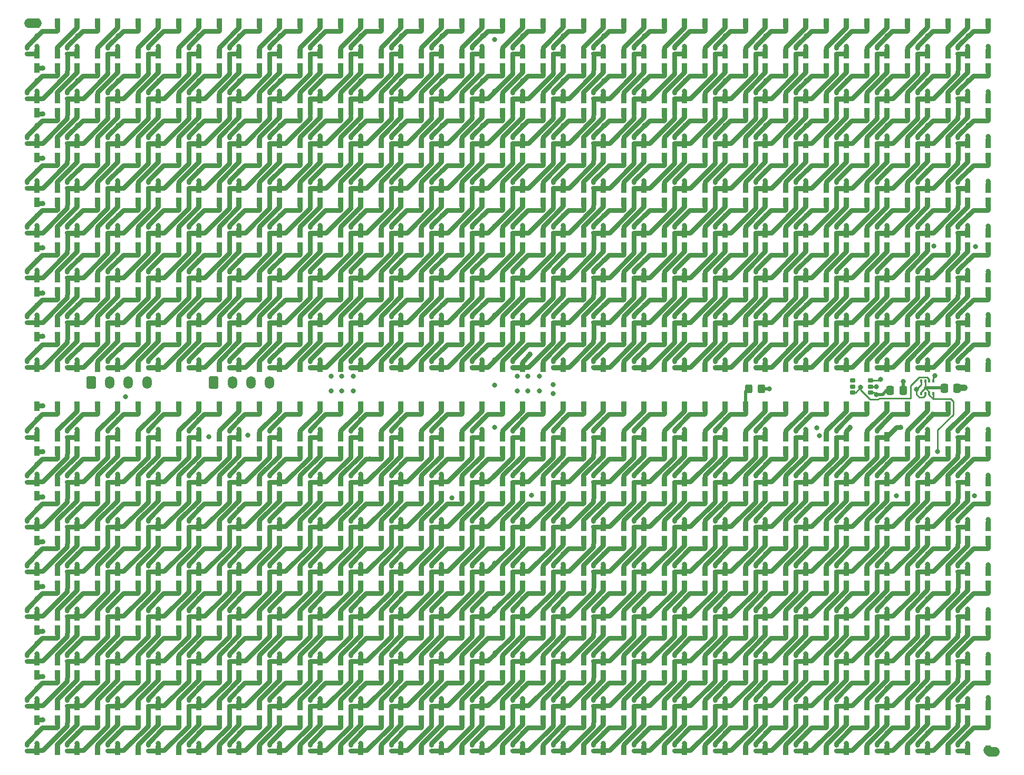
<source format=gbr>
%TF.GenerationSoftware,KiCad,Pcbnew,7.0.8*%
%TF.CreationDate,2023-11-20T11:06:52+02:00*%
%TF.ProjectId,LED Matrix Display,4c454420-4d61-4747-9269-782044697370,rev?*%
%TF.SameCoordinates,Original*%
%TF.FileFunction,Copper,L1,Top*%
%TF.FilePolarity,Positive*%
%FSLAX46Y46*%
G04 Gerber Fmt 4.6, Leading zero omitted, Abs format (unit mm)*
G04 Created by KiCad (PCBNEW 7.0.8) date 2023-11-20 11:06:52*
%MOMM*%
%LPD*%
G01*
G04 APERTURE LIST*
G04 Aperture macros list*
%AMRoundRect*
0 Rectangle with rounded corners*
0 $1 Rounding radius*
0 $2 $3 $4 $5 $6 $7 $8 $9 X,Y pos of 4 corners*
0 Add a 4 corners polygon primitive as box body*
4,1,4,$2,$3,$4,$5,$6,$7,$8,$9,$2,$3,0*
0 Add four circle primitives for the rounded corners*
1,1,$1+$1,$2,$3*
1,1,$1+$1,$4,$5*
1,1,$1+$1,$6,$7*
1,1,$1+$1,$8,$9*
0 Add four rect primitives between the rounded corners*
20,1,$1+$1,$2,$3,$4,$5,0*
20,1,$1+$1,$4,$5,$6,$7,0*
20,1,$1+$1,$6,$7,$8,$9,0*
20,1,$1+$1,$8,$9,$2,$3,0*%
G04 Aperture macros list end*
%TA.AperFunction,SMDPad,CuDef*%
%ADD10RoundRect,0.140000X0.170000X-0.140000X0.170000X0.140000X-0.170000X0.140000X-0.170000X-0.140000X0*%
%TD*%
%TA.AperFunction,SMDPad,CuDef*%
%ADD11R,0.900000X1.500000*%
%TD*%
%TA.AperFunction,SMDPad,CuDef*%
%ADD12R,0.350000X0.500000*%
%TD*%
%TA.AperFunction,SMDPad,CuDef*%
%ADD13RoundRect,0.250000X-0.337500X-0.475000X0.337500X-0.475000X0.337500X0.475000X-0.337500X0.475000X0*%
%TD*%
%TA.AperFunction,SMDPad,CuDef*%
%ADD14RoundRect,0.250000X-0.325000X-0.450000X0.325000X-0.450000X0.325000X0.450000X-0.325000X0.450000X0*%
%TD*%
%TA.AperFunction,SMDPad,CuDef*%
%ADD15RoundRect,0.175000X0.275000X0.175000X-0.275000X0.175000X-0.275000X-0.175000X0.275000X-0.175000X0*%
%TD*%
%TA.AperFunction,ComponentPad*%
%ADD16RoundRect,0.250001X-0.499999X-0.759999X0.499999X-0.759999X0.499999X0.759999X-0.499999X0.759999X0*%
%TD*%
%TA.AperFunction,ComponentPad*%
%ADD17O,1.500000X2.020000*%
%TD*%
%TA.AperFunction,ViaPad*%
%ADD18C,0.800000*%
%TD*%
%TA.AperFunction,Conductor*%
%ADD19C,0.750000*%
%TD*%
%TA.AperFunction,Conductor*%
%ADD20C,1.000000*%
%TD*%
%TA.AperFunction,Conductor*%
%ADD21C,0.250000*%
%TD*%
%TA.AperFunction,Conductor*%
%ADD22C,0.500000*%
%TD*%
%TA.AperFunction,Conductor*%
%ADD23C,1.500000*%
%TD*%
G04 APERTURE END LIST*
D10*
%TO.P,C177,1*%
%TO.N,+5V*%
X107199567Y-73924779D03*
%TO.P,C177,2*%
%TO.N,GND*%
X107199567Y-72964779D03*
%TD*%
D11*
%TO.P,D181,1,VDD*%
%TO.N,+5V*%
X56797194Y-81070716D03*
%TO.P,D181,2,DOUT*%
%TO.N,Net-(D1-DIN)*%
X60097194Y-81070716D03*
%TO.P,D181,3,VSS*%
%TO.N,GND*%
X60097194Y-76170716D03*
%TO.P,D181,4,DIN*%
%TO.N,Net-(D1-DIN)*%
X56797194Y-76170716D03*
%TD*%
%TO.P,D361,1,VDD*%
%TO.N,+5V*%
X134797194Y-135470716D03*
%TO.P,D361,2,DOUT*%
%TO.N,Net-(D1-DIN)*%
X138097194Y-135470716D03*
%TO.P,D361,3,VSS*%
%TO.N,GND*%
X138097194Y-130570716D03*
%TO.P,D361,4,DIN*%
%TO.N,Net-(D1-DIN)*%
X134797194Y-130570716D03*
%TD*%
D10*
%TO.P,C393,1*%
%TO.N,+5V*%
X107199567Y-142724779D03*
%TO.P,C393,2*%
%TO.N,GND*%
X107199567Y-141764779D03*
%TD*%
%TO.P,C49,1*%
%TO.N,+5V*%
X55199567Y-37924779D03*
%TO.P,C49,2*%
%TO.N,GND*%
X55199567Y-36964779D03*
%TD*%
%TO.P,C371,1*%
%TO.N,+5V*%
X120199567Y-135524779D03*
%TO.P,C371,2*%
%TO.N,GND*%
X120199567Y-134564779D03*
%TD*%
%TO.P,C245,1*%
%TO.N,+5V*%
X81199567Y-99524779D03*
%TO.P,C245,2*%
%TO.N,GND*%
X81199567Y-98564779D03*
%TD*%
%TO.P,C160,1*%
%TO.N,+5V*%
X152699567Y-66724779D03*
%TO.P,C160,2*%
%TO.N,GND*%
X152699567Y-65764779D03*
%TD*%
%TO.P,C350,1*%
%TO.N,+5V*%
X139699567Y-128324779D03*
%TO.P,C350,2*%
%TO.N,GND*%
X139699567Y-127364779D03*
%TD*%
D11*
%TO.P,D163,1,VDD*%
%TO.N,+5V*%
X95797194Y-73870716D03*
%TO.P,D163,2,DOUT*%
%TO.N,Net-(D1-DIN)*%
X99097194Y-73870716D03*
%TO.P,D163,3,VSS*%
%TO.N,GND*%
X99097194Y-68970716D03*
%TO.P,D163,4,DIN*%
%TO.N,Net-(D1-DIN)*%
X95797194Y-68970716D03*
%TD*%
D10*
%TO.P,C23,1*%
%TO.N,+5V*%
X42199567Y-30724779D03*
%TO.P,C23,2*%
%TO.N,GND*%
X42199567Y-29764779D03*
%TD*%
%TO.P,C355,1*%
%TO.N,+5V*%
X16199567Y-135524779D03*
%TO.P,C355,2*%
%TO.N,GND*%
X16199567Y-134564779D03*
%TD*%
D11*
%TO.P,D35,1,VDD*%
%TO.N,+5V*%
X43797194Y-37870716D03*
%TO.P,D35,2,DOUT*%
%TO.N,Net-(D1-DIN)*%
X47097194Y-37870716D03*
%TO.P,D35,3,VSS*%
%TO.N,GND*%
X47097194Y-32970716D03*
%TO.P,D35,4,DIN*%
%TO.N,Net-(D1-DIN)*%
X43797194Y-32970716D03*
%TD*%
D10*
%TO.P,C179,1*%
%TO.N,+5V*%
X120199567Y-73924779D03*
%TO.P,C179,2*%
%TO.N,GND*%
X120199567Y-72964779D03*
%TD*%
D11*
%TO.P,D187,1,VDD*%
%TO.N,+5V*%
X95797194Y-81070716D03*
%TO.P,D187,2,DOUT*%
%TO.N,Net-(D1-DIN)*%
X99097194Y-81070716D03*
%TO.P,D187,3,VSS*%
%TO.N,GND*%
X99097194Y-76170716D03*
%TO.P,D187,4,DIN*%
%TO.N,Net-(D1-DIN)*%
X95797194Y-76170716D03*
%TD*%
%TO.P,D45,1,VDD*%
%TO.N,+5V*%
X108797194Y-37870716D03*
%TO.P,D45,2,DOUT*%
%TO.N,Net-(D1-DIN)*%
X112097194Y-37870716D03*
%TO.P,D45,3,VSS*%
%TO.N,GND*%
X112097194Y-32970716D03*
%TO.P,D45,4,DIN*%
%TO.N,Net-(D1-DIN)*%
X108797194Y-32970716D03*
%TD*%
%TO.P,D103,1,VDD*%
%TO.N,+5V*%
X17797194Y-59470716D03*
%TO.P,D103,2,DOUT*%
%TO.N,Net-(D1-DIN)*%
X21097194Y-59470716D03*
%TO.P,D103,3,VSS*%
%TO.N,GND*%
X21097194Y-54570716D03*
%TO.P,D103,4,DIN*%
%TO.N,Net-(D1-DIN)*%
X17797194Y-54570716D03*
%TD*%
D10*
%TO.P,C27,1*%
%TO.N,+5V*%
X68199567Y-30724779D03*
%TO.P,C27,2*%
%TO.N,GND*%
X68199567Y-29764779D03*
%TD*%
D11*
%TO.P,D251,1,VDD*%
%TO.N,+5V*%
X43797194Y-106670716D03*
%TO.P,D251,2,DOUT*%
%TO.N,Net-(D1-DIN)*%
X47097194Y-106670716D03*
%TO.P,D251,3,VSS*%
%TO.N,GND*%
X47097194Y-101770716D03*
%TO.P,D251,4,DIN*%
%TO.N,Net-(D1-DIN)*%
X43797194Y-101770716D03*
%TD*%
D10*
%TO.P,C184,1*%
%TO.N,+5V*%
X152699567Y-73924779D03*
%TO.P,C184,2*%
%TO.N,GND*%
X152699567Y-72964779D03*
%TD*%
%TO.P,C346,1*%
%TO.N,+5V*%
X113699567Y-128324779D03*
%TO.P,C346,2*%
%TO.N,GND*%
X113699567Y-127364779D03*
%TD*%
D11*
%TO.P,D34,1,VDD*%
%TO.N,+5V*%
X37297194Y-37870716D03*
%TO.P,D34,2,DOUT*%
%TO.N,Net-(D1-DIN)*%
X40597194Y-37870716D03*
%TO.P,D34,3,VSS*%
%TO.N,GND*%
X40597194Y-32970716D03*
%TO.P,D34,4,DIN*%
%TO.N,Net-(D1-DIN)*%
X37297194Y-32970716D03*
%TD*%
%TO.P,D33,1,VDD*%
%TO.N,+5V*%
X30797194Y-37870716D03*
%TO.P,D33,2,DOUT*%
%TO.N,Net-(D1-DIN)*%
X34097194Y-37870716D03*
%TO.P,D33,3,VSS*%
%TO.N,GND*%
X34097194Y-32970716D03*
%TO.P,D33,4,DIN*%
%TO.N,Net-(D1-DIN)*%
X30797194Y-32970716D03*
%TD*%
%TO.P,D294,1,VDD*%
%TO.N,+5V*%
X167297194Y-113870716D03*
%TO.P,D294,2,DOUT*%
%TO.N,Net-(D1-DIN)*%
X170597194Y-113870716D03*
%TO.P,D294,3,VSS*%
%TO.N,GND*%
X170597194Y-108970716D03*
%TO.P,D294,4,DIN*%
%TO.N,Net-(D1-DIN)*%
X167297194Y-108970716D03*
%TD*%
%TO.P,D283,1,VDD*%
%TO.N,+5V*%
X95797194Y-113870716D03*
%TO.P,D283,2,DOUT*%
%TO.N,Net-(D1-DIN)*%
X99097194Y-113870716D03*
%TO.P,D283,3,VSS*%
%TO.N,GND*%
X99097194Y-108970716D03*
%TO.P,D283,4,DIN*%
%TO.N,Net-(D1-DIN)*%
X95797194Y-108970716D03*
%TD*%
D10*
%TO.P,C360,1*%
%TO.N,+5V*%
X48699567Y-135524779D03*
%TO.P,C360,2*%
%TO.N,GND*%
X48699567Y-134564779D03*
%TD*%
%TO.P,C90,1*%
%TO.N,+5V*%
X165699567Y-45124779D03*
%TO.P,C90,2*%
%TO.N,GND*%
X165699567Y-44164779D03*
%TD*%
D11*
%TO.P,D143,1,VDD*%
%TO.N,+5V*%
X121797194Y-66670716D03*
%TO.P,D143,2,DOUT*%
%TO.N,Net-(D1-DIN)*%
X125097194Y-66670716D03*
%TO.P,D143,3,VSS*%
%TO.N,GND*%
X125097194Y-61770716D03*
%TO.P,D143,4,DIN*%
%TO.N,Net-(D1-DIN)*%
X121797194Y-61770716D03*
%TD*%
%TO.P,D237,1,VDD*%
%TO.N,+5V*%
X108797194Y-99470716D03*
%TO.P,D237,2,DOUT*%
%TO.N,Net-(D1-DIN)*%
X112097194Y-99470716D03*
%TO.P,D237,3,VSS*%
%TO.N,GND*%
X112097194Y-94570716D03*
%TO.P,D237,4,DIN*%
%TO.N,Net-(D1-DIN)*%
X108797194Y-94570716D03*
%TD*%
D10*
%TO.P,C78,1*%
%TO.N,+5V*%
X87699567Y-45124779D03*
%TO.P,C78,2*%
%TO.N,GND*%
X87699567Y-44164779D03*
%TD*%
D11*
%TO.P,D350,1,VDD*%
%TO.N,+5V*%
X63297194Y-135470716D03*
%TO.P,D350,2,DOUT*%
%TO.N,Net-(D1-DIN)*%
X66597194Y-135470716D03*
%TO.P,D350,3,VSS*%
%TO.N,GND*%
X66597194Y-130570716D03*
%TO.P,D350,4,DIN*%
%TO.N,Net-(D1-DIN)*%
X63297194Y-130570716D03*
%TD*%
%TO.P,D306,1,VDD*%
%TO.N,+5V*%
X89297194Y-121070716D03*
%TO.P,D306,2,DOUT*%
%TO.N,Net-(D1-DIN)*%
X92597194Y-121070716D03*
%TO.P,D306,3,VSS*%
%TO.N,GND*%
X92597194Y-116170716D03*
%TO.P,D306,4,DIN*%
%TO.N,Net-(D1-DIN)*%
X89297194Y-116170716D03*
%TD*%
%TO.P,D134,1,VDD*%
%TO.N,+5V*%
X63297194Y-66670716D03*
%TO.P,D134,2,DOUT*%
%TO.N,Net-(D1-DIN)*%
X66597194Y-66670716D03*
%TO.P,D134,3,VSS*%
%TO.N,GND*%
X66597194Y-61770716D03*
%TO.P,D134,4,DIN*%
%TO.N,Net-(D1-DIN)*%
X63297194Y-61770716D03*
%TD*%
%TO.P,D221,1,VDD*%
%TO.N,+5V*%
X160797194Y-92270716D03*
%TO.P,D221,2,DOUT*%
%TO.N,Net-(D1-DIN)*%
X164097194Y-92270716D03*
%TO.P,D221,3,VSS*%
%TO.N,GND*%
X164097194Y-87370716D03*
%TO.P,D221,4,DIN*%
%TO.N,Net-(D1-DIN)*%
X160797194Y-87370716D03*
%TD*%
D10*
%TO.P,C165,1*%
%TO.N,+5V*%
X29199567Y-73924779D03*
%TO.P,C165,2*%
%TO.N,GND*%
X29199567Y-72964779D03*
%TD*%
D11*
%TO.P,D110,1,VDD*%
%TO.N,+5V*%
X63297194Y-59470716D03*
%TO.P,D110,2,DOUT*%
%TO.N,Net-(D1-DIN)*%
X66597194Y-59470716D03*
%TO.P,D110,3,VSS*%
%TO.N,GND*%
X66597194Y-54570716D03*
%TO.P,D110,4,DIN*%
%TO.N,Net-(D1-DIN)*%
X63297194Y-54570716D03*
%TD*%
D10*
%TO.P,C199,1*%
%TO.N,+5V*%
X94199567Y-81124779D03*
%TO.P,C199,2*%
%TO.N,GND*%
X94199567Y-80164779D03*
%TD*%
D11*
%TO.P,D122,1,VDD*%
%TO.N,+5V*%
X141297194Y-59470716D03*
%TO.P,D122,2,DOUT*%
%TO.N,Net-(D1-DIN)*%
X144597194Y-59470716D03*
%TO.P,D122,3,VSS*%
%TO.N,GND*%
X144597194Y-54570716D03*
%TO.P,D122,4,DIN*%
%TO.N,Net-(D1-DIN)*%
X141297194Y-54570716D03*
%TD*%
%TO.P,D57,1,VDD*%
%TO.N,+5V*%
X30797194Y-45070716D03*
%TO.P,D57,2,DOUT*%
%TO.N,Net-(D1-DIN)*%
X34097194Y-45070716D03*
%TO.P,D57,3,VSS*%
%TO.N,GND*%
X34097194Y-40170716D03*
%TO.P,D57,4,DIN*%
%TO.N,Net-(D1-DIN)*%
X30797194Y-40170716D03*
%TD*%
%TO.P,D72,1,VDD*%
%TO.N,+5V*%
X128297194Y-45070716D03*
%TO.P,D72,2,DOUT*%
%TO.N,Net-(D1-DIN)*%
X131597194Y-45070716D03*
%TO.P,D72,3,VSS*%
%TO.N,GND*%
X131597194Y-40170716D03*
%TO.P,D72,4,DIN*%
%TO.N,Net-(D1-DIN)*%
X128297194Y-40170716D03*
%TD*%
D10*
%TO.P,C344,1*%
%TO.N,+5V*%
X100699567Y-128324779D03*
%TO.P,C344,2*%
%TO.N,GND*%
X100699567Y-127364779D03*
%TD*%
D11*
%TO.P,D220,1,VDD*%
%TO.N,+5V*%
X154297194Y-92270716D03*
%TO.P,D220,2,DOUT*%
%TO.N,Net-(D1-DIN)*%
X157597194Y-92270716D03*
%TO.P,D220,3,VSS*%
%TO.N,GND*%
X157597194Y-87370716D03*
%TO.P,D220,4,DIN*%
%TO.N,Net-(D1-DIN)*%
X154297194Y-87370716D03*
%TD*%
D10*
%TO.P,C88,1*%
%TO.N,+5V*%
X152699567Y-45124779D03*
%TO.P,C88,2*%
%TO.N,GND*%
X152699567Y-44164779D03*
%TD*%
%TO.P,C25,1*%
%TO.N,+5V*%
X55199567Y-30724779D03*
%TO.P,C25,2*%
%TO.N,GND*%
X55199567Y-29764779D03*
%TD*%
%TO.P,C108,1*%
%TO.N,+5V*%
X126699567Y-52324779D03*
%TO.P,C108,2*%
%TO.N,GND*%
X126699567Y-51364779D03*
%TD*%
D11*
%TO.P,D277,1,VDD*%
%TO.N,+5V*%
X56797194Y-113870716D03*
%TO.P,D277,2,DOUT*%
%TO.N,Net-(D1-DIN)*%
X60097194Y-113870716D03*
%TO.P,D277,3,VSS*%
%TO.N,GND*%
X60097194Y-108970716D03*
%TO.P,D277,4,DIN*%
%TO.N,Net-(D1-DIN)*%
X56797194Y-108970716D03*
%TD*%
%TO.P,D27,1,VDD*%
%TO.N,+5V*%
X147797194Y-30670716D03*
%TO.P,D27,2,DOUT*%
%TO.N,Net-(D1-DIN)*%
X151097194Y-30670716D03*
%TO.P,D27,3,VSS*%
%TO.N,GND*%
X151097194Y-25770716D03*
%TO.P,D27,4,DIN*%
%TO.N,Net-(D1-DIN)*%
X147797194Y-25770716D03*
%TD*%
%TO.P,D77,1,VDD*%
%TO.N,+5V*%
X160797194Y-45070716D03*
%TO.P,D77,2,DOUT*%
%TO.N,Net-(D1-DIN)*%
X164097194Y-45070716D03*
%TO.P,D77,3,VSS*%
%TO.N,GND*%
X164097194Y-40170716D03*
%TO.P,D77,4,DIN*%
%TO.N,Net-(D1-DIN)*%
X160797194Y-40170716D03*
%TD*%
%TO.P,D44,1,VDD*%
%TO.N,+5V*%
X102297194Y-37870716D03*
%TO.P,D44,2,DOUT*%
%TO.N,Net-(D1-DIN)*%
X105597194Y-37870716D03*
%TO.P,D44,3,VSS*%
%TO.N,GND*%
X105597194Y-32970716D03*
%TO.P,D44,4,DIN*%
%TO.N,Net-(D1-DIN)*%
X102297194Y-32970716D03*
%TD*%
D10*
%TO.P,C129,1*%
%TO.N,+5V*%
X107199567Y-59524779D03*
%TO.P,C129,2*%
%TO.N,GND*%
X107199567Y-58564779D03*
%TD*%
D11*
%TO.P,D245,1,VDD*%
%TO.N,+5V*%
X160797194Y-99470716D03*
%TO.P,D245,2,DOUT*%
%TO.N,Net-(D1-DIN)*%
X164097194Y-99470716D03*
%TO.P,D245,3,VSS*%
%TO.N,GND*%
X164097194Y-94570716D03*
%TO.P,D245,4,DIN*%
%TO.N,Net-(D1-DIN)*%
X160797194Y-94570716D03*
%TD*%
%TO.P,D186,1,VDD*%
%TO.N,+5V*%
X89297194Y-81070716D03*
%TO.P,D186,2,DOUT*%
%TO.N,Net-(D1-DIN)*%
X92597194Y-81070716D03*
%TO.P,D186,3,VSS*%
%TO.N,GND*%
X92597194Y-76170716D03*
%TO.P,D186,4,DIN*%
%TO.N,Net-(D1-DIN)*%
X89297194Y-76170716D03*
%TD*%
%TO.P,D224,1,VDD*%
%TO.N,+5V*%
X24297194Y-99470716D03*
%TO.P,D224,2,DOUT*%
%TO.N,Net-(D1-DIN)*%
X27597194Y-99470716D03*
%TO.P,D224,3,VSS*%
%TO.N,GND*%
X27597194Y-94570716D03*
%TO.P,D224,4,DIN*%
%TO.N,Net-(D1-DIN)*%
X24297194Y-94570716D03*
%TD*%
D10*
%TO.P,C370,1*%
%TO.N,+5V*%
X113699567Y-135524779D03*
%TO.P,C370,2*%
%TO.N,GND*%
X113699567Y-134564779D03*
%TD*%
D11*
%TO.P,D29,1,VDD*%
%TO.N,+5V*%
X160797194Y-30670716D03*
%TO.P,D29,2,DOUT*%
%TO.N,Net-(D1-DIN)*%
X164097194Y-30670716D03*
%TO.P,D29,3,VSS*%
%TO.N,GND*%
X164097194Y-25770716D03*
%TO.P,D29,4,DIN*%
%TO.N,Net-(D1-DIN)*%
X160797194Y-25770716D03*
%TD*%
D10*
%TO.P,C98,1*%
%TO.N,+5V*%
X61699567Y-52324779D03*
%TO.P,C98,2*%
%TO.N,GND*%
X61699567Y-51364779D03*
%TD*%
%TO.P,C390,1*%
%TO.N,+5V*%
X87699567Y-142724779D03*
%TO.P,C390,2*%
%TO.N,GND*%
X87699567Y-141764779D03*
%TD*%
%TO.P,C181,1*%
%TO.N,+5V*%
X133199567Y-73924779D03*
%TO.P,C181,2*%
%TO.N,GND*%
X133199567Y-72964779D03*
%TD*%
%TO.P,C155,1*%
%TO.N,+5V*%
X120199567Y-66724779D03*
%TO.P,C155,2*%
%TO.N,GND*%
X120199567Y-65764779D03*
%TD*%
D11*
%TO.P,D293,1,VDD*%
%TO.N,+5V*%
X160797194Y-113870716D03*
%TO.P,D293,2,DOUT*%
%TO.N,Net-(D1-DIN)*%
X164097194Y-113870716D03*
%TO.P,D293,3,VSS*%
%TO.N,GND*%
X164097194Y-108970716D03*
%TO.P,D293,4,DIN*%
%TO.N,Net-(D1-DIN)*%
X160797194Y-108970716D03*
%TD*%
D10*
%TO.P,C348,1*%
%TO.N,+5V*%
X126699567Y-128324779D03*
%TO.P,C348,2*%
%TO.N,GND*%
X126699567Y-127364779D03*
%TD*%
%TO.P,C297,1*%
%TO.N,+5V*%
X107199567Y-113924779D03*
%TO.P,C297,2*%
%TO.N,GND*%
X107199567Y-112964779D03*
%TD*%
%TO.P,C68,1*%
%TO.N,+5V*%
X22699567Y-45124779D03*
%TO.P,C68,2*%
%TO.N,GND*%
X22699567Y-44164779D03*
%TD*%
D11*
%TO.P,D225,1,VDD*%
%TO.N,+5V*%
X30797194Y-99470716D03*
%TO.P,D225,2,DOUT*%
%TO.N,Net-(D1-DIN)*%
X34097194Y-99470716D03*
%TO.P,D225,3,VSS*%
%TO.N,GND*%
X34097194Y-94570716D03*
%TO.P,D225,4,DIN*%
%TO.N,Net-(D1-DIN)*%
X30797194Y-94570716D03*
%TD*%
D10*
%TO.P,C120,1*%
%TO.N,+5V*%
X48699567Y-59524779D03*
%TO.P,C120,2*%
%TO.N,GND*%
X48699567Y-58564779D03*
%TD*%
%TO.P,C22,1*%
%TO.N,+5V*%
X35699567Y-30724779D03*
%TO.P,C22,2*%
%TO.N,GND*%
X35699567Y-29764779D03*
%TD*%
D11*
%TO.P,D212,1,VDD*%
%TO.N,+5V*%
X102297194Y-92270716D03*
%TO.P,D212,2,DOUT*%
%TO.N,Net-(D1-DIN)*%
X105597194Y-92270716D03*
%TO.P,D212,3,VSS*%
%TO.N,GND*%
X105597194Y-87370716D03*
%TO.P,D212,4,DIN*%
%TO.N,Net-(D1-DIN)*%
X102297194Y-87370716D03*
%TD*%
D10*
%TO.P,C225,1*%
%TO.N,+5V*%
X107199567Y-92324779D03*
%TO.P,C225,2*%
%TO.N,GND*%
X107199567Y-91364779D03*
%TD*%
D11*
%TO.P,D298,1,VDD*%
%TO.N,+5V*%
X37297194Y-121070716D03*
%TO.P,D298,2,DOUT*%
%TO.N,Net-(D1-DIN)*%
X40597194Y-121070716D03*
%TO.P,D298,3,VSS*%
%TO.N,GND*%
X40597194Y-116170716D03*
%TO.P,D298,4,DIN*%
%TO.N,Net-(D1-DIN)*%
X37297194Y-116170716D03*
%TD*%
D10*
%TO.P,C38,1*%
%TO.N,+5V*%
X139699567Y-30724779D03*
%TO.P,C38,2*%
%TO.N,GND*%
X139699567Y-29764779D03*
%TD*%
D11*
%TO.P,D107,1,VDD*%
%TO.N,+5V*%
X43797194Y-59470716D03*
%TO.P,D107,2,DOUT*%
%TO.N,Net-(D1-DIN)*%
X47097194Y-59470716D03*
%TO.P,D107,3,VSS*%
%TO.N,GND*%
X47097194Y-54570716D03*
%TO.P,D107,4,DIN*%
%TO.N,Net-(D1-DIN)*%
X43797194Y-54570716D03*
%TD*%
D10*
%TO.P,C175,1*%
%TO.N,+5V*%
X94199567Y-73924779D03*
%TO.P,C175,2*%
%TO.N,GND*%
X94199567Y-72964779D03*
%TD*%
%TO.P,C224,1*%
%TO.N,+5V*%
X100699567Y-92324779D03*
%TO.P,C224,2*%
%TO.N,GND*%
X100699567Y-91364779D03*
%TD*%
%TO.P,C228,1*%
%TO.N,+5V*%
X126699567Y-92324779D03*
%TO.P,C228,2*%
%TO.N,GND*%
X126699567Y-91364779D03*
%TD*%
%TO.P,C213,1*%
%TO.N,+5V*%
X29199567Y-92324779D03*
%TO.P,C213,2*%
%TO.N,GND*%
X29199567Y-91364779D03*
%TD*%
D11*
%TO.P,D70,1,VDD*%
%TO.N,+5V*%
X115297194Y-45070716D03*
%TO.P,D70,2,DOUT*%
%TO.N,Net-(D1-DIN)*%
X118597194Y-45070716D03*
%TO.P,D70,3,VSS*%
%TO.N,GND*%
X118597194Y-40170716D03*
%TO.P,D70,4,DIN*%
%TO.N,Net-(D1-DIN)*%
X115297194Y-40170716D03*
%TD*%
D10*
%TO.P,C336,1*%
%TO.N,+5V*%
X48699567Y-128324779D03*
%TO.P,C336,2*%
%TO.N,GND*%
X48699567Y-127364779D03*
%TD*%
%TO.P,C330,1*%
%TO.N,+5V*%
X165699567Y-121124779D03*
%TO.P,C330,2*%
%TO.N,GND*%
X165699567Y-120164779D03*
%TD*%
%TO.P,C232,1*%
%TO.N,+5V*%
X152699567Y-92324779D03*
%TO.P,C232,2*%
%TO.N,GND*%
X152699567Y-91364779D03*
%TD*%
%TO.P,C402,1*%
%TO.N,+5V*%
X165699567Y-142724779D03*
%TO.P,C402,2*%
%TO.N,GND*%
X165699567Y-141764779D03*
%TD*%
D11*
%TO.P,D204,1,VDD*%
%TO.N,+5V*%
X50297194Y-92270716D03*
%TO.P,D204,2,DOUT*%
%TO.N,Net-(D1-DIN)*%
X53597194Y-92270716D03*
%TO.P,D204,3,VSS*%
%TO.N,GND*%
X53597194Y-87370716D03*
%TO.P,D204,4,DIN*%
%TO.N,Net-(D1-DIN)*%
X50297194Y-87370716D03*
%TD*%
D10*
%TO.P,C345,1*%
%TO.N,+5V*%
X107199567Y-128324779D03*
%TO.P,C345,2*%
%TO.N,GND*%
X107199567Y-127364779D03*
%TD*%
%TO.P,C180,1*%
%TO.N,+5V*%
X126699567Y-73924779D03*
%TO.P,C180,2*%
%TO.N,GND*%
X126699567Y-72964779D03*
%TD*%
D11*
%TO.P,D390,1,VDD*%
%TO.N,+5V*%
X167297194Y-142670716D03*
%TO.P,D390,2,DOUT*%
%TO.N,Net-(D1-DIN)*%
X170597194Y-142670716D03*
%TO.P,D390,3,VSS*%
%TO.N,GND*%
X170597194Y-137770716D03*
%TO.P,D390,4,DIN*%
%TO.N,Net-(D1-DIN)*%
X167297194Y-137770716D03*
%TD*%
D10*
%TO.P,C279,1*%
%TO.N,+5V*%
X146199567Y-106724779D03*
%TO.P,C279,2*%
%TO.N,GND*%
X146199567Y-105764779D03*
%TD*%
D11*
%TO.P,D139,1,VDD*%
%TO.N,+5V*%
X95797194Y-66670716D03*
%TO.P,D139,2,DOUT*%
%TO.N,Net-(D1-DIN)*%
X99097194Y-66670716D03*
%TO.P,D139,3,VSS*%
%TO.N,GND*%
X99097194Y-61770716D03*
%TO.P,D139,4,DIN*%
%TO.N,Net-(D1-DIN)*%
X95797194Y-61770716D03*
%TD*%
%TO.P,D356,1,VDD*%
%TO.N,+5V*%
X102297194Y-135470716D03*
%TO.P,D356,2,DOUT*%
%TO.N,Net-(D1-DIN)*%
X105597194Y-135470716D03*
%TO.P,D356,3,VSS*%
%TO.N,GND*%
X105597194Y-130570716D03*
%TO.P,D356,4,DIN*%
%TO.N,Net-(D1-DIN)*%
X102297194Y-130570716D03*
%TD*%
%TO.P,D322,1,VDD*%
%TO.N,+5V*%
X37297194Y-128270716D03*
%TO.P,D322,2,DOUT*%
%TO.N,Net-(D1-DIN)*%
X40597194Y-128270716D03*
%TO.P,D322,3,VSS*%
%TO.N,GND*%
X40597194Y-123370716D03*
%TO.P,D322,4,DIN*%
%TO.N,Net-(D1-DIN)*%
X37297194Y-123370716D03*
%TD*%
%TO.P,D266,1,VDD*%
%TO.N,+5V*%
X141297194Y-106670716D03*
%TO.P,D266,2,DOUT*%
%TO.N,Net-(D1-DIN)*%
X144597194Y-106670716D03*
%TO.P,D266,3,VSS*%
%TO.N,GND*%
X144597194Y-101770716D03*
%TO.P,D266,4,DIN*%
%TO.N,Net-(D1-DIN)*%
X141297194Y-101770716D03*
%TD*%
D10*
%TO.P,C62,1*%
%TO.N,+5V*%
X139699567Y-37924779D03*
%TO.P,C62,2*%
%TO.N,GND*%
X139699567Y-36964779D03*
%TD*%
D11*
%TO.P,D108,1,VDD*%
%TO.N,+5V*%
X50297194Y-59470716D03*
%TO.P,D108,2,DOUT*%
%TO.N,Net-(D1-DIN)*%
X53597194Y-59470716D03*
%TO.P,D108,3,VSS*%
%TO.N,GND*%
X53597194Y-54570716D03*
%TO.P,D108,4,DIN*%
%TO.N,Net-(D1-DIN)*%
X50297194Y-54570716D03*
%TD*%
D10*
%TO.P,C367,1*%
%TO.N,+5V*%
X94199567Y-135524779D03*
%TO.P,C367,2*%
%TO.N,GND*%
X94199567Y-134564779D03*
%TD*%
D11*
%TO.P,D88,1,VDD*%
%TO.N,+5V*%
X76297194Y-52270716D03*
%TO.P,D88,2,DOUT*%
%TO.N,Net-(D1-DIN)*%
X79597194Y-52270716D03*
%TO.P,D88,3,VSS*%
%TO.N,GND*%
X79597194Y-47370716D03*
%TO.P,D88,4,DIN*%
%TO.N,Net-(D1-DIN)*%
X76297194Y-47370716D03*
%TD*%
%TO.P,D354,1,VDD*%
%TO.N,+5V*%
X89297194Y-135470716D03*
%TO.P,D354,2,DOUT*%
%TO.N,Net-(D1-DIN)*%
X92597194Y-135470716D03*
%TO.P,D354,3,VSS*%
%TO.N,GND*%
X92597194Y-130570716D03*
%TO.P,D354,4,DIN*%
%TO.N,Net-(D1-DIN)*%
X89297194Y-130570716D03*
%TD*%
%TO.P,D302,1,VDD*%
%TO.N,+5V*%
X63297194Y-121070716D03*
%TO.P,D302,2,DOUT*%
%TO.N,Net-(D1-DIN)*%
X66597194Y-121070716D03*
%TO.P,D302,3,VSS*%
%TO.N,GND*%
X66597194Y-116170716D03*
%TO.P,D302,4,DIN*%
%TO.N,Net-(D1-DIN)*%
X63297194Y-116170716D03*
%TD*%
%TO.P,D359,1,VDD*%
%TO.N,+5V*%
X121797194Y-135470716D03*
%TO.P,D359,2,DOUT*%
%TO.N,Net-(D1-DIN)*%
X125097194Y-135470716D03*
%TO.P,D359,3,VSS*%
%TO.N,GND*%
X125097194Y-130570716D03*
%TO.P,D359,4,DIN*%
%TO.N,Net-(D1-DIN)*%
X121797194Y-130570716D03*
%TD*%
%TO.P,D388,1,VDD*%
%TO.N,+5V*%
X154297194Y-142670716D03*
%TO.P,D388,2,DOUT*%
%TO.N,Net-(D1-DIN)*%
X157597194Y-142670716D03*
%TO.P,D388,3,VSS*%
%TO.N,GND*%
X157597194Y-137770716D03*
%TO.P,D388,4,DIN*%
%TO.N,Net-(D1-DIN)*%
X154297194Y-137770716D03*
%TD*%
%TO.P,D7,1,VDD*%
%TO.N,+5V*%
X17797194Y-30670716D03*
%TO.P,D7,2,DOUT*%
%TO.N,Net-(D1-DIN)*%
X21097194Y-30670716D03*
%TO.P,D7,3,VSS*%
%TO.N,GND*%
X21097194Y-25770716D03*
%TO.P,D7,4,DIN*%
%TO.N,Net-(D1-DIN)*%
X17797194Y-25770716D03*
%TD*%
%TO.P,D190,1,VDD*%
%TO.N,+5V*%
X115297194Y-81070716D03*
%TO.P,D190,2,DOUT*%
%TO.N,Net-(D1-DIN)*%
X118597194Y-81070716D03*
%TO.P,D190,3,VSS*%
%TO.N,GND*%
X118597194Y-76170716D03*
%TO.P,D190,4,DIN*%
%TO.N,Net-(D1-DIN)*%
X115297194Y-76170716D03*
%TD*%
D10*
%TO.P,C117,1*%
%TO.N,+5V*%
X29199567Y-59524779D03*
%TO.P,C117,2*%
%TO.N,GND*%
X29199567Y-58564779D03*
%TD*%
D11*
%TO.P,D217,1,VDD*%
%TO.N,+5V*%
X134797194Y-92270716D03*
%TO.P,D217,2,DOUT*%
%TO.N,Net-(D1-DIN)*%
X138097194Y-92270716D03*
%TO.P,D217,3,VSS*%
%TO.N,GND*%
X138097194Y-87370716D03*
%TO.P,D217,4,DIN*%
%TO.N,Net-(D1-DIN)*%
X134797194Y-87370716D03*
%TD*%
%TO.P,D116,1,VDD*%
%TO.N,+5V*%
X102297194Y-59470716D03*
%TO.P,D116,2,DOUT*%
%TO.N,Net-(D1-DIN)*%
X105597194Y-59470716D03*
%TO.P,D116,3,VSS*%
%TO.N,GND*%
X105597194Y-54570716D03*
%TO.P,D116,4,DIN*%
%TO.N,Net-(D1-DIN)*%
X102297194Y-54570716D03*
%TD*%
%TO.P,D334,1,VDD*%
%TO.N,+5V*%
X115297194Y-128270716D03*
%TO.P,D334,2,DOUT*%
%TO.N,Net-(D1-DIN)*%
X118597194Y-128270716D03*
%TO.P,D334,3,VSS*%
%TO.N,GND*%
X118597194Y-123370716D03*
%TO.P,D334,4,DIN*%
%TO.N,Net-(D1-DIN)*%
X115297194Y-123370716D03*
%TD*%
D10*
%TO.P,C294,1*%
%TO.N,+5V*%
X87699567Y-113924779D03*
%TO.P,C294,2*%
%TO.N,GND*%
X87699567Y-112964779D03*
%TD*%
D11*
%TO.P,D142,1,VDD*%
%TO.N,+5V*%
X115297194Y-66670716D03*
%TO.P,D142,2,DOUT*%
%TO.N,Net-(D1-DIN)*%
X118597194Y-66670716D03*
%TO.P,D142,3,VSS*%
%TO.N,GND*%
X118597194Y-61770716D03*
%TO.P,D142,4,DIN*%
%TO.N,Net-(D1-DIN)*%
X115297194Y-61770716D03*
%TD*%
%TO.P,D234,1,VDD*%
%TO.N,+5V*%
X89297194Y-99470716D03*
%TO.P,D234,2,DOUT*%
%TO.N,Net-(D1-DIN)*%
X92597194Y-99470716D03*
%TO.P,D234,3,VSS*%
%TO.N,GND*%
X92597194Y-94570716D03*
%TO.P,D234,4,DIN*%
%TO.N,Net-(D1-DIN)*%
X89297194Y-94570716D03*
%TD*%
%TO.P,D41,1,VDD*%
%TO.N,+5V*%
X82797194Y-37870716D03*
%TO.P,D41,2,DOUT*%
%TO.N,Net-(D1-DIN)*%
X86097194Y-37870716D03*
%TO.P,D41,3,VSS*%
%TO.N,GND*%
X86097194Y-32970716D03*
%TO.P,D41,4,DIN*%
%TO.N,Net-(D1-DIN)*%
X82797194Y-32970716D03*
%TD*%
%TO.P,D230,1,VDD*%
%TO.N,+5V*%
X63297194Y-99470716D03*
%TO.P,D230,2,DOUT*%
%TO.N,Net-(D1-DIN)*%
X66597194Y-99470716D03*
%TO.P,D230,3,VSS*%
%TO.N,GND*%
X66597194Y-94570716D03*
%TO.P,D230,4,DIN*%
%TO.N,Net-(D1-DIN)*%
X63297194Y-94570716D03*
%TD*%
%TO.P,D282,1,VDD*%
%TO.N,+5V*%
X89297194Y-113870716D03*
%TO.P,D282,2,DOUT*%
%TO.N,Net-(D1-DIN)*%
X92597194Y-113870716D03*
%TO.P,D282,3,VSS*%
%TO.N,GND*%
X92597194Y-108970716D03*
%TO.P,D282,4,DIN*%
%TO.N,Net-(D1-DIN)*%
X89297194Y-108970716D03*
%TD*%
D10*
%TO.P,C326,1*%
%TO.N,+5V*%
X139699567Y-121124779D03*
%TO.P,C326,2*%
%TO.N,GND*%
X139699567Y-120164779D03*
%TD*%
D11*
%TO.P,D335,1,VDD*%
%TO.N,+5V*%
X121797194Y-128270716D03*
%TO.P,D335,2,DOUT*%
%TO.N,Net-(D1-DIN)*%
X125097194Y-128270716D03*
%TO.P,D335,3,VSS*%
%TO.N,GND*%
X125097194Y-123370716D03*
%TO.P,D335,4,DIN*%
%TO.N,Net-(D1-DIN)*%
X121797194Y-123370716D03*
%TD*%
%TO.P,D312,1,VDD*%
%TO.N,+5V*%
X128297194Y-121070716D03*
%TO.P,D312,2,DOUT*%
%TO.N,Net-(D1-DIN)*%
X131597194Y-121070716D03*
%TO.P,D312,3,VSS*%
%TO.N,GND*%
X131597194Y-116170716D03*
%TO.P,D312,4,DIN*%
%TO.N,Net-(D1-DIN)*%
X128297194Y-116170716D03*
%TD*%
D10*
%TO.P,C238,1*%
%TO.N,+5V*%
X35699567Y-99524779D03*
%TO.P,C238,2*%
%TO.N,GND*%
X35699567Y-98564779D03*
%TD*%
%TO.P,C382,1*%
%TO.N,+5V*%
X35699567Y-142724779D03*
%TO.P,C382,2*%
%TO.N,GND*%
X35699567Y-141764779D03*
%TD*%
D11*
%TO.P,D362,1,VDD*%
%TO.N,+5V*%
X141297194Y-135470716D03*
%TO.P,D362,2,DOUT*%
%TO.N,Net-(D1-DIN)*%
X144597194Y-135470716D03*
%TO.P,D362,3,VSS*%
%TO.N,GND*%
X144597194Y-130570716D03*
%TO.P,D362,4,DIN*%
%TO.N,Net-(D1-DIN)*%
X141297194Y-130570716D03*
%TD*%
%TO.P,D146,1,VDD*%
%TO.N,+5V*%
X141297194Y-66670716D03*
%TO.P,D146,2,DOUT*%
%TO.N,Net-(D1-DIN)*%
X144597194Y-66670716D03*
%TO.P,D146,3,VSS*%
%TO.N,GND*%
X144597194Y-61770716D03*
%TO.P,D146,4,DIN*%
%TO.N,Net-(D1-DIN)*%
X141297194Y-61770716D03*
%TD*%
D10*
%TO.P,C200,1*%
%TO.N,+5V*%
X100699567Y-81124779D03*
%TO.P,C200,2*%
%TO.N,GND*%
X100699567Y-80164779D03*
%TD*%
%TO.P,C72,1*%
%TO.N,+5V*%
X48699567Y-45124779D03*
%TO.P,C72,2*%
%TO.N,GND*%
X48699567Y-44164779D03*
%TD*%
%TO.P,C104,1*%
%TO.N,+5V*%
X100699567Y-52324779D03*
%TO.P,C104,2*%
%TO.N,GND*%
X100699567Y-51364779D03*
%TD*%
%TO.P,C79,1*%
%TO.N,+5V*%
X94199567Y-45124779D03*
%TO.P,C79,2*%
%TO.N,GND*%
X94199567Y-44164779D03*
%TD*%
%TO.P,C61,1*%
%TO.N,+5V*%
X133199567Y-37924779D03*
%TO.P,C61,2*%
%TO.N,GND*%
X133199567Y-36964779D03*
%TD*%
D11*
%TO.P,D165,1,VDD*%
%TO.N,+5V*%
X108797194Y-73870716D03*
%TO.P,D165,2,DOUT*%
%TO.N,Net-(D1-DIN)*%
X112097194Y-73870716D03*
%TO.P,D165,3,VSS*%
%TO.N,GND*%
X112097194Y-68970716D03*
%TO.P,D165,4,DIN*%
%TO.N,Net-(D1-DIN)*%
X108797194Y-68970716D03*
%TD*%
%TO.P,D23,1,VDD*%
%TO.N,+5V*%
X121797194Y-30670716D03*
%TO.P,D23,2,DOUT*%
%TO.N,Net-(D1-DIN)*%
X125097194Y-30670716D03*
%TO.P,D23,3,VSS*%
%TO.N,GND*%
X125097194Y-25770716D03*
%TO.P,D23,4,DIN*%
%TO.N,Net-(D1-DIN)*%
X121797194Y-25770716D03*
%TD*%
D10*
%TO.P,C168,1*%
%TO.N,+5V*%
X48699567Y-73924779D03*
%TO.P,C168,2*%
%TO.N,GND*%
X48699567Y-72964779D03*
%TD*%
%TO.P,C264,1*%
%TO.N,+5V*%
X48699567Y-106724779D03*
%TO.P,C264,2*%
%TO.N,GND*%
X48699567Y-105764779D03*
%TD*%
D11*
%TO.P,D111,1,VDD*%
%TO.N,+5V*%
X69797194Y-59470716D03*
%TO.P,D111,2,DOUT*%
%TO.N,Net-(D1-DIN)*%
X73097194Y-59470716D03*
%TO.P,D111,3,VSS*%
%TO.N,GND*%
X73097194Y-54570716D03*
%TO.P,D111,4,DIN*%
%TO.N,Net-(D1-DIN)*%
X69797194Y-54570716D03*
%TD*%
D10*
%TO.P,C394,1*%
%TO.N,+5V*%
X113699567Y-142724779D03*
%TO.P,C394,2*%
%TO.N,GND*%
X113699567Y-141764779D03*
%TD*%
D11*
%TO.P,D313,1,VDD*%
%TO.N,+5V*%
X134797194Y-121070716D03*
%TO.P,D313,2,DOUT*%
%TO.N,Net-(D1-DIN)*%
X138097194Y-121070716D03*
%TO.P,D313,3,VSS*%
%TO.N,GND*%
X138097194Y-116170716D03*
%TO.P,D313,4,DIN*%
%TO.N,Net-(D1-DIN)*%
X134797194Y-116170716D03*
%TD*%
D10*
%TO.P,C171,1*%
%TO.N,+5V*%
X68199567Y-73924779D03*
%TO.P,C171,2*%
%TO.N,GND*%
X68199567Y-72964779D03*
%TD*%
%TO.P,C73,1*%
%TO.N,+5V*%
X55199567Y-45124779D03*
%TO.P,C73,2*%
%TO.N,GND*%
X55199567Y-44164779D03*
%TD*%
D11*
%TO.P,D149,1,VDD*%
%TO.N,+5V*%
X160797194Y-66670716D03*
%TO.P,D149,2,DOUT*%
%TO.N,Net-(D1-DIN)*%
X164097194Y-66670716D03*
%TO.P,D149,3,VSS*%
%TO.N,GND*%
X164097194Y-61770716D03*
%TO.P,D149,4,DIN*%
%TO.N,Net-(D1-DIN)*%
X160797194Y-61770716D03*
%TD*%
D10*
%TO.P,C112,1*%
%TO.N,+5V*%
X152699567Y-52324779D03*
%TO.P,C112,2*%
%TO.N,GND*%
X152699567Y-51364779D03*
%TD*%
%TO.P,C176,1*%
%TO.N,+5V*%
X100699567Y-73924779D03*
%TO.P,C176,2*%
%TO.N,GND*%
X100699567Y-72964779D03*
%TD*%
%TO.P,C153,1*%
%TO.N,+5V*%
X107199567Y-66724779D03*
%TO.P,C153,2*%
%TO.N,GND*%
X107199567Y-65764779D03*
%TD*%
%TO.P,C33,1*%
%TO.N,+5V*%
X107199567Y-30724779D03*
%TO.P,C33,2*%
%TO.N,GND*%
X107199567Y-29764779D03*
%TD*%
%TO.P,C74,1*%
%TO.N,+5V*%
X61699567Y-45124779D03*
%TO.P,C74,2*%
%TO.N,GND*%
X61699567Y-44164779D03*
%TD*%
%TO.P,C255,1*%
%TO.N,+5V*%
X146199567Y-99524779D03*
%TO.P,C255,2*%
%TO.N,GND*%
X146199567Y-98564779D03*
%TD*%
%TO.P,C29,1*%
%TO.N,+5V*%
X81199567Y-30724779D03*
%TO.P,C29,2*%
%TO.N,GND*%
X81199567Y-29764779D03*
%TD*%
%TO.P,C54,1*%
%TO.N,+5V*%
X87699567Y-37924779D03*
%TO.P,C54,2*%
%TO.N,GND*%
X87699567Y-36964779D03*
%TD*%
D11*
%TO.P,D171,1,VDD*%
%TO.N,+5V*%
X147797194Y-73870716D03*
%TO.P,D171,2,DOUT*%
%TO.N,Net-(D1-DIN)*%
X151097194Y-73870716D03*
%TO.P,D171,3,VSS*%
%TO.N,GND*%
X151097194Y-68970716D03*
%TO.P,D171,4,DIN*%
%TO.N,Net-(D1-DIN)*%
X147797194Y-68970716D03*
%TD*%
%TO.P,D299,1,VDD*%
%TO.N,+5V*%
X43797194Y-121070716D03*
%TO.P,D299,2,DOUT*%
%TO.N,Net-(D1-DIN)*%
X47097194Y-121070716D03*
%TO.P,D299,3,VSS*%
%TO.N,GND*%
X47097194Y-116170716D03*
%TO.P,D299,4,DIN*%
%TO.N,Net-(D1-DIN)*%
X43797194Y-116170716D03*
%TD*%
%TO.P,D18,1,VDD*%
%TO.N,+5V*%
X89297194Y-30670716D03*
%TO.P,D18,2,DOUT*%
%TO.N,Net-(D1-DIN)*%
X92597194Y-30670716D03*
%TO.P,D18,3,VSS*%
%TO.N,GND*%
X92597194Y-25770716D03*
%TO.P,D18,4,DIN*%
%TO.N,Net-(D1-DIN)*%
X89297194Y-25770716D03*
%TD*%
D10*
%TO.P,C220,1*%
%TO.N,+5V*%
X74699567Y-92324779D03*
%TO.P,C220,2*%
%TO.N,GND*%
X74699567Y-91364779D03*
%TD*%
%TO.P,C170,1*%
%TO.N,+5V*%
X61699567Y-73924779D03*
%TO.P,C170,2*%
%TO.N,GND*%
X61699567Y-72964779D03*
%TD*%
%TO.P,C399,1*%
%TO.N,+5V*%
X146199567Y-142724779D03*
%TO.P,C399,2*%
%TO.N,GND*%
X146199567Y-141764779D03*
%TD*%
%TO.P,C298,1*%
%TO.N,+5V*%
X113699567Y-113924779D03*
%TO.P,C298,2*%
%TO.N,GND*%
X113699567Y-112964779D03*
%TD*%
D12*
%TO.P,U2,1,GND*%
%TO.N,GND*%
X159832400Y-83252200D03*
%TO.P,U2,2,CSB*%
%TO.N,+3V3*%
X160482400Y-83252200D03*
%TO.P,U2,3,SDI*%
%TO.N,I2C_SDA*%
X161132400Y-83252200D03*
%TO.P,U2,4,SCK*%
%TO.N,I2C_SCL*%
X161782400Y-83252200D03*
%TO.P,U2,5,SDO*%
%TO.N,+3V3*%
X161782400Y-85302200D03*
%TO.P,U2,6,VDDIO*%
X161132400Y-85302200D03*
%TO.P,U2,7,GND*%
%TO.N,GND*%
X160482400Y-85302200D03*
%TO.P,U2,8,VDD*%
%TO.N,+3V3*%
X159832400Y-85302200D03*
%TD*%
D10*
%TO.P,C247,1*%
%TO.N,+5V*%
X94199567Y-99524779D03*
%TO.P,C247,2*%
%TO.N,GND*%
X94199567Y-98564779D03*
%TD*%
%TO.P,C45,1*%
%TO.N,+5V*%
X29199567Y-37924779D03*
%TO.P,C45,2*%
%TO.N,GND*%
X29199567Y-36964779D03*
%TD*%
%TO.P,C204,1*%
%TO.N,+5V*%
X126699567Y-81124779D03*
%TO.P,C204,2*%
%TO.N,GND*%
X126699567Y-80164779D03*
%TD*%
%TO.P,C317,1*%
%TO.N,+5V*%
X81199567Y-121124779D03*
%TO.P,C317,2*%
%TO.N,GND*%
X81199567Y-120164779D03*
%TD*%
D11*
%TO.P,D232,1,VDD*%
%TO.N,+5V*%
X76297194Y-99470716D03*
%TO.P,D232,2,DOUT*%
%TO.N,Net-(D1-DIN)*%
X79597194Y-99470716D03*
%TO.P,D232,3,VSS*%
%TO.N,GND*%
X79597194Y-94570716D03*
%TO.P,D232,4,DIN*%
%TO.N,Net-(D1-DIN)*%
X76297194Y-94570716D03*
%TD*%
D10*
%TO.P,C131,1*%
%TO.N,+5V*%
X120199567Y-59524779D03*
%TO.P,C131,2*%
%TO.N,GND*%
X120199567Y-58564779D03*
%TD*%
%TO.P,C237,1*%
%TO.N,+5V*%
X29199567Y-99524779D03*
%TO.P,C237,2*%
%TO.N,GND*%
X29199567Y-98564779D03*
%TD*%
D11*
%TO.P,D74,1,VDD*%
%TO.N,+5V*%
X141297194Y-45070716D03*
%TO.P,D74,2,DOUT*%
%TO.N,Net-(D1-DIN)*%
X144597194Y-45070716D03*
%TO.P,D74,3,VSS*%
%TO.N,GND*%
X144597194Y-40170716D03*
%TO.P,D74,4,DIN*%
%TO.N,Net-(D1-DIN)*%
X141297194Y-40170716D03*
%TD*%
%TO.P,D314,1,VDD*%
%TO.N,+5V*%
X141297194Y-121070716D03*
%TO.P,D314,2,DOUT*%
%TO.N,Net-(D1-DIN)*%
X144597194Y-121070716D03*
%TO.P,D314,3,VSS*%
%TO.N,GND*%
X144597194Y-116170716D03*
%TO.P,D314,4,DIN*%
%TO.N,Net-(D1-DIN)*%
X141297194Y-116170716D03*
%TD*%
D10*
%TO.P,C328,1*%
%TO.N,+5V*%
X152699567Y-121124779D03*
%TO.P,C328,2*%
%TO.N,GND*%
X152699567Y-120164779D03*
%TD*%
D11*
%TO.P,D300,1,VDD*%
%TO.N,+5V*%
X50297194Y-121070716D03*
%TO.P,D300,2,DOUT*%
%TO.N,Net-(D1-DIN)*%
X53597194Y-121070716D03*
%TO.P,D300,3,VSS*%
%TO.N,GND*%
X53597194Y-116170716D03*
%TO.P,D300,4,DIN*%
%TO.N,Net-(D1-DIN)*%
X50297194Y-116170716D03*
%TD*%
%TO.P,D49,1,VDD*%
%TO.N,+5V*%
X134797194Y-37870716D03*
%TO.P,D49,2,DOUT*%
%TO.N,Net-(D1-DIN)*%
X138097194Y-37870716D03*
%TO.P,D49,3,VSS*%
%TO.N,GND*%
X138097194Y-32970716D03*
%TO.P,D49,4,DIN*%
%TO.N,Net-(D1-DIN)*%
X134797194Y-32970716D03*
%TD*%
%TO.P,D55,1,VDD*%
%TO.N,+5V*%
X17797194Y-45070716D03*
%TO.P,D55,2,DOUT*%
%TO.N,Net-(D1-DIN)*%
X21097194Y-45070716D03*
%TO.P,D55,3,VSS*%
%TO.N,GND*%
X21097194Y-40170716D03*
%TO.P,D55,4,DIN*%
%TO.N,Net-(D1-DIN)*%
X17797194Y-40170716D03*
%TD*%
D10*
%TO.P,C221,1*%
%TO.N,+5V*%
X81199567Y-92324779D03*
%TO.P,C221,2*%
%TO.N,GND*%
X81199567Y-91364779D03*
%TD*%
D11*
%TO.P,D104,1,VDD*%
%TO.N,+5V*%
X24297194Y-59470716D03*
%TO.P,D104,2,DOUT*%
%TO.N,Net-(D1-DIN)*%
X27597194Y-59470716D03*
%TO.P,D104,3,VSS*%
%TO.N,GND*%
X27597194Y-54570716D03*
%TO.P,D104,4,DIN*%
%TO.N,Net-(D1-DIN)*%
X24297194Y-54570716D03*
%TD*%
%TO.P,D13,1,VDD*%
%TO.N,+5V*%
X56797194Y-30670716D03*
%TO.P,D13,2,DOUT*%
%TO.N,Net-(D1-DIN)*%
X60097194Y-30670716D03*
%TO.P,D13,3,VSS*%
%TO.N,GND*%
X60097194Y-25770716D03*
%TO.P,D13,4,DIN*%
%TO.N,Net-(D1-DIN)*%
X56797194Y-25770716D03*
%TD*%
%TO.P,D96,1,VDD*%
%TO.N,+5V*%
X128297194Y-52270716D03*
%TO.P,D96,2,DOUT*%
%TO.N,Net-(D1-DIN)*%
X131597194Y-52270716D03*
%TO.P,D96,3,VSS*%
%TO.N,GND*%
X131597194Y-47370716D03*
%TO.P,D96,4,DIN*%
%TO.N,Net-(D1-DIN)*%
X128297194Y-47370716D03*
%TD*%
D10*
%TO.P,C154,1*%
%TO.N,+5V*%
X113699567Y-66724779D03*
%TO.P,C154,2*%
%TO.N,GND*%
X113699567Y-65764779D03*
%TD*%
%TO.P,C212,1*%
%TO.N,+5V*%
X22699567Y-92324779D03*
%TO.P,C212,2*%
%TO.N,GND*%
X22699567Y-91364779D03*
%TD*%
%TO.P,C236,1*%
%TO.N,+5V*%
X22699567Y-99524779D03*
%TO.P,C236,2*%
%TO.N,GND*%
X22699567Y-98564779D03*
%TD*%
%TO.P,C157,1*%
%TO.N,+5V*%
X133199567Y-66724779D03*
%TO.P,C157,2*%
%TO.N,GND*%
X133199567Y-65764779D03*
%TD*%
%TO.P,C65,1*%
%TO.N,+5V*%
X159199567Y-37924779D03*
%TO.P,C65,2*%
%TO.N,GND*%
X159199567Y-36964779D03*
%TD*%
%TO.P,C340,1*%
%TO.N,+5V*%
X74699567Y-128324779D03*
%TO.P,C340,2*%
%TO.N,GND*%
X74699567Y-127364779D03*
%TD*%
%TO.P,C118,1*%
%TO.N,+5V*%
X35699567Y-59524779D03*
%TO.P,C118,2*%
%TO.N,GND*%
X35699567Y-58564779D03*
%TD*%
%TO.P,C323,1*%
%TO.N,+5V*%
X120199567Y-121124779D03*
%TO.P,C323,2*%
%TO.N,GND*%
X120199567Y-120164779D03*
%TD*%
D11*
%TO.P,D161,1,VDD*%
%TO.N,+5V*%
X82797194Y-73870716D03*
%TO.P,D161,2,DOUT*%
%TO.N,Net-(D1-DIN)*%
X86097194Y-73870716D03*
%TO.P,D161,3,VSS*%
%TO.N,GND*%
X86097194Y-68970716D03*
%TO.P,D161,4,DIN*%
%TO.N,Net-(D1-DIN)*%
X82797194Y-68970716D03*
%TD*%
D10*
%TO.P,C280,1*%
%TO.N,+5V*%
X152699567Y-106724779D03*
%TO.P,C280,2*%
%TO.N,GND*%
X152699567Y-105764779D03*
%TD*%
D11*
%TO.P,D285,1,VDD*%
%TO.N,+5V*%
X108797194Y-113870716D03*
%TO.P,D285,2,DOUT*%
%TO.N,Net-(D1-DIN)*%
X112097194Y-113870716D03*
%TO.P,D285,3,VSS*%
%TO.N,GND*%
X112097194Y-108970716D03*
%TO.P,D285,4,DIN*%
%TO.N,Net-(D1-DIN)*%
X108797194Y-108970716D03*
%TD*%
%TO.P,D83,1,VDD*%
%TO.N,+5V*%
X43797194Y-52270716D03*
%TO.P,D83,2,DOUT*%
%TO.N,Net-(D1-DIN)*%
X47097194Y-52270716D03*
%TO.P,D83,3,VSS*%
%TO.N,GND*%
X47097194Y-47370716D03*
%TO.P,D83,4,DIN*%
%TO.N,Net-(D1-DIN)*%
X43797194Y-47370716D03*
%TD*%
%TO.P,D124,1,VDD*%
%TO.N,+5V*%
X154297194Y-59470716D03*
%TO.P,D124,2,DOUT*%
%TO.N,Net-(D1-DIN)*%
X157597194Y-59470716D03*
%TO.P,D124,3,VSS*%
%TO.N,GND*%
X157597194Y-54570716D03*
%TO.P,D124,4,DIN*%
%TO.N,Net-(D1-DIN)*%
X154297194Y-54570716D03*
%TD*%
%TO.P,D192,1,VDD*%
%TO.N,+5V*%
X128297194Y-81070716D03*
%TO.P,D192,2,DOUT*%
%TO.N,Net-(D1-DIN)*%
X131597194Y-81070716D03*
%TO.P,D192,3,VSS*%
%TO.N,GND*%
X131597194Y-76170716D03*
%TO.P,D192,4,DIN*%
%TO.N,Net-(D1-DIN)*%
X128297194Y-76170716D03*
%TD*%
%TO.P,D170,1,VDD*%
%TO.N,+5V*%
X141297194Y-73870716D03*
%TO.P,D170,2,DOUT*%
%TO.N,Net-(D1-DIN)*%
X144597194Y-73870716D03*
%TO.P,D170,3,VSS*%
%TO.N,GND*%
X144597194Y-68970716D03*
%TO.P,D170,4,DIN*%
%TO.N,Net-(D1-DIN)*%
X141297194Y-68970716D03*
%TD*%
D10*
%TO.P,C229,1*%
%TO.N,+5V*%
X133199567Y-92324779D03*
%TO.P,C229,2*%
%TO.N,GND*%
X133199567Y-91364779D03*
%TD*%
D11*
%TO.P,D272,1,VDD*%
%TO.N,+5V*%
X24297194Y-113870716D03*
%TO.P,D272,2,DOUT*%
%TO.N,Net-(D1-DIN)*%
X27597194Y-113870716D03*
%TO.P,D272,3,VSS*%
%TO.N,GND*%
X27597194Y-108970716D03*
%TO.P,D272,4,DIN*%
%TO.N,Net-(D1-DIN)*%
X24297194Y-108970716D03*
%TD*%
%TO.P,D158,1,VDD*%
%TO.N,+5V*%
X63297194Y-73870716D03*
%TO.P,D158,2,DOUT*%
%TO.N,Net-(D1-DIN)*%
X66597194Y-73870716D03*
%TO.P,D158,3,VSS*%
%TO.N,GND*%
X66597194Y-68970716D03*
%TO.P,D158,4,DIN*%
%TO.N,Net-(D1-DIN)*%
X63297194Y-68970716D03*
%TD*%
D10*
%TO.P,C301,1*%
%TO.N,+5V*%
X133199567Y-113924779D03*
%TO.P,C301,2*%
%TO.N,GND*%
X133199567Y-112964779D03*
%TD*%
D11*
%TO.P,D263,1,VDD*%
%TO.N,+5V*%
X121797194Y-106670716D03*
%TO.P,D263,2,DOUT*%
%TO.N,Net-(D1-DIN)*%
X125097194Y-106670716D03*
%TO.P,D263,3,VSS*%
%TO.N,GND*%
X125097194Y-101770716D03*
%TO.P,D263,4,DIN*%
%TO.N,Net-(D1-DIN)*%
X121797194Y-101770716D03*
%TD*%
D10*
%TO.P,C113,1*%
%TO.N,+5V*%
X159199567Y-52324779D03*
%TO.P,C113,2*%
%TO.N,GND*%
X159199567Y-51364779D03*
%TD*%
D11*
%TO.P,D135,1,VDD*%
%TO.N,+5V*%
X69797194Y-66670716D03*
%TO.P,D135,2,DOUT*%
%TO.N,Net-(D1-DIN)*%
X73097194Y-66670716D03*
%TO.P,D135,3,VSS*%
%TO.N,GND*%
X73097194Y-61770716D03*
%TO.P,D135,4,DIN*%
%TO.N,Net-(D1-DIN)*%
X69797194Y-61770716D03*
%TD*%
D10*
%TO.P,C94,1*%
%TO.N,+5V*%
X35699567Y-52324779D03*
%TO.P,C94,2*%
%TO.N,GND*%
X35699567Y-51364779D03*
%TD*%
D11*
%TO.P,D256,1,VDD*%
%TO.N,+5V*%
X76297194Y-106670716D03*
%TO.P,D256,2,DOUT*%
%TO.N,Net-(D1-DIN)*%
X79597194Y-106670716D03*
%TO.P,D256,3,VSS*%
%TO.N,GND*%
X79597194Y-101770716D03*
%TO.P,D256,4,DIN*%
%TO.N,Net-(D1-DIN)*%
X76297194Y-101770716D03*
%TD*%
%TO.P,D259,1,VDD*%
%TO.N,+5V*%
X95797194Y-106670716D03*
%TO.P,D259,2,DOUT*%
%TO.N,Net-(D1-DIN)*%
X99097194Y-106670716D03*
%TO.P,D259,3,VSS*%
%TO.N,GND*%
X99097194Y-101770716D03*
%TO.P,D259,4,DIN*%
%TO.N,Net-(D1-DIN)*%
X95797194Y-101770716D03*
%TD*%
D10*
%TO.P,C314,1*%
%TO.N,+5V*%
X61699567Y-121124779D03*
%TO.P,C314,2*%
%TO.N,GND*%
X61699567Y-120164779D03*
%TD*%
D11*
%TO.P,D137,1,VDD*%
%TO.N,+5V*%
X82797194Y-66670716D03*
%TO.P,D137,2,DOUT*%
%TO.N,Net-(D1-DIN)*%
X86097194Y-66670716D03*
%TO.P,D137,3,VSS*%
%TO.N,GND*%
X86097194Y-61770716D03*
%TO.P,D137,4,DIN*%
%TO.N,Net-(D1-DIN)*%
X82797194Y-61770716D03*
%TD*%
%TO.P,D128,1,VDD*%
%TO.N,+5V*%
X24297194Y-66670716D03*
%TO.P,D128,2,DOUT*%
%TO.N,Net-(D1-DIN)*%
X27597194Y-66670716D03*
%TO.P,D128,3,VSS*%
%TO.N,GND*%
X27597194Y-61770716D03*
%TO.P,D128,4,DIN*%
%TO.N,Net-(D1-DIN)*%
X24297194Y-61770716D03*
%TD*%
D10*
%TO.P,C339,1*%
%TO.N,+5V*%
X68199567Y-128324779D03*
%TO.P,C339,2*%
%TO.N,GND*%
X68199567Y-127364779D03*
%TD*%
%TO.P,C305,1*%
%TO.N,+5V*%
X159199567Y-113924779D03*
%TO.P,C305,2*%
%TO.N,GND*%
X159199567Y-112964779D03*
%TD*%
%TO.P,C274,1*%
%TO.N,+5V*%
X113699567Y-106724779D03*
%TO.P,C274,2*%
%TO.N,GND*%
X113699567Y-105764779D03*
%TD*%
D11*
%TO.P,D338,1,VDD*%
%TO.N,+5V*%
X141297194Y-128270716D03*
%TO.P,D338,2,DOUT*%
%TO.N,Net-(D1-DIN)*%
X144597194Y-128270716D03*
%TO.P,D338,3,VSS*%
%TO.N,GND*%
X144597194Y-123370716D03*
%TO.P,D338,4,DIN*%
%TO.N,Net-(D1-DIN)*%
X141297194Y-123370716D03*
%TD*%
%TO.P,D177,1,VDD*%
%TO.N,+5V*%
X30797194Y-81070716D03*
%TO.P,D177,2,DOUT*%
%TO.N,Net-(D1-DIN)*%
X34097194Y-81070716D03*
%TO.P,D177,3,VSS*%
%TO.N,GND*%
X34097194Y-76170716D03*
%TO.P,D177,4,DIN*%
%TO.N,Net-(D1-DIN)*%
X30797194Y-76170716D03*
%TD*%
D10*
%TO.P,C278,1*%
%TO.N,+5V*%
X139699567Y-106724779D03*
%TO.P,C278,2*%
%TO.N,GND*%
X139699567Y-105764779D03*
%TD*%
D11*
%TO.P,D289,1,VDD*%
%TO.N,+5V*%
X134797194Y-113870716D03*
%TO.P,D289,2,DOUT*%
%TO.N,Net-(D1-DIN)*%
X138097194Y-113870716D03*
%TO.P,D289,3,VSS*%
%TO.N,GND*%
X138097194Y-108970716D03*
%TO.P,D289,4,DIN*%
%TO.N,Net-(D1-DIN)*%
X134797194Y-108970716D03*
%TD*%
%TO.P,D367,1,VDD*%
%TO.N,+5V*%
X17797194Y-142670716D03*
%TO.P,D367,2,DOUT*%
%TO.N,Net-(D1-DIN)*%
X21097194Y-142670716D03*
%TO.P,D367,3,VSS*%
%TO.N,GND*%
X21097194Y-137770716D03*
%TO.P,D367,4,DIN*%
%TO.N,Net-(D1-DIN)*%
X17797194Y-137770716D03*
%TD*%
%TO.P,D89,1,VDD*%
%TO.N,+5V*%
X82797194Y-52270716D03*
%TO.P,D89,2,DOUT*%
%TO.N,Net-(D1-DIN)*%
X86097194Y-52270716D03*
%TO.P,D89,3,VSS*%
%TO.N,GND*%
X86097194Y-47370716D03*
%TO.P,D89,4,DIN*%
%TO.N,Net-(D1-DIN)*%
X82797194Y-47370716D03*
%TD*%
%TO.P,D22,1,VDD*%
%TO.N,+5V*%
X115297194Y-30670716D03*
%TO.P,D22,2,DOUT*%
%TO.N,Net-(D1-DIN)*%
X118597194Y-30670716D03*
%TO.P,D22,3,VSS*%
%TO.N,GND*%
X118597194Y-25770716D03*
%TO.P,D22,4,DIN*%
%TO.N,Net-(D1-DIN)*%
X115297194Y-25770716D03*
%TD*%
D10*
%TO.P,C169,1*%
%TO.N,+5V*%
X55199567Y-73924779D03*
%TO.P,C169,2*%
%TO.N,GND*%
X55199567Y-72964779D03*
%TD*%
D11*
%TO.P,D42,1,VDD*%
%TO.N,+5V*%
X89297194Y-37870716D03*
%TO.P,D42,2,DOUT*%
%TO.N,Net-(D1-DIN)*%
X92597194Y-37870716D03*
%TO.P,D42,3,VSS*%
%TO.N,GND*%
X92597194Y-32970716D03*
%TO.P,D42,4,DIN*%
%TO.N,Net-(D1-DIN)*%
X89297194Y-32970716D03*
%TD*%
D10*
%TO.P,C222,1*%
%TO.N,+5V*%
X87699567Y-92324779D03*
%TO.P,C222,2*%
%TO.N,GND*%
X87699567Y-91364779D03*
%TD*%
%TO.P,C116,1*%
%TO.N,+5V*%
X22699567Y-59524779D03*
%TO.P,C116,2*%
%TO.N,GND*%
X22699567Y-58564779D03*
%TD*%
%TO.P,C226,1*%
%TO.N,+5V*%
X113699567Y-92324779D03*
%TO.P,C226,2*%
%TO.N,GND*%
X113699567Y-91364779D03*
%TD*%
D11*
%TO.P,D144,1,VDD*%
%TO.N,+5V*%
X128297194Y-66670716D03*
%TO.P,D144,2,DOUT*%
%TO.N,Net-(D1-DIN)*%
X131597194Y-66670716D03*
%TO.P,D144,3,VSS*%
%TO.N,GND*%
X131597194Y-61770716D03*
%TO.P,D144,4,DIN*%
%TO.N,Net-(D1-DIN)*%
X128297194Y-61770716D03*
%TD*%
D10*
%TO.P,C316,1*%
%TO.N,+5V*%
X74699567Y-121124779D03*
%TO.P,C316,2*%
%TO.N,GND*%
X74699567Y-120164779D03*
%TD*%
D11*
%TO.P,D363,1,VDD*%
%TO.N,+5V*%
X147797194Y-135470716D03*
%TO.P,D363,2,DOUT*%
%TO.N,Net-(D1-DIN)*%
X151097194Y-135470716D03*
%TO.P,D363,3,VSS*%
%TO.N,GND*%
X151097194Y-130570716D03*
%TO.P,D363,4,DIN*%
%TO.N,Net-(D1-DIN)*%
X147797194Y-130570716D03*
%TD*%
D10*
%TO.P,C299,1*%
%TO.N,+5V*%
X120199567Y-113924779D03*
%TO.P,C299,2*%
%TO.N,GND*%
X120199567Y-112964779D03*
%TD*%
D11*
%TO.P,D113,1,VDD*%
%TO.N,+5V*%
X82797194Y-59470716D03*
%TO.P,D113,2,DOUT*%
%TO.N,Net-(D1-DIN)*%
X86097194Y-59470716D03*
%TO.P,D113,3,VSS*%
%TO.N,GND*%
X86097194Y-54570716D03*
%TO.P,D113,4,DIN*%
%TO.N,Net-(D1-DIN)*%
X82797194Y-54570716D03*
%TD*%
%TO.P,D195,1,VDD*%
%TO.N,+5V*%
X147797194Y-81070716D03*
%TO.P,D195,2,DOUT*%
%TO.N,Net-(D1-DIN)*%
X151097194Y-81070716D03*
%TO.P,D195,3,VSS*%
%TO.N,GND*%
X151097194Y-76170716D03*
%TO.P,D195,4,DIN*%
%TO.N,Net-(D1-DIN)*%
X147797194Y-76170716D03*
%TD*%
D10*
%TO.P,C42,1*%
%TO.N,+5V*%
X165699567Y-30724779D03*
%TO.P,C42,2*%
%TO.N,GND*%
X165699567Y-29764779D03*
%TD*%
%TO.P,C146,1*%
%TO.N,+5V*%
X61699567Y-66724779D03*
%TO.P,C146,2*%
%TO.N,GND*%
X61699567Y-65764779D03*
%TD*%
D11*
%TO.P,D92,1,VDD*%
%TO.N,+5V*%
X102297194Y-52270716D03*
%TO.P,D92,2,DOUT*%
%TO.N,Net-(D1-DIN)*%
X105597194Y-52270716D03*
%TO.P,D92,3,VSS*%
%TO.N,GND*%
X105597194Y-47370716D03*
%TO.P,D92,4,DIN*%
%TO.N,Net-(D1-DIN)*%
X102297194Y-47370716D03*
%TD*%
D10*
%TO.P,C198,1*%
%TO.N,+5V*%
X87699567Y-81124779D03*
%TO.P,C198,2*%
%TO.N,GND*%
X87699567Y-80164779D03*
%TD*%
D11*
%TO.P,D9,1,VDD*%
%TO.N,+5V*%
X30797194Y-30670716D03*
%TO.P,D9,2,DOUT*%
%TO.N,Net-(D1-DIN)*%
X34097194Y-30670716D03*
%TO.P,D9,3,VSS*%
%TO.N,GND*%
X34097194Y-25770716D03*
%TO.P,D9,4,DIN*%
%TO.N,Net-(D1-DIN)*%
X30797194Y-25770716D03*
%TD*%
D10*
%TO.P,C36,1*%
%TO.N,+5V*%
X126699567Y-30724779D03*
%TO.P,C36,2*%
%TO.N,GND*%
X126699567Y-29764779D03*
%TD*%
D11*
%TO.P,D167,1,VDD*%
%TO.N,+5V*%
X121797194Y-73870716D03*
%TO.P,D167,2,DOUT*%
%TO.N,Net-(D1-DIN)*%
X125097194Y-73870716D03*
%TO.P,D167,3,VSS*%
%TO.N,GND*%
X125097194Y-68970716D03*
%TO.P,D167,4,DIN*%
%TO.N,Net-(D1-DIN)*%
X121797194Y-68970716D03*
%TD*%
D10*
%TO.P,C191,1*%
%TO.N,+5V*%
X42199567Y-81124779D03*
%TO.P,C191,2*%
%TO.N,GND*%
X42199567Y-80164779D03*
%TD*%
%TO.P,C20,1*%
%TO.N,+5V*%
X22699567Y-30724779D03*
%TO.P,C20,2*%
%TO.N,GND*%
X22699567Y-29764779D03*
%TD*%
%TO.P,C121,1*%
%TO.N,+5V*%
X55199567Y-59524779D03*
%TO.P,C121,2*%
%TO.N,GND*%
X55199567Y-58564779D03*
%TD*%
%TO.P,C203,1*%
%TO.N,+5V*%
X120199567Y-81124779D03*
%TO.P,C203,2*%
%TO.N,GND*%
X120199567Y-80164779D03*
%TD*%
D11*
%TO.P,D50,1,VDD*%
%TO.N,+5V*%
X141297194Y-37870716D03*
%TO.P,D50,2,DOUT*%
%TO.N,Net-(D1-DIN)*%
X144597194Y-37870716D03*
%TO.P,D50,3,VSS*%
%TO.N,GND*%
X144597194Y-32970716D03*
%TO.P,D50,4,DIN*%
%TO.N,Net-(D1-DIN)*%
X141297194Y-32970716D03*
%TD*%
%TO.P,D295,1,VDD*%
%TO.N,+5V*%
X17797194Y-121070716D03*
%TO.P,D295,2,DOUT*%
%TO.N,Net-(D1-DIN)*%
X21097194Y-121070716D03*
%TO.P,D295,3,VSS*%
%TO.N,GND*%
X21097194Y-116170716D03*
%TO.P,D295,4,DIN*%
%TO.N,Net-(D1-DIN)*%
X17797194Y-116170716D03*
%TD*%
%TO.P,D287,1,VDD*%
%TO.N,+5V*%
X121797194Y-113870716D03*
%TO.P,D287,2,DOUT*%
%TO.N,Net-(D1-DIN)*%
X125097194Y-113870716D03*
%TO.P,D287,3,VSS*%
%TO.N,GND*%
X125097194Y-108970716D03*
%TO.P,D287,4,DIN*%
%TO.N,Net-(D1-DIN)*%
X121797194Y-108970716D03*
%TD*%
%TO.P,D109,1,VDD*%
%TO.N,+5V*%
X56797194Y-59470716D03*
%TO.P,D109,2,DOUT*%
%TO.N,Net-(D1-DIN)*%
X60097194Y-59470716D03*
%TO.P,D109,3,VSS*%
%TO.N,GND*%
X60097194Y-54570716D03*
%TO.P,D109,4,DIN*%
%TO.N,Net-(D1-DIN)*%
X56797194Y-54570716D03*
%TD*%
D10*
%TO.P,C127,1*%
%TO.N,+5V*%
X94199567Y-59524779D03*
%TO.P,C127,2*%
%TO.N,GND*%
X94199567Y-58564779D03*
%TD*%
%TO.P,C248,1*%
%TO.N,+5V*%
X100699567Y-99524779D03*
%TO.P,C248,2*%
%TO.N,GND*%
X100699567Y-98564779D03*
%TD*%
%TO.P,C136,1*%
%TO.N,+5V*%
X152699567Y-59524779D03*
%TO.P,C136,2*%
%TO.N,GND*%
X152699567Y-58564779D03*
%TD*%
D11*
%TO.P,D84,1,VDD*%
%TO.N,+5V*%
X50297194Y-52270716D03*
%TO.P,D84,2,DOUT*%
%TO.N,Net-(D1-DIN)*%
X53597194Y-52270716D03*
%TO.P,D84,3,VSS*%
%TO.N,GND*%
X53597194Y-47370716D03*
%TO.P,D84,4,DIN*%
%TO.N,Net-(D1-DIN)*%
X50297194Y-47370716D03*
%TD*%
D10*
%TO.P,C147,1*%
%TO.N,+5V*%
X68199567Y-66724779D03*
%TO.P,C147,2*%
%TO.N,GND*%
X68199567Y-65764779D03*
%TD*%
D11*
%TO.P,D162,1,VDD*%
%TO.N,+5V*%
X89297194Y-73870716D03*
%TO.P,D162,2,DOUT*%
%TO.N,Net-(D1-DIN)*%
X92597194Y-73870716D03*
%TO.P,D162,3,VSS*%
%TO.N,GND*%
X92597194Y-68970716D03*
%TO.P,D162,4,DIN*%
%TO.N,Net-(D1-DIN)*%
X89297194Y-68970716D03*
%TD*%
D10*
%TO.P,C244,1*%
%TO.N,+5V*%
X74699567Y-99524779D03*
%TO.P,C244,2*%
%TO.N,GND*%
X74699567Y-98564779D03*
%TD*%
%TO.P,C338,1*%
%TO.N,+5V*%
X61699567Y-128324779D03*
%TO.P,C338,2*%
%TO.N,GND*%
X61699567Y-127364779D03*
%TD*%
%TO.P,C309,1*%
%TO.N,+5V*%
X29199567Y-121124779D03*
%TO.P,C309,2*%
%TO.N,GND*%
X29199567Y-120164779D03*
%TD*%
%TO.P,C196,1*%
%TO.N,+5V*%
X74699567Y-81124779D03*
%TO.P,C196,2*%
%TO.N,GND*%
X74699567Y-80164779D03*
%TD*%
D11*
%TO.P,D168,1,VDD*%
%TO.N,+5V*%
X128297194Y-73870716D03*
%TO.P,D168,2,DOUT*%
%TO.N,Net-(D1-DIN)*%
X131597194Y-73870716D03*
%TO.P,D168,3,VSS*%
%TO.N,GND*%
X131597194Y-68970716D03*
%TO.P,D168,4,DIN*%
%TO.N,Net-(D1-DIN)*%
X128297194Y-68970716D03*
%TD*%
D10*
%TO.P,C356,1*%
%TO.N,+5V*%
X22699567Y-135524779D03*
%TO.P,C356,2*%
%TO.N,GND*%
X22699567Y-134564779D03*
%TD*%
%TO.P,C379,1*%
%TO.N,+5V*%
X16199567Y-142724779D03*
%TO.P,C379,2*%
%TO.N,GND*%
X16199567Y-141764779D03*
%TD*%
%TO.P,C143,1*%
%TO.N,+5V*%
X42199567Y-66724779D03*
%TO.P,C143,2*%
%TO.N,GND*%
X42199567Y-65764779D03*
%TD*%
D11*
%TO.P,D275,1,VDD*%
%TO.N,+5V*%
X43797194Y-113870716D03*
%TO.P,D275,2,DOUT*%
%TO.N,Net-(D1-DIN)*%
X47097194Y-113870716D03*
%TO.P,D275,3,VSS*%
%TO.N,GND*%
X47097194Y-108970716D03*
%TO.P,D275,4,DIN*%
%TO.N,Net-(D1-DIN)*%
X43797194Y-108970716D03*
%TD*%
%TO.P,D327,1,VDD*%
%TO.N,+5V*%
X69797194Y-128270716D03*
%TO.P,D327,2,DOUT*%
%TO.N,Net-(D1-DIN)*%
X73097194Y-128270716D03*
%TO.P,D327,3,VSS*%
%TO.N,GND*%
X73097194Y-123370716D03*
%TO.P,D327,4,DIN*%
%TO.N,Net-(D1-DIN)*%
X69797194Y-123370716D03*
%TD*%
D10*
%TO.P,C156,1*%
%TO.N,+5V*%
X126699567Y-66724779D03*
%TO.P,C156,2*%
%TO.N,GND*%
X126699567Y-65764779D03*
%TD*%
D11*
%TO.P,D269,1,VDD*%
%TO.N,+5V*%
X160797194Y-106670716D03*
%TO.P,D269,2,DOUT*%
%TO.N,Net-(D1-DIN)*%
X164097194Y-106670716D03*
%TO.P,D269,3,VSS*%
%TO.N,GND*%
X164097194Y-101770716D03*
%TO.P,D269,4,DIN*%
%TO.N,Net-(D1-DIN)*%
X160797194Y-101770716D03*
%TD*%
D10*
%TO.P,C223,1*%
%TO.N,+5V*%
X94199567Y-92324779D03*
%TO.P,C223,2*%
%TO.N,GND*%
X94199567Y-91364779D03*
%TD*%
D11*
%TO.P,D174,1,VDD*%
%TO.N,+5V*%
X167297194Y-73870716D03*
%TO.P,D174,2,DOUT*%
%TO.N,Net-(D1-DIN)*%
X170597194Y-73870716D03*
%TO.P,D174,3,VSS*%
%TO.N,GND*%
X170597194Y-68970716D03*
%TO.P,D174,4,DIN*%
%TO.N,Net-(D1-DIN)*%
X167297194Y-68970716D03*
%TD*%
D10*
%TO.P,C59,1*%
%TO.N,+5V*%
X120199567Y-37924779D03*
%TO.P,C59,2*%
%TO.N,GND*%
X120199567Y-36964779D03*
%TD*%
%TO.P,C84,1*%
%TO.N,+5V*%
X126699567Y-45124779D03*
%TO.P,C84,2*%
%TO.N,GND*%
X126699567Y-44164779D03*
%TD*%
D11*
%TO.P,D46,1,VDD*%
%TO.N,+5V*%
X115297194Y-37870716D03*
%TO.P,D46,2,DOUT*%
%TO.N,Net-(D1-DIN)*%
X118597194Y-37870716D03*
%TO.P,D46,3,VSS*%
%TO.N,GND*%
X118597194Y-32970716D03*
%TO.P,D46,4,DIN*%
%TO.N,Net-(D1-DIN)*%
X115297194Y-32970716D03*
%TD*%
D10*
%TO.P,C214,1*%
%TO.N,+5V*%
X35699567Y-92324779D03*
%TO.P,C214,2*%
%TO.N,GND*%
X35699567Y-91364779D03*
%TD*%
D11*
%TO.P,D345,1,VDD*%
%TO.N,+5V*%
X30797194Y-135470716D03*
%TO.P,D345,2,DOUT*%
%TO.N,Net-(D1-DIN)*%
X34097194Y-135470716D03*
%TO.P,D345,3,VSS*%
%TO.N,GND*%
X34097194Y-130570716D03*
%TO.P,D345,4,DIN*%
%TO.N,Net-(D1-DIN)*%
X30797194Y-130570716D03*
%TD*%
%TO.P,D87,1,VDD*%
%TO.N,+5V*%
X69797194Y-52270716D03*
%TO.P,D87,2,DOUT*%
%TO.N,Net-(D1-DIN)*%
X73097194Y-52270716D03*
%TO.P,D87,3,VSS*%
%TO.N,GND*%
X73097194Y-47370716D03*
%TO.P,D87,4,DIN*%
%TO.N,Net-(D1-DIN)*%
X69797194Y-47370716D03*
%TD*%
D10*
%TO.P,C300,1*%
%TO.N,+5V*%
X126699567Y-113924779D03*
%TO.P,C300,2*%
%TO.N,GND*%
X126699567Y-112964779D03*
%TD*%
%TO.P,C92,1*%
%TO.N,+5V*%
X22699567Y-52324779D03*
%TO.P,C92,2*%
%TO.N,GND*%
X22699567Y-51364779D03*
%TD*%
%TO.P,C159,1*%
%TO.N,+5V*%
X146199567Y-66724779D03*
%TO.P,C159,2*%
%TO.N,GND*%
X146199567Y-65764779D03*
%TD*%
%TO.P,C252,1*%
%TO.N,+5V*%
X126699567Y-99524779D03*
%TO.P,C252,2*%
%TO.N,GND*%
X126699567Y-98564779D03*
%TD*%
%TO.P,C383,1*%
%TO.N,+5V*%
X42199567Y-142724779D03*
%TO.P,C383,2*%
%TO.N,GND*%
X42199567Y-141764779D03*
%TD*%
D11*
%TO.P,D65,1,VDD*%
%TO.N,+5V*%
X82797194Y-45070716D03*
%TO.P,D65,2,DOUT*%
%TO.N,Net-(D1-DIN)*%
X86097194Y-45070716D03*
%TO.P,D65,3,VSS*%
%TO.N,GND*%
X86097194Y-40170716D03*
%TO.P,D65,4,DIN*%
%TO.N,Net-(D1-DIN)*%
X82797194Y-40170716D03*
%TD*%
D10*
%TO.P,C40,1*%
%TO.N,+5V*%
X152699567Y-30724779D03*
%TO.P,C40,2*%
%TO.N,GND*%
X152699567Y-29764779D03*
%TD*%
D11*
%TO.P,D273,1,VDD*%
%TO.N,+5V*%
X30797194Y-113870716D03*
%TO.P,D273,2,DOUT*%
%TO.N,Net-(D1-DIN)*%
X34097194Y-113870716D03*
%TO.P,D273,3,VSS*%
%TO.N,GND*%
X34097194Y-108970716D03*
%TO.P,D273,4,DIN*%
%TO.N,Net-(D1-DIN)*%
X30797194Y-108970716D03*
%TD*%
D10*
%TO.P,C313,1*%
%TO.N,+5V*%
X55199567Y-121124779D03*
%TO.P,C313,2*%
%TO.N,GND*%
X55199567Y-120164779D03*
%TD*%
%TO.P,C101,1*%
%TO.N,+5V*%
X81199567Y-52324779D03*
%TO.P,C101,2*%
%TO.N,GND*%
X81199567Y-51364779D03*
%TD*%
D11*
%TO.P,D385,1,VDD*%
%TO.N,+5V*%
X134797194Y-142670716D03*
%TO.P,D385,2,DOUT*%
%TO.N,Net-(D1-DIN)*%
X138097194Y-142670716D03*
%TO.P,D385,3,VSS*%
%TO.N,GND*%
X138097194Y-137770716D03*
%TO.P,D385,4,DIN*%
%TO.N,Net-(D1-DIN)*%
X134797194Y-137770716D03*
%TD*%
%TO.P,D179,1,VDD*%
%TO.N,+5V*%
X43797194Y-81070716D03*
%TO.P,D179,2,DOUT*%
%TO.N,Net-(D1-DIN)*%
X47097194Y-81070716D03*
%TO.P,D179,3,VSS*%
%TO.N,GND*%
X47097194Y-76170716D03*
%TO.P,D179,4,DIN*%
%TO.N,Net-(D1-DIN)*%
X43797194Y-76170716D03*
%TD*%
D10*
%TO.P,C254,1*%
%TO.N,+5V*%
X139699567Y-99524779D03*
%TO.P,C254,2*%
%TO.N,GND*%
X139699567Y-98564779D03*
%TD*%
D11*
%TO.P,D155,1,VDD*%
%TO.N,+5V*%
X43797194Y-73870716D03*
%TO.P,D155,2,DOUT*%
%TO.N,Net-(D1-DIN)*%
X47097194Y-73870716D03*
%TO.P,D155,3,VSS*%
%TO.N,GND*%
X47097194Y-68970716D03*
%TO.P,D155,4,DIN*%
%TO.N,Net-(D1-DIN)*%
X43797194Y-68970716D03*
%TD*%
%TO.P,D105,1,VDD*%
%TO.N,+5V*%
X30797194Y-59470716D03*
%TO.P,D105,2,DOUT*%
%TO.N,Net-(D1-DIN)*%
X34097194Y-59470716D03*
%TO.P,D105,3,VSS*%
%TO.N,GND*%
X34097194Y-54570716D03*
%TO.P,D105,4,DIN*%
%TO.N,Net-(D1-DIN)*%
X30797194Y-54570716D03*
%TD*%
%TO.P,D326,1,VDD*%
%TO.N,+5V*%
X63297194Y-128270716D03*
%TO.P,D326,2,DOUT*%
%TO.N,Net-(D1-DIN)*%
X66597194Y-128270716D03*
%TO.P,D326,3,VSS*%
%TO.N,GND*%
X66597194Y-123370716D03*
%TO.P,D326,4,DIN*%
%TO.N,Net-(D1-DIN)*%
X63297194Y-123370716D03*
%TD*%
D10*
%TO.P,C235,1*%
%TO.N,+5V*%
X16199567Y-99524779D03*
%TO.P,C235,2*%
%TO.N,GND*%
X16199567Y-98564779D03*
%TD*%
D11*
%TO.P,D377,1,VDD*%
%TO.N,+5V*%
X82797194Y-142670716D03*
%TO.P,D377,2,DOUT*%
%TO.N,Net-(D1-DIN)*%
X86097194Y-142670716D03*
%TO.P,D377,3,VSS*%
%TO.N,GND*%
X86097194Y-137770716D03*
%TO.P,D377,4,DIN*%
%TO.N,Net-(D1-DIN)*%
X82797194Y-137770716D03*
%TD*%
%TO.P,D246,1,VDD*%
%TO.N,+5V*%
X167297194Y-99470716D03*
%TO.P,D246,2,DOUT*%
%TO.N,Net-(D1-DIN)*%
X170597194Y-99470716D03*
%TO.P,D246,3,VSS*%
%TO.N,GND*%
X170597194Y-94570716D03*
%TO.P,D246,4,DIN*%
%TO.N,Net-(D1-DIN)*%
X167297194Y-94570716D03*
%TD*%
%TO.P,D206,1,VDD*%
%TO.N,+5V*%
X63297194Y-92270716D03*
%TO.P,D206,2,DOUT*%
%TO.N,Net-(D1-DIN)*%
X66597194Y-92270716D03*
%TO.P,D206,3,VSS*%
%TO.N,GND*%
X66597194Y-87370716D03*
%TO.P,D206,4,DIN*%
%TO.N,Net-(D1-DIN)*%
X63297194Y-87370716D03*
%TD*%
%TO.P,D63,1,VDD*%
%TO.N,+5V*%
X69797194Y-45070716D03*
%TO.P,D63,2,DOUT*%
%TO.N,Net-(D1-DIN)*%
X73097194Y-45070716D03*
%TO.P,D63,3,VSS*%
%TO.N,GND*%
X73097194Y-40170716D03*
%TO.P,D63,4,DIN*%
%TO.N,Net-(D1-DIN)*%
X69797194Y-40170716D03*
%TD*%
%TO.P,D94,1,VDD*%
%TO.N,+5V*%
X115297194Y-52270716D03*
%TO.P,D94,2,DOUT*%
%TO.N,Net-(D1-DIN)*%
X118597194Y-52270716D03*
%TO.P,D94,3,VSS*%
%TO.N,GND*%
X118597194Y-47370716D03*
%TO.P,D94,4,DIN*%
%TO.N,Net-(D1-DIN)*%
X115297194Y-47370716D03*
%TD*%
D10*
%TO.P,C158,1*%
%TO.N,+5V*%
X139699567Y-66724779D03*
%TO.P,C158,2*%
%TO.N,GND*%
X139699567Y-65764779D03*
%TD*%
D11*
%TO.P,D380,1,VDD*%
%TO.N,+5V*%
X102297194Y-142670716D03*
%TO.P,D380,2,DOUT*%
%TO.N,Net-(D1-DIN)*%
X105597194Y-142670716D03*
%TO.P,D380,3,VSS*%
%TO.N,GND*%
X105597194Y-137770716D03*
%TO.P,D380,4,DIN*%
%TO.N,Net-(D1-DIN)*%
X102297194Y-137770716D03*
%TD*%
D10*
%TO.P,C398,1*%
%TO.N,+5V*%
X139699567Y-142724779D03*
%TO.P,C398,2*%
%TO.N,GND*%
X139699567Y-141764779D03*
%TD*%
D11*
%TO.P,D79,1,VDD*%
%TO.N,+5V*%
X17797194Y-52270716D03*
%TO.P,D79,2,DOUT*%
%TO.N,Net-(D1-DIN)*%
X21097194Y-52270716D03*
%TO.P,D79,3,VSS*%
%TO.N,GND*%
X21097194Y-47370716D03*
%TO.P,D79,4,DIN*%
%TO.N,Net-(D1-DIN)*%
X17797194Y-47370716D03*
%TD*%
D10*
%TO.P,C354,1*%
%TO.N,+5V*%
X165699567Y-128324779D03*
%TO.P,C354,2*%
%TO.N,GND*%
X165699567Y-127364779D03*
%TD*%
D11*
%TO.P,D196,1,VDD*%
%TO.N,+5V*%
X154297194Y-81070716D03*
%TO.P,D196,2,DOUT*%
%TO.N,Net-(D1-DIN)*%
X157597194Y-81070716D03*
%TO.P,D196,3,VSS*%
%TO.N,GND*%
X157597194Y-76170716D03*
%TO.P,D196,4,DIN*%
%TO.N,Net-(D1-DIN)*%
X154297194Y-76170716D03*
%TD*%
%TO.P,D320,1,VDD*%
%TO.N,+5V*%
X24297194Y-128270716D03*
%TO.P,D320,2,DOUT*%
%TO.N,Net-(D1-DIN)*%
X27597194Y-128270716D03*
%TO.P,D320,3,VSS*%
%TO.N,GND*%
X27597194Y-123370716D03*
%TO.P,D320,4,DIN*%
%TO.N,Net-(D1-DIN)*%
X24297194Y-123370716D03*
%TD*%
D10*
%TO.P,C302,1*%
%TO.N,+5V*%
X139699567Y-113924779D03*
%TO.P,C302,2*%
%TO.N,GND*%
X139699567Y-112964779D03*
%TD*%
%TO.P,C209,1*%
%TO.N,+5V*%
X159199567Y-81124779D03*
%TO.P,C209,2*%
%TO.N,GND*%
X159199567Y-80164779D03*
%TD*%
D11*
%TO.P,D347,1,VDD*%
%TO.N,+5V*%
X43797194Y-135470716D03*
%TO.P,D347,2,DOUT*%
%TO.N,Net-(D1-DIN)*%
X47097194Y-135470716D03*
%TO.P,D347,3,VSS*%
%TO.N,GND*%
X47097194Y-130570716D03*
%TO.P,D347,4,DIN*%
%TO.N,Net-(D1-DIN)*%
X43797194Y-130570716D03*
%TD*%
%TO.P,D138,1,VDD*%
%TO.N,+5V*%
X89297194Y-66670716D03*
%TO.P,D138,2,DOUT*%
%TO.N,Net-(D1-DIN)*%
X92597194Y-66670716D03*
%TO.P,D138,3,VSS*%
%TO.N,GND*%
X92597194Y-61770716D03*
%TO.P,D138,4,DIN*%
%TO.N,Net-(D1-DIN)*%
X89297194Y-61770716D03*
%TD*%
%TO.P,D175,1,VDD*%
%TO.N,+5V*%
X17797194Y-81070716D03*
%TO.P,D175,2,DOUT*%
%TO.N,Net-(D1-DIN)*%
X21097194Y-81070716D03*
%TO.P,D175,3,VSS*%
%TO.N,GND*%
X21097194Y-76170716D03*
%TO.P,D175,4,DIN*%
%TO.N,Net-(D1-DIN)*%
X17797194Y-76170716D03*
%TD*%
%TO.P,D223,1,VDD*%
%TO.N,+5V*%
X17797194Y-99470716D03*
%TO.P,D223,2,DOUT*%
%TO.N,Net-(D1-DIN)*%
X21097194Y-99470716D03*
%TO.P,D223,3,VSS*%
%TO.N,GND*%
X21097194Y-94570716D03*
%TO.P,D223,4,DIN*%
%TO.N,Net-(D1-DIN)*%
X17797194Y-94570716D03*
%TD*%
%TO.P,D86,1,VDD*%
%TO.N,+5V*%
X63297194Y-52270716D03*
%TO.P,D86,2,DOUT*%
%TO.N,Net-(D1-DIN)*%
X66597194Y-52270716D03*
%TO.P,D86,3,VSS*%
%TO.N,GND*%
X66597194Y-47370716D03*
%TO.P,D86,4,DIN*%
%TO.N,Net-(D1-DIN)*%
X63297194Y-47370716D03*
%TD*%
%TO.P,D119,1,VDD*%
%TO.N,+5V*%
X121797194Y-59470716D03*
%TO.P,D119,2,DOUT*%
%TO.N,Net-(D1-DIN)*%
X125097194Y-59470716D03*
%TO.P,D119,3,VSS*%
%TO.N,GND*%
X125097194Y-54570716D03*
%TO.P,D119,4,DIN*%
%TO.N,Net-(D1-DIN)*%
X121797194Y-54570716D03*
%TD*%
D10*
%TO.P,C82,1*%
%TO.N,+5V*%
X113699567Y-45124779D03*
%TO.P,C82,2*%
%TO.N,GND*%
X113699567Y-44164779D03*
%TD*%
%TO.P,C58,1*%
%TO.N,+5V*%
X113699567Y-37924779D03*
%TO.P,C58,2*%
%TO.N,GND*%
X113699567Y-36964779D03*
%TD*%
%TO.P,C253,1*%
%TO.N,+5V*%
X133199567Y-99524779D03*
%TO.P,C253,2*%
%TO.N,GND*%
X133199567Y-98564779D03*
%TD*%
%TO.P,C201,1*%
%TO.N,+5V*%
X107199567Y-81124779D03*
%TO.P,C201,2*%
%TO.N,GND*%
X107199567Y-80164779D03*
%TD*%
D11*
%TO.P,D331,1,VDD*%
%TO.N,+5V*%
X95797194Y-128270716D03*
%TO.P,D331,2,DOUT*%
%TO.N,Net-(D1-DIN)*%
X99097194Y-128270716D03*
%TO.P,D331,3,VSS*%
%TO.N,GND*%
X99097194Y-123370716D03*
%TO.P,D331,4,DIN*%
%TO.N,Net-(D1-DIN)*%
X95797194Y-123370716D03*
%TD*%
%TO.P,D120,1,VDD*%
%TO.N,+5V*%
X128297194Y-59470716D03*
%TO.P,D120,2,DOUT*%
%TO.N,Net-(D1-DIN)*%
X131597194Y-59470716D03*
%TO.P,D120,3,VSS*%
%TO.N,GND*%
X131597194Y-54570716D03*
%TO.P,D120,4,DIN*%
%TO.N,Net-(D1-DIN)*%
X128297194Y-54570716D03*
%TD*%
D10*
%TO.P,C145,1*%
%TO.N,+5V*%
X55199567Y-66724779D03*
%TO.P,C145,2*%
%TO.N,GND*%
X55199567Y-65764779D03*
%TD*%
%TO.P,C95,1*%
%TO.N,+5V*%
X42199567Y-52324779D03*
%TO.P,C95,2*%
%TO.N,GND*%
X42199567Y-51364779D03*
%TD*%
D11*
%TO.P,D173,1,VDD*%
%TO.N,+5V*%
X160797194Y-73870716D03*
%TO.P,D173,2,DOUT*%
%TO.N,Net-(D1-DIN)*%
X164097194Y-73870716D03*
%TO.P,D173,3,VSS*%
%TO.N,GND*%
X164097194Y-68970716D03*
%TO.P,D173,4,DIN*%
%TO.N,Net-(D1-DIN)*%
X160797194Y-68970716D03*
%TD*%
%TO.P,D344,1,VDD*%
%TO.N,+5V*%
X24297194Y-135470716D03*
%TO.P,D344,2,DOUT*%
%TO.N,Net-(D1-DIN)*%
X27597194Y-135470716D03*
%TO.P,D344,3,VSS*%
%TO.N,GND*%
X27597194Y-130570716D03*
%TO.P,D344,4,DIN*%
%TO.N,Net-(D1-DIN)*%
X24297194Y-130570716D03*
%TD*%
D10*
%TO.P,C93,1*%
%TO.N,+5V*%
X29199567Y-52324779D03*
%TO.P,C93,2*%
%TO.N,GND*%
X29199567Y-51364779D03*
%TD*%
D11*
%TO.P,D214,1,VDD*%
%TO.N,+5V*%
X115297194Y-92270716D03*
%TO.P,D214,2,DOUT*%
%TO.N,Net-(D1-DIN)*%
X118597194Y-92270716D03*
%TO.P,D214,3,VSS*%
%TO.N,GND*%
X118597194Y-87370716D03*
%TO.P,D214,4,DIN*%
%TO.N,Net-(D1-DIN)*%
X115297194Y-87370716D03*
%TD*%
%TO.P,D47,1,VDD*%
%TO.N,+5V*%
X121797194Y-37870716D03*
%TO.P,D47,2,DOUT*%
%TO.N,Net-(D1-DIN)*%
X125097194Y-37870716D03*
%TO.P,D47,3,VSS*%
%TO.N,GND*%
X125097194Y-32970716D03*
%TO.P,D47,4,DIN*%
%TO.N,Net-(D1-DIN)*%
X121797194Y-32970716D03*
%TD*%
D10*
%TO.P,C320,1*%
%TO.N,+5V*%
X100699567Y-121124779D03*
%TO.P,C320,2*%
%TO.N,GND*%
X100699567Y-120164779D03*
%TD*%
D11*
%TO.P,D12,1,VDD*%
%TO.N,+5V*%
X50297194Y-30670716D03*
%TO.P,D12,2,DOUT*%
%TO.N,Net-(D1-DIN)*%
X53597194Y-30670716D03*
%TO.P,D12,3,VSS*%
%TO.N,GND*%
X53597194Y-25770716D03*
%TO.P,D12,4,DIN*%
%TO.N,Net-(D1-DIN)*%
X50297194Y-25770716D03*
%TD*%
%TO.P,D67,1,VDD*%
%TO.N,+5V*%
X95797194Y-45070716D03*
%TO.P,D67,2,DOUT*%
%TO.N,Net-(D1-DIN)*%
X99097194Y-45070716D03*
%TO.P,D67,3,VSS*%
%TO.N,GND*%
X99097194Y-40170716D03*
%TO.P,D67,4,DIN*%
%TO.N,Net-(D1-DIN)*%
X95797194Y-40170716D03*
%TD*%
D10*
%TO.P,C77,1*%
%TO.N,+5V*%
X81199567Y-45124779D03*
%TO.P,C77,2*%
%TO.N,GND*%
X81199567Y-44164779D03*
%TD*%
D11*
%TO.P,D30,1,VDD*%
%TO.N,+5V*%
X167297194Y-30670716D03*
%TO.P,D30,2,DOUT*%
%TO.N,Net-(D1-DIN)*%
X170597194Y-30670716D03*
%TO.P,D30,3,VSS*%
%TO.N,GND*%
X170597194Y-25770716D03*
%TO.P,D30,4,DIN*%
%TO.N,Net-(D1-DIN)*%
X167297194Y-25770716D03*
%TD*%
D10*
%TO.P,C31,1*%
%TO.N,+5V*%
X94199567Y-30724779D03*
%TO.P,C31,2*%
%TO.N,GND*%
X94199567Y-29764779D03*
%TD*%
D11*
%TO.P,D151,1,VDD*%
%TO.N,+5V*%
X17797194Y-73870716D03*
%TO.P,D151,2,DOUT*%
%TO.N,Net-(D1-DIN)*%
X21097194Y-73870716D03*
%TO.P,D151,3,VSS*%
%TO.N,GND*%
X21097194Y-68970716D03*
%TO.P,D151,4,DIN*%
%TO.N,Net-(D1-DIN)*%
X17797194Y-68970716D03*
%TD*%
D10*
%TO.P,C186,1*%
%TO.N,+5V*%
X165699567Y-73924779D03*
%TO.P,C186,2*%
%TO.N,GND*%
X165699567Y-72964779D03*
%TD*%
%TO.P,C335,1*%
%TO.N,+5V*%
X42199567Y-128324779D03*
%TO.P,C335,2*%
%TO.N,GND*%
X42199567Y-127364779D03*
%TD*%
D11*
%TO.P,D61,1,VDD*%
%TO.N,+5V*%
X56797194Y-45070716D03*
%TO.P,D61,2,DOUT*%
%TO.N,Net-(D1-DIN)*%
X60097194Y-45070716D03*
%TO.P,D61,3,VSS*%
%TO.N,GND*%
X60097194Y-40170716D03*
%TO.P,D61,4,DIN*%
%TO.N,Net-(D1-DIN)*%
X56797194Y-40170716D03*
%TD*%
%TO.P,D351,1,VDD*%
%TO.N,+5V*%
X69797194Y-135470716D03*
%TO.P,D351,2,DOUT*%
%TO.N,Net-(D1-DIN)*%
X73097194Y-135470716D03*
%TO.P,D351,3,VSS*%
%TO.N,GND*%
X73097194Y-130570716D03*
%TO.P,D351,4,DIN*%
%TO.N,Net-(D1-DIN)*%
X69797194Y-130570716D03*
%TD*%
D10*
%TO.P,C85,1*%
%TO.N,+5V*%
X133199567Y-45124779D03*
%TO.P,C85,2*%
%TO.N,GND*%
X133199567Y-44164779D03*
%TD*%
%TO.P,C387,1*%
%TO.N,+5V*%
X68199567Y-142724779D03*
%TO.P,C387,2*%
%TO.N,GND*%
X68199567Y-141764779D03*
%TD*%
D11*
%TO.P,D341,1,VDD*%
%TO.N,+5V*%
X160797194Y-128270716D03*
%TO.P,D341,2,DOUT*%
%TO.N,Net-(D1-DIN)*%
X164097194Y-128270716D03*
%TO.P,D341,3,VSS*%
%TO.N,GND*%
X164097194Y-123370716D03*
%TO.P,D341,4,DIN*%
%TO.N,Net-(D1-DIN)*%
X160797194Y-123370716D03*
%TD*%
D10*
%TO.P,C261,1*%
%TO.N,+5V*%
X29199567Y-106724779D03*
%TO.P,C261,2*%
%TO.N,GND*%
X29199567Y-105764779D03*
%TD*%
D11*
%TO.P,D339,1,VDD*%
%TO.N,+5V*%
X147797194Y-128270716D03*
%TO.P,D339,2,DOUT*%
%TO.N,Net-(D1-DIN)*%
X151097194Y-128270716D03*
%TO.P,D339,3,VSS*%
%TO.N,GND*%
X151097194Y-123370716D03*
%TO.P,D339,4,DIN*%
%TO.N,Net-(D1-DIN)*%
X147797194Y-123370716D03*
%TD*%
%TO.P,D317,1,VDD*%
%TO.N,+5V*%
X160797194Y-121070716D03*
%TO.P,D317,2,DOUT*%
%TO.N,Net-(D1-DIN)*%
X164097194Y-121070716D03*
%TO.P,D317,3,VSS*%
%TO.N,GND*%
X164097194Y-116170716D03*
%TO.P,D317,4,DIN*%
%TO.N,Net-(D1-DIN)*%
X160797194Y-116170716D03*
%TD*%
D10*
%TO.P,C50,1*%
%TO.N,+5V*%
X61699567Y-37924779D03*
%TO.P,C50,2*%
%TO.N,GND*%
X61699567Y-36964779D03*
%TD*%
D11*
%TO.P,D56,1,VDD*%
%TO.N,+5V*%
X24297194Y-45070716D03*
%TO.P,D56,2,DOUT*%
%TO.N,Net-(D1-DIN)*%
X27597194Y-45070716D03*
%TO.P,D56,3,VSS*%
%TO.N,GND*%
X27597194Y-40170716D03*
%TO.P,D56,4,DIN*%
%TO.N,Net-(D1-DIN)*%
X24297194Y-40170716D03*
%TD*%
D10*
%TO.P,C400,1*%
%TO.N,+5V*%
X152699567Y-142724779D03*
%TO.P,C400,2*%
%TO.N,GND*%
X152699567Y-141764779D03*
%TD*%
D11*
%TO.P,D136,1,VDD*%
%TO.N,+5V*%
X76297194Y-66670716D03*
%TO.P,D136,2,DOUT*%
%TO.N,Net-(D1-DIN)*%
X79597194Y-66670716D03*
%TO.P,D136,3,VSS*%
%TO.N,GND*%
X79597194Y-61770716D03*
%TO.P,D136,4,DIN*%
%TO.N,Net-(D1-DIN)*%
X76297194Y-61770716D03*
%TD*%
D10*
%TO.P,C208,1*%
%TO.N,+5V*%
X152699567Y-81124779D03*
%TO.P,C208,2*%
%TO.N,GND*%
X152699567Y-80164779D03*
%TD*%
D11*
%TO.P,D8,1,VDD*%
%TO.N,+5V*%
X24297194Y-30670716D03*
%TO.P,D8,2,DOUT*%
%TO.N,Net-(D1-DIN)*%
X27597194Y-30670716D03*
%TO.P,D8,3,VSS*%
%TO.N,GND*%
X27597194Y-25770716D03*
%TO.P,D8,4,DIN*%
%TO.N,Net-(D1-DIN)*%
X24297194Y-25770716D03*
%TD*%
D10*
%TO.P,C80,1*%
%TO.N,+5V*%
X100699567Y-45124779D03*
%TO.P,C80,2*%
%TO.N,GND*%
X100699567Y-44164779D03*
%TD*%
%TO.P,C291,1*%
%TO.N,+5V*%
X68199567Y-113924779D03*
%TO.P,C291,2*%
%TO.N,GND*%
X68199567Y-112964779D03*
%TD*%
D11*
%TO.P,D185,1,VDD*%
%TO.N,+5V*%
X82797194Y-81070716D03*
%TO.P,D185,2,DOUT*%
%TO.N,Net-(D1-DIN)*%
X86097194Y-81070716D03*
%TO.P,D185,3,VSS*%
%TO.N,GND*%
X86097194Y-76170716D03*
%TO.P,D185,4,DIN*%
%TO.N,Net-(D1-DIN)*%
X82797194Y-76170716D03*
%TD*%
%TO.P,D325,1,VDD*%
%TO.N,+5V*%
X56797194Y-128270716D03*
%TO.P,D325,2,DOUT*%
%TO.N,Net-(D1-DIN)*%
X60097194Y-128270716D03*
%TO.P,D325,3,VSS*%
%TO.N,GND*%
X60097194Y-123370716D03*
%TO.P,D325,4,DIN*%
%TO.N,Net-(D1-DIN)*%
X56797194Y-123370716D03*
%TD*%
%TO.P,D43,1,VDD*%
%TO.N,+5V*%
X95797194Y-37870716D03*
%TO.P,D43,2,DOUT*%
%TO.N,Net-(D1-DIN)*%
X99097194Y-37870716D03*
%TO.P,D43,3,VSS*%
%TO.N,GND*%
X99097194Y-32970716D03*
%TO.P,D43,4,DIN*%
%TO.N,Net-(D1-DIN)*%
X95797194Y-32970716D03*
%TD*%
D10*
%TO.P,C167,1*%
%TO.N,+5V*%
X42199567Y-73924779D03*
%TO.P,C167,2*%
%TO.N,GND*%
X42199567Y-72964779D03*
%TD*%
%TO.P,C195,1*%
%TO.N,+5V*%
X68199567Y-81124779D03*
%TO.P,C195,2*%
%TO.N,GND*%
X68199567Y-80164779D03*
%TD*%
%TO.P,C110,1*%
%TO.N,+5V*%
X139699567Y-52324779D03*
%TO.P,C110,2*%
%TO.N,GND*%
X139699567Y-51364779D03*
%TD*%
D11*
%TO.P,D82,1,VDD*%
%TO.N,+5V*%
X37297194Y-52270716D03*
%TO.P,D82,2,DOUT*%
%TO.N,Net-(D1-DIN)*%
X40597194Y-52270716D03*
%TO.P,D82,3,VSS*%
%TO.N,GND*%
X40597194Y-47370716D03*
%TO.P,D82,4,DIN*%
%TO.N,Net-(D1-DIN)*%
X37297194Y-47370716D03*
%TD*%
%TO.P,D48,1,VDD*%
%TO.N,+5V*%
X128297194Y-37870716D03*
%TO.P,D48,2,DOUT*%
%TO.N,Net-(D1-DIN)*%
X131597194Y-37870716D03*
%TO.P,D48,3,VSS*%
%TO.N,GND*%
X131597194Y-32970716D03*
%TO.P,D48,4,DIN*%
%TO.N,Net-(D1-DIN)*%
X128297194Y-32970716D03*
%TD*%
D10*
%TO.P,C51,1*%
%TO.N,+5V*%
X68199567Y-37924779D03*
%TO.P,C51,2*%
%TO.N,GND*%
X68199567Y-36964779D03*
%TD*%
D11*
%TO.P,D247,1,VDD*%
%TO.N,+5V*%
X17797194Y-106670716D03*
%TO.P,D247,2,DOUT*%
%TO.N,Net-(D1-DIN)*%
X21097194Y-106670716D03*
%TO.P,D247,3,VSS*%
%TO.N,GND*%
X21097194Y-101770716D03*
%TO.P,D247,4,DIN*%
%TO.N,Net-(D1-DIN)*%
X17797194Y-101770716D03*
%TD*%
%TO.P,D209,1,VDD*%
%TO.N,+5V*%
X82797194Y-92270716D03*
%TO.P,D209,2,DOUT*%
%TO.N,Net-(D1-DIN)*%
X86097194Y-92270716D03*
%TO.P,D209,3,VSS*%
%TO.N,GND*%
X86097194Y-87370716D03*
%TO.P,D209,4,DIN*%
%TO.N,Net-(D1-DIN)*%
X82797194Y-87370716D03*
%TD*%
D10*
%TO.P,C251,1*%
%TO.N,+5V*%
X120199567Y-99524779D03*
%TO.P,C251,2*%
%TO.N,GND*%
X120199567Y-98564779D03*
%TD*%
D11*
%TO.P,D14,1,VDD*%
%TO.N,+5V*%
X63297194Y-30670716D03*
%TO.P,D14,2,DOUT*%
%TO.N,Net-(D1-DIN)*%
X66597194Y-30670716D03*
%TO.P,D14,3,VSS*%
%TO.N,GND*%
X66597194Y-25770716D03*
%TO.P,D14,4,DIN*%
%TO.N,Net-(D1-DIN)*%
X63297194Y-25770716D03*
%TD*%
D10*
%TO.P,C227,1*%
%TO.N,+5V*%
X120199567Y-92324779D03*
%TO.P,C227,2*%
%TO.N,GND*%
X120199567Y-91364779D03*
%TD*%
D11*
%TO.P,D248,1,VDD*%
%TO.N,+5V*%
X24297194Y-106670716D03*
%TO.P,D248,2,DOUT*%
%TO.N,Net-(D1-DIN)*%
X27597194Y-106670716D03*
%TO.P,D248,3,VSS*%
%TO.N,GND*%
X27597194Y-101770716D03*
%TO.P,D248,4,DIN*%
%TO.N,Net-(D1-DIN)*%
X24297194Y-101770716D03*
%TD*%
%TO.P,D131,1,VDD*%
%TO.N,+5V*%
X43797194Y-66670716D03*
%TO.P,D131,2,DOUT*%
%TO.N,Net-(D1-DIN)*%
X47097194Y-66670716D03*
%TO.P,D131,3,VSS*%
%TO.N,GND*%
X47097194Y-61770716D03*
%TO.P,D131,4,DIN*%
%TO.N,Net-(D1-DIN)*%
X43797194Y-61770716D03*
%TD*%
%TO.P,D150,1,VDD*%
%TO.N,+5V*%
X167297194Y-66670716D03*
%TO.P,D150,2,DOUT*%
%TO.N,Net-(D1-DIN)*%
X170597194Y-66670716D03*
%TO.P,D150,3,VSS*%
%TO.N,GND*%
X170597194Y-61770716D03*
%TO.P,D150,4,DIN*%
%TO.N,Net-(D1-DIN)*%
X167297194Y-61770716D03*
%TD*%
%TO.P,D90,1,VDD*%
%TO.N,+5V*%
X89297194Y-52270716D03*
%TO.P,D90,2,DOUT*%
%TO.N,Net-(D1-DIN)*%
X92597194Y-52270716D03*
%TO.P,D90,3,VSS*%
%TO.N,GND*%
X92597194Y-47370716D03*
%TO.P,D90,4,DIN*%
%TO.N,Net-(D1-DIN)*%
X89297194Y-47370716D03*
%TD*%
D10*
%TO.P,C240,1*%
%TO.N,+5V*%
X48699567Y-99524779D03*
%TO.P,C240,2*%
%TO.N,GND*%
X48699567Y-98564779D03*
%TD*%
D11*
%TO.P,D219,1,VDD*%
%TO.N,+5V*%
X147797194Y-92270716D03*
%TO.P,D219,2,DOUT*%
%TO.N,Net-(D1-DIN)*%
X151097194Y-92270716D03*
%TO.P,D219,3,VSS*%
%TO.N,GND*%
X151097194Y-87370716D03*
%TO.P,D219,4,DIN*%
%TO.N,Net-(D1-DIN)*%
X147797194Y-87370716D03*
%TD*%
D10*
%TO.P,C123,1*%
%TO.N,+5V*%
X68199567Y-59524779D03*
%TO.P,C123,2*%
%TO.N,GND*%
X68199567Y-58564779D03*
%TD*%
D11*
%TO.P,D292,1,VDD*%
%TO.N,+5V*%
X154297194Y-113870716D03*
%TO.P,D292,2,DOUT*%
%TO.N,Net-(D1-DIN)*%
X157597194Y-113870716D03*
%TO.P,D292,3,VSS*%
%TO.N,GND*%
X157597194Y-108970716D03*
%TO.P,D292,4,DIN*%
%TO.N,Net-(D1-DIN)*%
X154297194Y-108970716D03*
%TD*%
%TO.P,D37,1,VDD*%
%TO.N,+5V*%
X56797194Y-37870716D03*
%TO.P,D37,2,DOUT*%
%TO.N,Net-(D1-DIN)*%
X60097194Y-37870716D03*
%TO.P,D37,3,VSS*%
%TO.N,GND*%
X60097194Y-32970716D03*
%TO.P,D37,4,DIN*%
%TO.N,Net-(D1-DIN)*%
X56797194Y-32970716D03*
%TD*%
D10*
%TO.P,C64,1*%
%TO.N,+5V*%
X152699567Y-37924779D03*
%TO.P,C64,2*%
%TO.N,GND*%
X152699567Y-36964779D03*
%TD*%
D11*
%TO.P,D199,1,VDD*%
%TO.N,+5V*%
X17797194Y-92270716D03*
%TO.P,D199,2,DOUT*%
%TO.N,Net-(D1-DIN)*%
X21097194Y-92270716D03*
%TO.P,D199,3,VSS*%
%TO.N,GND*%
X21097194Y-87370716D03*
%TO.P,D199,4,DIN*%
%TO.N,Net-(D1-DIN)*%
X17797194Y-87370716D03*
%TD*%
%TO.P,D303,1,VDD*%
%TO.N,+5V*%
X69797194Y-121070716D03*
%TO.P,D303,2,DOUT*%
%TO.N,Net-(D1-DIN)*%
X73097194Y-121070716D03*
%TO.P,D303,3,VSS*%
%TO.N,GND*%
X73097194Y-116170716D03*
%TO.P,D303,4,DIN*%
%TO.N,Net-(D1-DIN)*%
X69797194Y-116170716D03*
%TD*%
%TO.P,D330,1,VDD*%
%TO.N,+5V*%
X89297194Y-128270716D03*
%TO.P,D330,2,DOUT*%
%TO.N,Net-(D1-DIN)*%
X92597194Y-128270716D03*
%TO.P,D330,3,VSS*%
%TO.N,GND*%
X92597194Y-123370716D03*
%TO.P,D330,4,DIN*%
%TO.N,Net-(D1-DIN)*%
X89297194Y-123370716D03*
%TD*%
%TO.P,D323,1,VDD*%
%TO.N,+5V*%
X43797194Y-128270716D03*
%TO.P,D323,2,DOUT*%
%TO.N,Net-(D1-DIN)*%
X47097194Y-128270716D03*
%TO.P,D323,3,VSS*%
%TO.N,GND*%
X47097194Y-123370716D03*
%TO.P,D323,4,DIN*%
%TO.N,Net-(D1-DIN)*%
X43797194Y-123370716D03*
%TD*%
%TO.P,D316,1,VDD*%
%TO.N,+5V*%
X154297194Y-121070716D03*
%TO.P,D316,2,DOUT*%
%TO.N,Net-(D1-DIN)*%
X157597194Y-121070716D03*
%TO.P,D316,3,VSS*%
%TO.N,GND*%
X157597194Y-116170716D03*
%TO.P,D316,4,DIN*%
%TO.N,Net-(D1-DIN)*%
X154297194Y-116170716D03*
%TD*%
%TO.P,D201,1,VDD*%
%TO.N,+5V*%
X30797194Y-92270716D03*
%TO.P,D201,2,DOUT*%
%TO.N,Net-(D1-DIN)*%
X34097194Y-92270716D03*
%TO.P,D201,3,VSS*%
%TO.N,GND*%
X34097194Y-87370716D03*
%TO.P,D201,4,DIN*%
%TO.N,Net-(D1-DIN)*%
X30797194Y-87370716D03*
%TD*%
D10*
%TO.P,C392,1*%
%TO.N,+5V*%
X100699567Y-142724779D03*
%TO.P,C392,2*%
%TO.N,GND*%
X100699567Y-141764779D03*
%TD*%
%TO.P,C308,1*%
%TO.N,+5V*%
X22699567Y-121124779D03*
%TO.P,C308,2*%
%TO.N,GND*%
X22699567Y-120164779D03*
%TD*%
%TO.P,C361,1*%
%TO.N,+5V*%
X55199567Y-135524779D03*
%TO.P,C361,2*%
%TO.N,GND*%
X55199567Y-134564779D03*
%TD*%
D11*
%TO.P,D64,1,VDD*%
%TO.N,+5V*%
X76297194Y-45070716D03*
%TO.P,D64,2,DOUT*%
%TO.N,Net-(D1-DIN)*%
X79597194Y-45070716D03*
%TO.P,D64,3,VSS*%
%TO.N,GND*%
X79597194Y-40170716D03*
%TO.P,D64,4,DIN*%
%TO.N,Net-(D1-DIN)*%
X76297194Y-40170716D03*
%TD*%
D10*
%TO.P,C141,1*%
%TO.N,+5V*%
X29199567Y-66724779D03*
%TO.P,C141,2*%
%TO.N,GND*%
X29199567Y-65764779D03*
%TD*%
%TO.P,C263,1*%
%TO.N,+5V*%
X42199567Y-106724779D03*
%TO.P,C263,2*%
%TO.N,GND*%
X42199567Y-105764779D03*
%TD*%
D11*
%TO.P,D159,1,VDD*%
%TO.N,+5V*%
X69797194Y-73870716D03*
%TO.P,D159,2,DOUT*%
%TO.N,Net-(D1-DIN)*%
X73097194Y-73870716D03*
%TO.P,D159,3,VSS*%
%TO.N,GND*%
X73097194Y-68970716D03*
%TO.P,D159,4,DIN*%
%TO.N,Net-(D1-DIN)*%
X69797194Y-68970716D03*
%TD*%
D10*
%TO.P,C210,1*%
%TO.N,+5V*%
X165699567Y-81124779D03*
%TO.P,C210,2*%
%TO.N,GND*%
X165699567Y-80164779D03*
%TD*%
%TO.P,C161,1*%
%TO.N,+5V*%
X159199567Y-66724779D03*
%TO.P,C161,2*%
%TO.N,GND*%
X159199567Y-65764779D03*
%TD*%
%TO.P,C148,1*%
%TO.N,+5V*%
X74699567Y-66724779D03*
%TO.P,C148,2*%
%TO.N,GND*%
X74699567Y-65764779D03*
%TD*%
D11*
%TO.P,D375,1,VDD*%
%TO.N,+5V*%
X69797194Y-142670716D03*
%TO.P,D375,2,DOUT*%
%TO.N,Net-(D1-DIN)*%
X73097194Y-142670716D03*
%TO.P,D375,3,VSS*%
%TO.N,GND*%
X73097194Y-137770716D03*
%TO.P,D375,4,DIN*%
%TO.N,Net-(D1-DIN)*%
X69797194Y-137770716D03*
%TD*%
D10*
%TO.P,C395,1*%
%TO.N,+5V*%
X120199567Y-142724779D03*
%TO.P,C395,2*%
%TO.N,GND*%
X120199567Y-141764779D03*
%TD*%
%TO.P,C122,1*%
%TO.N,+5V*%
X61699567Y-59524779D03*
%TO.P,C122,2*%
%TO.N,GND*%
X61699567Y-58564779D03*
%TD*%
D11*
%TO.P,D118,1,VDD*%
%TO.N,+5V*%
X115297194Y-59470716D03*
%TO.P,D118,2,DOUT*%
%TO.N,Net-(D1-DIN)*%
X118597194Y-59470716D03*
%TO.P,D118,3,VSS*%
%TO.N,GND*%
X118597194Y-54570716D03*
%TO.P,D118,4,DIN*%
%TO.N,Net-(D1-DIN)*%
X115297194Y-54570716D03*
%TD*%
%TO.P,D280,1,VDD*%
%TO.N,+5V*%
X76297194Y-113870716D03*
%TO.P,D280,2,DOUT*%
%TO.N,Net-(D1-DIN)*%
X79597194Y-113870716D03*
%TO.P,D280,3,VSS*%
%TO.N,GND*%
X79597194Y-108970716D03*
%TO.P,D280,4,DIN*%
%TO.N,Net-(D1-DIN)*%
X76297194Y-108970716D03*
%TD*%
D10*
%TO.P,C257,1*%
%TO.N,+5V*%
X159199567Y-99524779D03*
%TO.P,C257,2*%
%TO.N,GND*%
X159199567Y-98564779D03*
%TD*%
%TO.P,C35,1*%
%TO.N,+5V*%
X120199567Y-30724779D03*
%TO.P,C35,2*%
%TO.N,GND*%
X120199567Y-29764779D03*
%TD*%
D11*
%TO.P,D381,1,VDD*%
%TO.N,+5V*%
X108797194Y-142670716D03*
%TO.P,D381,2,DOUT*%
%TO.N,Net-(D1-DIN)*%
X112097194Y-142670716D03*
%TO.P,D381,3,VSS*%
%TO.N,GND*%
X112097194Y-137770716D03*
%TO.P,D381,4,DIN*%
%TO.N,Net-(D1-DIN)*%
X108797194Y-137770716D03*
%TD*%
D10*
%TO.P,C55,1*%
%TO.N,+5V*%
X94199567Y-37924779D03*
%TO.P,C55,2*%
%TO.N,GND*%
X94199567Y-36964779D03*
%TD*%
D11*
%TO.P,D240,1,VDD*%
%TO.N,+5V*%
X128297194Y-99470716D03*
%TO.P,D240,2,DOUT*%
%TO.N,Net-(D1-DIN)*%
X131597194Y-99470716D03*
%TO.P,D240,3,VSS*%
%TO.N,GND*%
X131597194Y-94570716D03*
%TO.P,D240,4,DIN*%
%TO.N,Net-(D1-DIN)*%
X128297194Y-94570716D03*
%TD*%
D10*
%TO.P,C37,1*%
%TO.N,+5V*%
X133199567Y-30724779D03*
%TO.P,C37,2*%
%TO.N,GND*%
X133199567Y-29764779D03*
%TD*%
%TO.P,C333,1*%
%TO.N,+5V*%
X29199567Y-128324779D03*
%TO.P,C333,2*%
%TO.N,GND*%
X29199567Y-127364779D03*
%TD*%
D11*
%TO.P,D21,1,VDD*%
%TO.N,+5V*%
X108797194Y-30670716D03*
%TO.P,D21,2,DOUT*%
%TO.N,Net-(D1-DIN)*%
X112097194Y-30670716D03*
%TO.P,D21,3,VSS*%
%TO.N,GND*%
X112097194Y-25770716D03*
%TO.P,D21,4,DIN*%
%TO.N,Net-(D1-DIN)*%
X108797194Y-25770716D03*
%TD*%
%TO.P,D284,1,VDD*%
%TO.N,+5V*%
X102297194Y-113870716D03*
%TO.P,D284,2,DOUT*%
%TO.N,Net-(D1-DIN)*%
X105597194Y-113870716D03*
%TO.P,D284,3,VSS*%
%TO.N,GND*%
X105597194Y-108970716D03*
%TO.P,D284,4,DIN*%
%TO.N,Net-(D1-DIN)*%
X102297194Y-108970716D03*
%TD*%
%TO.P,D125,1,VDD*%
%TO.N,+5V*%
X160797194Y-59470716D03*
%TO.P,D125,2,DOUT*%
%TO.N,Net-(D1-DIN)*%
X164097194Y-59470716D03*
%TO.P,D125,3,VSS*%
%TO.N,GND*%
X164097194Y-54570716D03*
%TO.P,D125,4,DIN*%
%TO.N,Net-(D1-DIN)*%
X160797194Y-54570716D03*
%TD*%
%TO.P,D288,1,VDD*%
%TO.N,+5V*%
X128297194Y-113870716D03*
%TO.P,D288,2,DOUT*%
%TO.N,Net-(D1-DIN)*%
X131597194Y-113870716D03*
%TO.P,D288,3,VSS*%
%TO.N,GND*%
X131597194Y-108970716D03*
%TO.P,D288,4,DIN*%
%TO.N,Net-(D1-DIN)*%
X128297194Y-108970716D03*
%TD*%
D10*
%TO.P,C207,1*%
%TO.N,+5V*%
X146199567Y-81124779D03*
%TO.P,C207,2*%
%TO.N,GND*%
X146199567Y-80164779D03*
%TD*%
D11*
%TO.P,D28,1,VDD*%
%TO.N,+5V*%
X154297194Y-30670716D03*
%TO.P,D28,2,DOUT*%
%TO.N,Net-(D1-DIN)*%
X157597194Y-30670716D03*
%TO.P,D28,3,VSS*%
%TO.N,GND*%
X157597194Y-25770716D03*
%TO.P,D28,4,DIN*%
%TO.N,Net-(D1-DIN)*%
X154297194Y-25770716D03*
%TD*%
D10*
%TO.P,C295,1*%
%TO.N,+5V*%
X94199567Y-113924779D03*
%TO.P,C295,2*%
%TO.N,GND*%
X94199567Y-112964779D03*
%TD*%
D11*
%TO.P,D384,1,VDD*%
%TO.N,+5V*%
X128297194Y-142670716D03*
%TO.P,D384,2,DOUT*%
%TO.N,Net-(D1-DIN)*%
X131597194Y-142670716D03*
%TO.P,D384,3,VSS*%
%TO.N,GND*%
X131597194Y-137770716D03*
%TO.P,D384,4,DIN*%
%TO.N,Net-(D1-DIN)*%
X128297194Y-137770716D03*
%TD*%
D10*
%TO.P,C71,1*%
%TO.N,+5V*%
X42199567Y-45124779D03*
%TO.P,C71,2*%
%TO.N,GND*%
X42199567Y-44164779D03*
%TD*%
D11*
%TO.P,D31,1,VDD*%
%TO.N,+5V*%
X17797194Y-37870716D03*
%TO.P,D31,2,DOUT*%
%TO.N,Net-(D1-DIN)*%
X21097194Y-37870716D03*
%TO.P,D31,3,VSS*%
%TO.N,GND*%
X21097194Y-32970716D03*
%TO.P,D31,4,DIN*%
%TO.N,Net-(D1-DIN)*%
X17797194Y-32970716D03*
%TD*%
D10*
%TO.P,C202,1*%
%TO.N,+5V*%
X113699567Y-81124779D03*
%TO.P,C202,2*%
%TO.N,GND*%
X113699567Y-80164779D03*
%TD*%
%TO.P,C151,1*%
%TO.N,+5V*%
X94199567Y-66724779D03*
%TO.P,C151,2*%
%TO.N,GND*%
X94199567Y-65764779D03*
%TD*%
%TO.P,C83,1*%
%TO.N,+5V*%
X120199567Y-45124779D03*
%TO.P,C83,2*%
%TO.N,GND*%
X120199567Y-44164779D03*
%TD*%
D11*
%TO.P,D365,1,VDD*%
%TO.N,+5V*%
X160797194Y-135470716D03*
%TO.P,D365,2,DOUT*%
%TO.N,Net-(D1-DIN)*%
X164097194Y-135470716D03*
%TO.P,D365,3,VSS*%
%TO.N,GND*%
X164097194Y-130570716D03*
%TO.P,D365,4,DIN*%
%TO.N,Net-(D1-DIN)*%
X160797194Y-130570716D03*
%TD*%
D10*
%TO.P,C233,1*%
%TO.N,+5V*%
X159199567Y-92324779D03*
%TO.P,C233,2*%
%TO.N,GND*%
X159199567Y-91364779D03*
%TD*%
%TO.P,C182,1*%
%TO.N,+5V*%
X139699567Y-73924779D03*
%TO.P,C182,2*%
%TO.N,GND*%
X139699567Y-72964779D03*
%TD*%
D11*
%TO.P,D250,1,VDD*%
%TO.N,+5V*%
X37297194Y-106670716D03*
%TO.P,D250,2,DOUT*%
%TO.N,Net-(D1-DIN)*%
X40597194Y-106670716D03*
%TO.P,D250,3,VSS*%
%TO.N,GND*%
X40597194Y-101770716D03*
%TO.P,D250,4,DIN*%
%TO.N,Net-(D1-DIN)*%
X37297194Y-101770716D03*
%TD*%
%TO.P,D154,1,VDD*%
%TO.N,+5V*%
X37297194Y-73870716D03*
%TO.P,D154,2,DOUT*%
%TO.N,Net-(D1-DIN)*%
X40597194Y-73870716D03*
%TO.P,D154,3,VSS*%
%TO.N,GND*%
X40597194Y-68970716D03*
%TO.P,D154,4,DIN*%
%TO.N,Net-(D1-DIN)*%
X37297194Y-68970716D03*
%TD*%
D10*
%TO.P,C288,1*%
%TO.N,+5V*%
X48699567Y-113924779D03*
%TO.P,C288,2*%
%TO.N,GND*%
X48699567Y-112964779D03*
%TD*%
%TO.P,C140,1*%
%TO.N,+5V*%
X22699567Y-66724779D03*
%TO.P,C140,2*%
%TO.N,GND*%
X22699567Y-65764779D03*
%TD*%
%TO.P,C374,1*%
%TO.N,+5V*%
X139699567Y-135524779D03*
%TO.P,C374,2*%
%TO.N,GND*%
X139699567Y-134564779D03*
%TD*%
%TO.P,C341,1*%
%TO.N,+5V*%
X81199567Y-128324779D03*
%TO.P,C341,2*%
%TO.N,GND*%
X81199567Y-127364779D03*
%TD*%
%TO.P,C321,1*%
%TO.N,+5V*%
X107199567Y-121124779D03*
%TO.P,C321,2*%
%TO.N,GND*%
X107199567Y-120164779D03*
%TD*%
D11*
%TO.P,D178,1,VDD*%
%TO.N,+5V*%
X37297194Y-81070716D03*
%TO.P,D178,2,DOUT*%
%TO.N,Net-(D1-DIN)*%
X40597194Y-81070716D03*
%TO.P,D178,3,VSS*%
%TO.N,GND*%
X40597194Y-76170716D03*
%TO.P,D178,4,DIN*%
%TO.N,Net-(D1-DIN)*%
X37297194Y-76170716D03*
%TD*%
%TO.P,D85,1,VDD*%
%TO.N,+5V*%
X56797194Y-52270716D03*
%TO.P,D85,2,DOUT*%
%TO.N,Net-(D1-DIN)*%
X60097194Y-52270716D03*
%TO.P,D85,3,VSS*%
%TO.N,GND*%
X60097194Y-47370716D03*
%TO.P,D85,4,DIN*%
%TO.N,Net-(D1-DIN)*%
X56797194Y-47370716D03*
%TD*%
%TO.P,D368,1,VDD*%
%TO.N,+5V*%
X24297194Y-142670716D03*
%TO.P,D368,2,DOUT*%
%TO.N,Net-(D1-DIN)*%
X27597194Y-142670716D03*
%TO.P,D368,3,VSS*%
%TO.N,GND*%
X27597194Y-137770716D03*
%TO.P,D368,4,DIN*%
%TO.N,Net-(D1-DIN)*%
X24297194Y-137770716D03*
%TD*%
D10*
%TO.P,C304,1*%
%TO.N,+5V*%
X152699567Y-113924779D03*
%TO.P,C304,2*%
%TO.N,GND*%
X152699567Y-112964779D03*
%TD*%
%TO.P,C144,1*%
%TO.N,+5V*%
X48699567Y-66724779D03*
%TO.P,C144,2*%
%TO.N,GND*%
X48699567Y-65764779D03*
%TD*%
D11*
%TO.P,D133,1,VDD*%
%TO.N,+5V*%
X56797194Y-66670716D03*
%TO.P,D133,2,DOUT*%
%TO.N,Net-(D1-DIN)*%
X60097194Y-66670716D03*
%TO.P,D133,3,VSS*%
%TO.N,GND*%
X60097194Y-61770716D03*
%TO.P,D133,4,DIN*%
%TO.N,Net-(D1-DIN)*%
X56797194Y-61770716D03*
%TD*%
%TO.P,D121,1,VDD*%
%TO.N,+5V*%
X134797194Y-59470716D03*
%TO.P,D121,2,DOUT*%
%TO.N,Net-(D1-DIN)*%
X138097194Y-59470716D03*
%TO.P,D121,3,VSS*%
%TO.N,GND*%
X138097194Y-54570716D03*
%TO.P,D121,4,DIN*%
%TO.N,Net-(D1-DIN)*%
X134797194Y-54570716D03*
%TD*%
%TO.P,D180,1,VDD*%
%TO.N,+5V*%
X50297194Y-81070716D03*
%TO.P,D180,2,DOUT*%
%TO.N,Net-(D1-DIN)*%
X53597194Y-81070716D03*
%TO.P,D180,3,VSS*%
%TO.N,GND*%
X53597194Y-76170716D03*
%TO.P,D180,4,DIN*%
%TO.N,Net-(D1-DIN)*%
X50297194Y-76170716D03*
%TD*%
D10*
%TO.P,C351,1*%
%TO.N,+5V*%
X146199567Y-128324779D03*
%TO.P,C351,2*%
%TO.N,GND*%
X146199567Y-127364779D03*
%TD*%
%TO.P,C347,1*%
%TO.N,+5V*%
X120199567Y-128324779D03*
%TO.P,C347,2*%
%TO.N,GND*%
X120199567Y-127364779D03*
%TD*%
%TO.P,C138,1*%
%TO.N,+5V*%
X165699567Y-59524779D03*
%TO.P,C138,2*%
%TO.N,GND*%
X165699567Y-58564779D03*
%TD*%
%TO.P,C87,1*%
%TO.N,+5V*%
X146199567Y-45124779D03*
%TO.P,C87,2*%
%TO.N,GND*%
X146199567Y-44164779D03*
%TD*%
D11*
%TO.P,D342,1,VDD*%
%TO.N,+5V*%
X167297194Y-128270716D03*
%TO.P,D342,2,DOUT*%
%TO.N,Net-(D1-DIN)*%
X170597194Y-128270716D03*
%TO.P,D342,3,VSS*%
%TO.N,GND*%
X170597194Y-123370716D03*
%TO.P,D342,4,DIN*%
%TO.N,Net-(D1-DIN)*%
X167297194Y-123370716D03*
%TD*%
D10*
%TO.P,C276,1*%
%TO.N,+5V*%
X126699567Y-106724779D03*
%TO.P,C276,2*%
%TO.N,GND*%
X126699567Y-105764779D03*
%TD*%
D11*
%TO.P,D215,1,VDD*%
%TO.N,+5V*%
X121797194Y-92270716D03*
%TO.P,D215,2,DOUT*%
%TO.N,Net-(D1-DIN)*%
X125097194Y-92270716D03*
%TO.P,D215,3,VSS*%
%TO.N,GND*%
X125097194Y-87370716D03*
%TO.P,D215,4,DIN*%
%TO.N,Net-(D1-DIN)*%
X121797194Y-87370716D03*
%TD*%
%TO.P,D91,1,VDD*%
%TO.N,+5V*%
X95797194Y-52270716D03*
%TO.P,D91,2,DOUT*%
%TO.N,Net-(D1-DIN)*%
X99097194Y-52270716D03*
%TO.P,D91,3,VSS*%
%TO.N,GND*%
X99097194Y-47370716D03*
%TO.P,D91,4,DIN*%
%TO.N,Net-(D1-DIN)*%
X95797194Y-47370716D03*
%TD*%
%TO.P,D38,1,VDD*%
%TO.N,+5V*%
X63297194Y-37870716D03*
%TO.P,D38,2,DOUT*%
%TO.N,Net-(D1-DIN)*%
X66597194Y-37870716D03*
%TO.P,D38,3,VSS*%
%TO.N,GND*%
X66597194Y-32970716D03*
%TO.P,D38,4,DIN*%
%TO.N,Net-(D1-DIN)*%
X63297194Y-32970716D03*
%TD*%
D10*
%TO.P,C272,1*%
%TO.N,+5V*%
X100699567Y-106724779D03*
%TO.P,C272,2*%
%TO.N,GND*%
X100699567Y-105764779D03*
%TD*%
%TO.P,C34,1*%
%TO.N,+5V*%
X113699567Y-30724779D03*
%TO.P,C34,2*%
%TO.N,GND*%
X113699567Y-29764779D03*
%TD*%
%TO.P,C133,1*%
%TO.N,+5V*%
X133199567Y-59524779D03*
%TO.P,C133,2*%
%TO.N,GND*%
X133199567Y-58564779D03*
%TD*%
D11*
%TO.P,D78,1,VDD*%
%TO.N,+5V*%
X167297194Y-45070716D03*
%TO.P,D78,2,DOUT*%
%TO.N,Net-(D1-DIN)*%
X170597194Y-45070716D03*
%TO.P,D78,3,VSS*%
%TO.N,GND*%
X170597194Y-40170716D03*
%TO.P,D78,4,DIN*%
%TO.N,Net-(D1-DIN)*%
X167297194Y-40170716D03*
%TD*%
D10*
%TO.P,C277,1*%
%TO.N,+5V*%
X133199567Y-106724779D03*
%TO.P,C277,2*%
%TO.N,GND*%
X133199567Y-105764779D03*
%TD*%
D11*
%TO.P,D52,1,VDD*%
%TO.N,+5V*%
X154297194Y-37870716D03*
%TO.P,D52,2,DOUT*%
%TO.N,Net-(D1-DIN)*%
X157597194Y-37870716D03*
%TO.P,D52,3,VSS*%
%TO.N,GND*%
X157597194Y-32970716D03*
%TO.P,D52,4,DIN*%
%TO.N,Net-(D1-DIN)*%
X154297194Y-32970716D03*
%TD*%
%TO.P,D233,1,VDD*%
%TO.N,+5V*%
X82797194Y-99470716D03*
%TO.P,D233,2,DOUT*%
%TO.N,Net-(D1-DIN)*%
X86097194Y-99470716D03*
%TO.P,D233,3,VSS*%
%TO.N,GND*%
X86097194Y-94570716D03*
%TO.P,D233,4,DIN*%
%TO.N,Net-(D1-DIN)*%
X82797194Y-94570716D03*
%TD*%
D10*
%TO.P,C173,1*%
%TO.N,+5V*%
X81199567Y-73924779D03*
%TO.P,C173,2*%
%TO.N,GND*%
X81199567Y-72964779D03*
%TD*%
D11*
%TO.P,D270,1,VDD*%
%TO.N,+5V*%
X167297194Y-106670716D03*
%TO.P,D270,2,DOUT*%
%TO.N,Net-(D1-DIN)*%
X170597194Y-106670716D03*
%TO.P,D270,3,VSS*%
%TO.N,GND*%
X170597194Y-101770716D03*
%TO.P,D270,4,DIN*%
%TO.N,Net-(D1-DIN)*%
X167297194Y-101770716D03*
%TD*%
%TO.P,D349,1,VDD*%
%TO.N,+5V*%
X56797194Y-135470716D03*
%TO.P,D349,2,DOUT*%
%TO.N,Net-(D1-DIN)*%
X60097194Y-135470716D03*
%TO.P,D349,3,VSS*%
%TO.N,GND*%
X60097194Y-130570716D03*
%TO.P,D349,4,DIN*%
%TO.N,Net-(D1-DIN)*%
X56797194Y-130570716D03*
%TD*%
D10*
%TO.P,C211,1*%
%TO.N,+5V*%
X16199567Y-92324779D03*
%TO.P,C211,2*%
%TO.N,GND*%
X16199567Y-91364779D03*
%TD*%
D11*
%TO.P,D378,1,VDD*%
%TO.N,+5V*%
X89297194Y-142670716D03*
%TO.P,D378,2,DOUT*%
%TO.N,Net-(D1-DIN)*%
X92597194Y-142670716D03*
%TO.P,D378,3,VSS*%
%TO.N,GND*%
X92597194Y-137770716D03*
%TO.P,D378,4,DIN*%
%TO.N,Net-(D1-DIN)*%
X89297194Y-137770716D03*
%TD*%
%TO.P,D126,1,VDD*%
%TO.N,+5V*%
X167297194Y-59470716D03*
%TO.P,D126,2,DOUT*%
%TO.N,Net-(D1-DIN)*%
X170597194Y-59470716D03*
%TO.P,D126,3,VSS*%
%TO.N,GND*%
X170597194Y-54570716D03*
%TO.P,D126,4,DIN*%
%TO.N,Net-(D1-DIN)*%
X167297194Y-54570716D03*
%TD*%
%TO.P,D59,1,VDD*%
%TO.N,+5V*%
X43797194Y-45070716D03*
%TO.P,D59,2,DOUT*%
%TO.N,Net-(D1-DIN)*%
X47097194Y-45070716D03*
%TO.P,D59,3,VSS*%
%TO.N,GND*%
X47097194Y-40170716D03*
%TO.P,D59,4,DIN*%
%TO.N,Net-(D1-DIN)*%
X43797194Y-40170716D03*
%TD*%
D10*
%TO.P,C162,1*%
%TO.N,+5V*%
X165699567Y-66724779D03*
%TO.P,C162,2*%
%TO.N,GND*%
X165699567Y-65764779D03*
%TD*%
%TO.P,C43,1*%
%TO.N,+5V*%
X16199567Y-37924779D03*
%TO.P,C43,2*%
%TO.N,GND*%
X16199567Y-36964779D03*
%TD*%
%TO.P,C183,1*%
%TO.N,+5V*%
X146199567Y-73924779D03*
%TO.P,C183,2*%
%TO.N,GND*%
X146199567Y-72964779D03*
%TD*%
D11*
%TO.P,D290,1,VDD*%
%TO.N,+5V*%
X141297194Y-113870716D03*
%TO.P,D290,2,DOUT*%
%TO.N,Net-(D1-DIN)*%
X144597194Y-113870716D03*
%TO.P,D290,3,VSS*%
%TO.N,GND*%
X144597194Y-108970716D03*
%TO.P,D290,4,DIN*%
%TO.N,Net-(D1-DIN)*%
X141297194Y-108970716D03*
%TD*%
D10*
%TO.P,C292,1*%
%TO.N,+5V*%
X74699567Y-113924779D03*
%TO.P,C292,2*%
%TO.N,GND*%
X74699567Y-112964779D03*
%TD*%
D11*
%TO.P,D123,1,VDD*%
%TO.N,+5V*%
X147797194Y-59470716D03*
%TO.P,D123,2,DOUT*%
%TO.N,Net-(D1-DIN)*%
X151097194Y-59470716D03*
%TO.P,D123,3,VSS*%
%TO.N,GND*%
X151097194Y-54570716D03*
%TO.P,D123,4,DIN*%
%TO.N,Net-(D1-DIN)*%
X147797194Y-54570716D03*
%TD*%
D10*
%TO.P,C19,1*%
%TO.N,+5V*%
X16199567Y-30724779D03*
%TO.P,C19,2*%
%TO.N,GND*%
X16199567Y-29764779D03*
%TD*%
D11*
%TO.P,D279,1,VDD*%
%TO.N,+5V*%
X69797194Y-113870716D03*
%TO.P,D279,2,DOUT*%
%TO.N,Net-(D1-DIN)*%
X73097194Y-113870716D03*
%TO.P,D279,3,VSS*%
%TO.N,GND*%
X73097194Y-108970716D03*
%TO.P,D279,4,DIN*%
%TO.N,Net-(D1-DIN)*%
X69797194Y-108970716D03*
%TD*%
D10*
%TO.P,C380,1*%
%TO.N,+5V*%
X22699567Y-142724779D03*
%TO.P,C380,2*%
%TO.N,GND*%
X22699567Y-141764779D03*
%TD*%
D11*
%TO.P,D11,1,VDD*%
%TO.N,+5V*%
X43797194Y-30670716D03*
%TO.P,D11,2,DOUT*%
%TO.N,Net-(D1-DIN)*%
X47097194Y-30670716D03*
%TO.P,D11,3,VSS*%
%TO.N,GND*%
X47097194Y-25770716D03*
%TO.P,D11,4,DIN*%
%TO.N,Net-(D1-DIN)*%
X43797194Y-25770716D03*
%TD*%
%TO.P,D73,1,VDD*%
%TO.N,+5V*%
X134797194Y-45070716D03*
%TO.P,D73,2,DOUT*%
%TO.N,Net-(D1-DIN)*%
X138097194Y-45070716D03*
%TO.P,D73,3,VSS*%
%TO.N,GND*%
X138097194Y-40170716D03*
%TO.P,D73,4,DIN*%
%TO.N,Net-(D1-DIN)*%
X134797194Y-40170716D03*
%TD*%
%TO.P,D262,1,VDD*%
%TO.N,+5V*%
X115297194Y-106670716D03*
%TO.P,D262,2,DOUT*%
%TO.N,Net-(D1-DIN)*%
X118597194Y-106670716D03*
%TO.P,D262,3,VSS*%
%TO.N,GND*%
X118597194Y-101770716D03*
%TO.P,D262,4,DIN*%
%TO.N,Net-(D1-DIN)*%
X115297194Y-101770716D03*
%TD*%
%TO.P,D324,1,VDD*%
%TO.N,+5V*%
X50297194Y-128270716D03*
%TO.P,D324,2,DOUT*%
%TO.N,Net-(D1-DIN)*%
X53597194Y-128270716D03*
%TO.P,D324,3,VSS*%
%TO.N,GND*%
X53597194Y-123370716D03*
%TO.P,D324,4,DIN*%
%TO.N,Net-(D1-DIN)*%
X50297194Y-123370716D03*
%TD*%
D10*
%TO.P,C262,1*%
%TO.N,+5V*%
X35699567Y-106724779D03*
%TO.P,C262,2*%
%TO.N,GND*%
X35699567Y-105764779D03*
%TD*%
%TO.P,C243,1*%
%TO.N,+5V*%
X68199567Y-99524779D03*
%TO.P,C243,2*%
%TO.N,GND*%
X68199567Y-98564779D03*
%TD*%
%TO.P,C267,1*%
%TO.N,+5V*%
X68199567Y-106724779D03*
%TO.P,C267,2*%
%TO.N,GND*%
X68199567Y-105764779D03*
%TD*%
D11*
%TO.P,D315,1,VDD*%
%TO.N,+5V*%
X147797194Y-121070716D03*
%TO.P,D315,2,DOUT*%
%TO.N,Net-(D1-DIN)*%
X151097194Y-121070716D03*
%TO.P,D315,3,VSS*%
%TO.N,GND*%
X151097194Y-116170716D03*
%TO.P,D315,4,DIN*%
%TO.N,Net-(D1-DIN)*%
X147797194Y-116170716D03*
%TD*%
%TO.P,D278,1,VDD*%
%TO.N,+5V*%
X63297194Y-113870716D03*
%TO.P,D278,2,DOUT*%
%TO.N,Net-(D1-DIN)*%
X66597194Y-113870716D03*
%TO.P,D278,3,VSS*%
%TO.N,GND*%
X66597194Y-108970716D03*
%TO.P,D278,4,DIN*%
%TO.N,Net-(D1-DIN)*%
X63297194Y-108970716D03*
%TD*%
D10*
%TO.P,C256,1*%
%TO.N,+5V*%
X152699567Y-99524779D03*
%TO.P,C256,2*%
%TO.N,GND*%
X152699567Y-98564779D03*
%TD*%
D11*
%TO.P,D153,1,VDD*%
%TO.N,+5V*%
X30797194Y-73870716D03*
%TO.P,D153,2,DOUT*%
%TO.N,Net-(D1-DIN)*%
X34097194Y-73870716D03*
%TO.P,D153,3,VSS*%
%TO.N,GND*%
X34097194Y-68970716D03*
%TO.P,D153,4,DIN*%
%TO.N,Net-(D1-DIN)*%
X30797194Y-68970716D03*
%TD*%
D10*
%TO.P,C193,1*%
%TO.N,+5V*%
X55199567Y-81124779D03*
%TO.P,C193,2*%
%TO.N,GND*%
X55199567Y-80164779D03*
%TD*%
D11*
%TO.P,D357,1,VDD*%
%TO.N,+5V*%
X108797194Y-135470716D03*
%TO.P,D357,2,DOUT*%
%TO.N,Net-(D1-DIN)*%
X112097194Y-135470716D03*
%TO.P,D357,3,VSS*%
%TO.N,GND*%
X112097194Y-130570716D03*
%TO.P,D357,4,DIN*%
%TO.N,Net-(D1-DIN)*%
X108797194Y-130570716D03*
%TD*%
%TO.P,D235,1,VDD*%
%TO.N,+5V*%
X95797194Y-99470716D03*
%TO.P,D235,2,DOUT*%
%TO.N,Net-(D1-DIN)*%
X99097194Y-99470716D03*
%TO.P,D235,3,VSS*%
%TO.N,GND*%
X99097194Y-94570716D03*
%TO.P,D235,4,DIN*%
%TO.N,Net-(D1-DIN)*%
X95797194Y-94570716D03*
%TD*%
%TO.P,D260,1,VDD*%
%TO.N,+5V*%
X102297194Y-106670716D03*
%TO.P,D260,2,DOUT*%
%TO.N,Net-(D1-DIN)*%
X105597194Y-106670716D03*
%TO.P,D260,3,VSS*%
%TO.N,GND*%
X105597194Y-101770716D03*
%TO.P,D260,4,DIN*%
%TO.N,Net-(D1-DIN)*%
X102297194Y-101770716D03*
%TD*%
%TO.P,D205,1,VDD*%
%TO.N,+5V*%
X56797194Y-92270716D03*
%TO.P,D205,2,DOUT*%
%TO.N,Net-(D1-DIN)*%
X60097194Y-92270716D03*
%TO.P,D205,3,VSS*%
%TO.N,GND*%
X60097194Y-87370716D03*
%TO.P,D205,4,DIN*%
%TO.N,Net-(D1-DIN)*%
X56797194Y-87370716D03*
%TD*%
%TO.P,D382,1,VDD*%
%TO.N,+5V*%
X115297194Y-142670716D03*
%TO.P,D382,2,DOUT*%
%TO.N,Net-(D1-DIN)*%
X118597194Y-142670716D03*
%TO.P,D382,3,VSS*%
%TO.N,GND*%
X118597194Y-137770716D03*
%TO.P,D382,4,DIN*%
%TO.N,Net-(D1-DIN)*%
X115297194Y-137770716D03*
%TD*%
%TO.P,D310,1,VDD*%
%TO.N,+5V*%
X115297194Y-121070716D03*
%TO.P,D310,2,DOUT*%
%TO.N,Net-(D1-DIN)*%
X118597194Y-121070716D03*
%TO.P,D310,3,VSS*%
%TO.N,GND*%
X118597194Y-116170716D03*
%TO.P,D310,4,DIN*%
%TO.N,Net-(D1-DIN)*%
X115297194Y-116170716D03*
%TD*%
D10*
%TO.P,C134,1*%
%TO.N,+5V*%
X139699567Y-59524779D03*
%TO.P,C134,2*%
%TO.N,GND*%
X139699567Y-58564779D03*
%TD*%
%TO.P,C206,1*%
%TO.N,+5V*%
X139699567Y-81124779D03*
%TO.P,C206,2*%
%TO.N,GND*%
X139699567Y-80164779D03*
%TD*%
D11*
%TO.P,D386,1,VDD*%
%TO.N,+5V*%
X141297194Y-142670716D03*
%TO.P,D386,2,DOUT*%
%TO.N,Net-(D1-DIN)*%
X144597194Y-142670716D03*
%TO.P,D386,3,VSS*%
%TO.N,GND*%
X144597194Y-137770716D03*
%TO.P,D386,4,DIN*%
%TO.N,Net-(D1-DIN)*%
X141297194Y-137770716D03*
%TD*%
D10*
%TO.P,C30,1*%
%TO.N,+5V*%
X87699567Y-30724779D03*
%TO.P,C30,2*%
%TO.N,GND*%
X87699567Y-29764779D03*
%TD*%
%TO.P,C265,1*%
%TO.N,+5V*%
X55199567Y-106724779D03*
%TO.P,C265,2*%
%TO.N,GND*%
X55199567Y-105764779D03*
%TD*%
D11*
%TO.P,D308,1,VDD*%
%TO.N,+5V*%
X102297194Y-121070716D03*
%TO.P,D308,2,DOUT*%
%TO.N,Net-(D1-DIN)*%
X105597194Y-121070716D03*
%TO.P,D308,3,VSS*%
%TO.N,GND*%
X105597194Y-116170716D03*
%TO.P,D308,4,DIN*%
%TO.N,Net-(D1-DIN)*%
X102297194Y-116170716D03*
%TD*%
%TO.P,D10,1,VDD*%
%TO.N,+5V*%
X37297194Y-30670716D03*
%TO.P,D10,2,DOUT*%
%TO.N,Net-(D1-DIN)*%
X40597194Y-30670716D03*
%TO.P,D10,3,VSS*%
%TO.N,GND*%
X40597194Y-25770716D03*
%TO.P,D10,4,DIN*%
%TO.N,Net-(D1-DIN)*%
X37297194Y-25770716D03*
%TD*%
D10*
%TO.P,C282,1*%
%TO.N,+5V*%
X165699567Y-106724779D03*
%TO.P,C282,2*%
%TO.N,GND*%
X165699567Y-105764779D03*
%TD*%
%TO.P,C164,1*%
%TO.N,+5V*%
X22699567Y-73924779D03*
%TO.P,C164,2*%
%TO.N,GND*%
X22699567Y-72964779D03*
%TD*%
D11*
%TO.P,D253,1,VDD*%
%TO.N,+5V*%
X56797194Y-106670716D03*
%TO.P,D253,2,DOUT*%
%TO.N,Net-(D1-DIN)*%
X60097194Y-106670716D03*
%TO.P,D253,3,VSS*%
%TO.N,GND*%
X60097194Y-101770716D03*
%TO.P,D253,4,DIN*%
%TO.N,Net-(D1-DIN)*%
X56797194Y-101770716D03*
%TD*%
D10*
%TO.P,C357,1*%
%TO.N,+5V*%
X29199567Y-135524779D03*
%TO.P,C357,2*%
%TO.N,GND*%
X29199567Y-134564779D03*
%TD*%
D11*
%TO.P,D208,1,VDD*%
%TO.N,+5V*%
X76297194Y-92270716D03*
%TO.P,D208,2,DOUT*%
%TO.N,Net-(D1-DIN)*%
X79597194Y-92270716D03*
%TO.P,D208,3,VSS*%
%TO.N,GND*%
X79597194Y-87370716D03*
%TO.P,D208,4,DIN*%
%TO.N,Net-(D1-DIN)*%
X76297194Y-87370716D03*
%TD*%
%TO.P,D148,1,VDD*%
%TO.N,+5V*%
X154297194Y-66670716D03*
%TO.P,D148,2,DOUT*%
%TO.N,Net-(D1-DIN)*%
X157597194Y-66670716D03*
%TO.P,D148,3,VSS*%
%TO.N,GND*%
X157597194Y-61770716D03*
%TO.P,D148,4,DIN*%
%TO.N,Net-(D1-DIN)*%
X154297194Y-61770716D03*
%TD*%
%TO.P,D321,1,VDD*%
%TO.N,+5V*%
X30797194Y-128270716D03*
%TO.P,D321,2,DOUT*%
%TO.N,Net-(D1-DIN)*%
X34097194Y-128270716D03*
%TO.P,D321,3,VSS*%
%TO.N,GND*%
X34097194Y-123370716D03*
%TO.P,D321,4,DIN*%
%TO.N,Net-(D1-DIN)*%
X30797194Y-123370716D03*
%TD*%
%TO.P,D202,1,VDD*%
%TO.N,+5V*%
X37297194Y-92270716D03*
%TO.P,D202,2,DOUT*%
%TO.N,Net-(D1-DIN)*%
X40597194Y-92270716D03*
%TO.P,D202,3,VSS*%
%TO.N,GND*%
X40597194Y-87370716D03*
%TO.P,D202,4,DIN*%
%TO.N,Net-(D1-DIN)*%
X37297194Y-87370716D03*
%TD*%
%TO.P,D244,1,VDD*%
%TO.N,+5V*%
X154297194Y-99470716D03*
%TO.P,D244,2,DOUT*%
%TO.N,Net-(D1-DIN)*%
X157597194Y-99470716D03*
%TO.P,D244,3,VSS*%
%TO.N,GND*%
X157597194Y-94570716D03*
%TO.P,D244,4,DIN*%
%TO.N,Net-(D1-DIN)*%
X154297194Y-94570716D03*
%TD*%
D10*
%TO.P,C352,1*%
%TO.N,+5V*%
X152699567Y-128324779D03*
%TO.P,C352,2*%
%TO.N,GND*%
X152699567Y-127364779D03*
%TD*%
%TO.P,C401,1*%
%TO.N,+5V*%
X159199567Y-142724779D03*
%TO.P,C401,2*%
%TO.N,GND*%
X159199567Y-141764779D03*
%TD*%
%TO.P,C107,1*%
%TO.N,+5V*%
X120199567Y-52324779D03*
%TO.P,C107,2*%
%TO.N,GND*%
X120199567Y-51364779D03*
%TD*%
%TO.P,C132,1*%
%TO.N,+5V*%
X126699567Y-59524779D03*
%TO.P,C132,2*%
%TO.N,GND*%
X126699567Y-58564779D03*
%TD*%
%TO.P,C216,1*%
%TO.N,+5V*%
X48699567Y-92324779D03*
%TO.P,C216,2*%
%TO.N,GND*%
X48699567Y-91364779D03*
%TD*%
D11*
%TO.P,D145,1,VDD*%
%TO.N,+5V*%
X134797194Y-66670716D03*
%TO.P,D145,2,DOUT*%
%TO.N,Net-(D1-DIN)*%
X138097194Y-66670716D03*
%TO.P,D145,3,VSS*%
%TO.N,GND*%
X138097194Y-61770716D03*
%TO.P,D145,4,DIN*%
%TO.N,Net-(D1-DIN)*%
X134797194Y-61770716D03*
%TD*%
%TO.P,D147,1,VDD*%
%TO.N,+5V*%
X147797194Y-66670716D03*
%TO.P,D147,2,DOUT*%
%TO.N,Net-(D1-DIN)*%
X151097194Y-66670716D03*
%TO.P,D147,3,VSS*%
%TO.N,GND*%
X151097194Y-61770716D03*
%TO.P,D147,4,DIN*%
%TO.N,Net-(D1-DIN)*%
X147797194Y-61770716D03*
%TD*%
D10*
%TO.P,C289,1*%
%TO.N,+5V*%
X55199567Y-113924779D03*
%TO.P,C289,2*%
%TO.N,GND*%
X55199567Y-112964779D03*
%TD*%
D11*
%TO.P,D229,1,VDD*%
%TO.N,+5V*%
X56797194Y-99470716D03*
%TO.P,D229,2,DOUT*%
%TO.N,Net-(D1-DIN)*%
X60097194Y-99470716D03*
%TO.P,D229,3,VSS*%
%TO.N,GND*%
X60097194Y-94570716D03*
%TO.P,D229,4,DIN*%
%TO.N,Net-(D1-DIN)*%
X56797194Y-94570716D03*
%TD*%
%TO.P,D311,1,VDD*%
%TO.N,+5V*%
X121797194Y-121070716D03*
%TO.P,D311,2,DOUT*%
%TO.N,Net-(D1-DIN)*%
X125097194Y-121070716D03*
%TO.P,D311,3,VSS*%
%TO.N,GND*%
X125097194Y-116170716D03*
%TO.P,D311,4,DIN*%
%TO.N,Net-(D1-DIN)*%
X121797194Y-116170716D03*
%TD*%
%TO.P,D276,1,VDD*%
%TO.N,+5V*%
X50297194Y-113870716D03*
%TO.P,D276,2,DOUT*%
%TO.N,Net-(D1-DIN)*%
X53597194Y-113870716D03*
%TO.P,D276,3,VSS*%
%TO.N,GND*%
X53597194Y-108970716D03*
%TO.P,D276,4,DIN*%
%TO.N,Net-(D1-DIN)*%
X50297194Y-108970716D03*
%TD*%
D10*
%TO.P,C174,1*%
%TO.N,+5V*%
X87699567Y-73924779D03*
%TO.P,C174,2*%
%TO.N,GND*%
X87699567Y-72964779D03*
%TD*%
D11*
%TO.P,D160,1,VDD*%
%TO.N,+5V*%
X76297194Y-73870716D03*
%TO.P,D160,2,DOUT*%
%TO.N,Net-(D1-DIN)*%
X79597194Y-73870716D03*
%TO.P,D160,3,VSS*%
%TO.N,GND*%
X79597194Y-68970716D03*
%TO.P,D160,4,DIN*%
%TO.N,Net-(D1-DIN)*%
X76297194Y-68970716D03*
%TD*%
%TO.P,D353,1,VDD*%
%TO.N,+5V*%
X82797194Y-135470716D03*
%TO.P,D353,2,DOUT*%
%TO.N,Net-(D1-DIN)*%
X86097194Y-135470716D03*
%TO.P,D353,3,VSS*%
%TO.N,GND*%
X86097194Y-130570716D03*
%TO.P,D353,4,DIN*%
%TO.N,Net-(D1-DIN)*%
X82797194Y-130570716D03*
%TD*%
D10*
%TO.P,C334,1*%
%TO.N,+5V*%
X35699567Y-128324779D03*
%TO.P,C334,2*%
%TO.N,GND*%
X35699567Y-127364779D03*
%TD*%
%TO.P,C192,1*%
%TO.N,+5V*%
X48699567Y-81124779D03*
%TO.P,C192,2*%
%TO.N,GND*%
X48699567Y-80164779D03*
%TD*%
%TO.P,C60,1*%
%TO.N,+5V*%
X126699567Y-37924779D03*
%TO.P,C60,2*%
%TO.N,GND*%
X126699567Y-36964779D03*
%TD*%
D11*
%TO.P,D60,1,VDD*%
%TO.N,+5V*%
X50297194Y-45070716D03*
%TO.P,D60,2,DOUT*%
%TO.N,Net-(D1-DIN)*%
X53597194Y-45070716D03*
%TO.P,D60,3,VSS*%
%TO.N,GND*%
X53597194Y-40170716D03*
%TO.P,D60,4,DIN*%
%TO.N,Net-(D1-DIN)*%
X50297194Y-40170716D03*
%TD*%
D10*
%TO.P,C287,1*%
%TO.N,+5V*%
X42199567Y-113924779D03*
%TO.P,C287,2*%
%TO.N,GND*%
X42199567Y-112964779D03*
%TD*%
%TO.P,C105,1*%
%TO.N,+5V*%
X107199567Y-52324779D03*
%TO.P,C105,2*%
%TO.N,GND*%
X107199567Y-51364779D03*
%TD*%
%TO.P,C172,1*%
%TO.N,+5V*%
X74699567Y-73924779D03*
%TO.P,C172,2*%
%TO.N,GND*%
X74699567Y-72964779D03*
%TD*%
D11*
%TO.P,D370,1,VDD*%
%TO.N,+5V*%
X37297194Y-142670716D03*
%TO.P,D370,2,DOUT*%
%TO.N,Net-(D1-DIN)*%
X40597194Y-142670716D03*
%TO.P,D370,3,VSS*%
%TO.N,GND*%
X40597194Y-137770716D03*
%TO.P,D370,4,DIN*%
%TO.N,Net-(D1-DIN)*%
X37297194Y-137770716D03*
%TD*%
D10*
%TO.P,C322,1*%
%TO.N,+5V*%
X113699567Y-121124779D03*
%TO.P,C322,2*%
%TO.N,GND*%
X113699567Y-120164779D03*
%TD*%
D13*
%TO.P,C5,1*%
%TO.N,+3V3*%
X154863800Y-84836000D03*
%TO.P,C5,2*%
%TO.N,GND*%
X156938800Y-84836000D03*
%TD*%
D11*
%TO.P,D68,1,VDD*%
%TO.N,+5V*%
X102297194Y-45070716D03*
%TO.P,D68,2,DOUT*%
%TO.N,Net-(D1-DIN)*%
X105597194Y-45070716D03*
%TO.P,D68,3,VSS*%
%TO.N,GND*%
X105597194Y-40170716D03*
%TO.P,D68,4,DIN*%
%TO.N,Net-(D1-DIN)*%
X102297194Y-40170716D03*
%TD*%
%TO.P,D129,1,VDD*%
%TO.N,+5V*%
X30797194Y-66670716D03*
%TO.P,D129,2,DOUT*%
%TO.N,Net-(D1-DIN)*%
X34097194Y-66670716D03*
%TO.P,D129,3,VSS*%
%TO.N,GND*%
X34097194Y-61770716D03*
%TO.P,D129,4,DIN*%
%TO.N,Net-(D1-DIN)*%
X30797194Y-61770716D03*
%TD*%
D10*
%TO.P,C215,1*%
%TO.N,+5V*%
X42199567Y-92324779D03*
%TO.P,C215,2*%
%TO.N,GND*%
X42199567Y-91364779D03*
%TD*%
%TO.P,C239,1*%
%TO.N,+5V*%
X42199567Y-99524779D03*
%TO.P,C239,2*%
%TO.N,GND*%
X42199567Y-98564779D03*
%TD*%
D11*
%TO.P,D211,1,VDD*%
%TO.N,+5V*%
X95797194Y-92270716D03*
%TO.P,D211,2,DOUT*%
%TO.N,Net-(D1-DIN)*%
X99097194Y-92270716D03*
%TO.P,D211,3,VSS*%
%TO.N,GND*%
X99097194Y-87370716D03*
%TO.P,D211,4,DIN*%
%TO.N,Net-(D1-DIN)*%
X95797194Y-87370716D03*
%TD*%
%TO.P,D15,1,VDD*%
%TO.N,+5V*%
X69797194Y-30670716D03*
%TO.P,D15,2,DOUT*%
%TO.N,Net-(D1-DIN)*%
X73097194Y-30670716D03*
%TO.P,D15,3,VSS*%
%TO.N,GND*%
X73097194Y-25770716D03*
%TO.P,D15,4,DIN*%
%TO.N,Net-(D1-DIN)*%
X69797194Y-25770716D03*
%TD*%
D10*
%TO.P,C329,1*%
%TO.N,+5V*%
X159199567Y-121124779D03*
%TO.P,C329,2*%
%TO.N,GND*%
X159199567Y-120164779D03*
%TD*%
D11*
%TO.P,D194,1,VDD*%
%TO.N,+5V*%
X141297194Y-81070716D03*
%TO.P,D194,2,DOUT*%
%TO.N,Net-(D1-DIN)*%
X144597194Y-81070716D03*
%TO.P,D194,3,VSS*%
%TO.N,GND*%
X144597194Y-76170716D03*
%TO.P,D194,4,DIN*%
%TO.N,Net-(D1-DIN)*%
X141297194Y-76170716D03*
%TD*%
%TO.P,D71,1,VDD*%
%TO.N,+5V*%
X121797194Y-45070716D03*
%TO.P,D71,2,DOUT*%
%TO.N,Net-(D1-DIN)*%
X125097194Y-45070716D03*
%TO.P,D71,3,VSS*%
%TO.N,GND*%
X125097194Y-40170716D03*
%TO.P,D71,4,DIN*%
%TO.N,Net-(D1-DIN)*%
X121797194Y-40170716D03*
%TD*%
D10*
%TO.P,C53,1*%
%TO.N,+5V*%
X81199567Y-37924779D03*
%TO.P,C53,2*%
%TO.N,GND*%
X81199567Y-36964779D03*
%TD*%
D11*
%TO.P,D81,1,VDD*%
%TO.N,+5V*%
X30797194Y-52270716D03*
%TO.P,D81,2,DOUT*%
%TO.N,Net-(D1-DIN)*%
X34097194Y-52270716D03*
%TO.P,D81,3,VSS*%
%TO.N,GND*%
X34097194Y-47370716D03*
%TO.P,D81,4,DIN*%
%TO.N,Net-(D1-DIN)*%
X30797194Y-47370716D03*
%TD*%
D10*
%TO.P,C372,1*%
%TO.N,+5V*%
X126699567Y-135524779D03*
%TO.P,C372,2*%
%TO.N,GND*%
X126699567Y-134564779D03*
%TD*%
%TO.P,C307,1*%
%TO.N,+5V*%
X16199567Y-121124779D03*
%TO.P,C307,2*%
%TO.N,GND*%
X16199567Y-120164779D03*
%TD*%
%TO.P,C139,1*%
%TO.N,+5V*%
X16199567Y-66724779D03*
%TO.P,C139,2*%
%TO.N,GND*%
X16199567Y-65764779D03*
%TD*%
%TO.P,C306,1*%
%TO.N,+5V*%
X165699567Y-113924779D03*
%TO.P,C306,2*%
%TO.N,GND*%
X165699567Y-112964779D03*
%TD*%
D11*
%TO.P,D319,1,VDD*%
%TO.N,+5V*%
X17797194Y-128270716D03*
%TO.P,D319,2,DOUT*%
%TO.N,Net-(D1-DIN)*%
X21097194Y-128270716D03*
%TO.P,D319,3,VSS*%
%TO.N,GND*%
X21097194Y-123370716D03*
%TO.P,D319,4,DIN*%
%TO.N,Net-(D1-DIN)*%
X17797194Y-123370716D03*
%TD*%
%TO.P,D387,1,VDD*%
%TO.N,+5V*%
X147797194Y-142670716D03*
%TO.P,D387,2,DOUT*%
%TO.N,Net-(D1-DIN)*%
X151097194Y-142670716D03*
%TO.P,D387,3,VSS*%
%TO.N,GND*%
X151097194Y-137770716D03*
%TO.P,D387,4,DIN*%
%TO.N,Net-(D1-DIN)*%
X147797194Y-137770716D03*
%TD*%
%TO.P,D373,1,VDD*%
%TO.N,+5V*%
X56797194Y-142670716D03*
%TO.P,D373,2,DOUT*%
%TO.N,Net-(D1-DIN)*%
X60097194Y-142670716D03*
%TO.P,D373,3,VSS*%
%TO.N,GND*%
X60097194Y-137770716D03*
%TO.P,D373,4,DIN*%
%TO.N,Net-(D1-DIN)*%
X56797194Y-137770716D03*
%TD*%
D10*
%TO.P,C109,1*%
%TO.N,+5V*%
X133199567Y-52324779D03*
%TO.P,C109,2*%
%TO.N,GND*%
X133199567Y-51364779D03*
%TD*%
%TO.P,C369,1*%
%TO.N,+5V*%
X107199567Y-135524779D03*
%TO.P,C369,2*%
%TO.N,GND*%
X107199567Y-134564779D03*
%TD*%
%TO.P,C284,1*%
%TO.N,+5V*%
X22699567Y-113924779D03*
%TO.P,C284,2*%
%TO.N,GND*%
X22699567Y-112964779D03*
%TD*%
%TO.P,C381,1*%
%TO.N,+5V*%
X29199567Y-142724779D03*
%TO.P,C381,2*%
%TO.N,GND*%
X29199567Y-141764779D03*
%TD*%
%TO.P,C81,1*%
%TO.N,+5V*%
X107199567Y-45124779D03*
%TO.P,C81,2*%
%TO.N,GND*%
X107199567Y-44164779D03*
%TD*%
%TO.P,C376,1*%
%TO.N,+5V*%
X152699567Y-135524779D03*
%TO.P,C376,2*%
%TO.N,GND*%
X152699567Y-134564779D03*
%TD*%
%TO.P,C97,1*%
%TO.N,+5V*%
X55199567Y-52324779D03*
%TO.P,C97,2*%
%TO.N,GND*%
X55199567Y-51364779D03*
%TD*%
%TO.P,C115,1*%
%TO.N,+5V*%
X16199567Y-59524779D03*
%TO.P,C115,2*%
%TO.N,GND*%
X16199567Y-58564779D03*
%TD*%
%TO.P,C260,1*%
%TO.N,+5V*%
X22699567Y-106724779D03*
%TO.P,C260,2*%
%TO.N,GND*%
X22699567Y-105764779D03*
%TD*%
%TO.P,C353,1*%
%TO.N,+5V*%
X159199567Y-128324779D03*
%TO.P,C353,2*%
%TO.N,GND*%
X159199567Y-127364779D03*
%TD*%
D11*
%TO.P,D112,1,VDD*%
%TO.N,+5V*%
X76297194Y-59470716D03*
%TO.P,D112,2,DOUT*%
%TO.N,Net-(D1-DIN)*%
X79597194Y-59470716D03*
%TO.P,D112,3,VSS*%
%TO.N,GND*%
X79597194Y-54570716D03*
%TO.P,D112,4,DIN*%
%TO.N,Net-(D1-DIN)*%
X76297194Y-54570716D03*
%TD*%
D10*
%TO.P,C163,1*%
%TO.N,+5V*%
X16199567Y-73924779D03*
%TO.P,C163,2*%
%TO.N,GND*%
X16199567Y-72964779D03*
%TD*%
%TO.P,C343,1*%
%TO.N,+5V*%
X94199567Y-128324779D03*
%TO.P,C343,2*%
%TO.N,GND*%
X94199567Y-127364779D03*
%TD*%
%TO.P,C385,1*%
%TO.N,+5V*%
X55199567Y-142724779D03*
%TO.P,C385,2*%
%TO.N,GND*%
X55199567Y-141764779D03*
%TD*%
%TO.P,C315,1*%
%TO.N,+5V*%
X68199567Y-121124779D03*
%TO.P,C315,2*%
%TO.N,GND*%
X68199567Y-120164779D03*
%TD*%
D11*
%TO.P,D69,1,VDD*%
%TO.N,+5V*%
X108797194Y-45070716D03*
%TO.P,D69,2,DOUT*%
%TO.N,Net-(D1-DIN)*%
X112097194Y-45070716D03*
%TO.P,D69,3,VSS*%
%TO.N,GND*%
X112097194Y-40170716D03*
%TO.P,D69,4,DIN*%
%TO.N,Net-(D1-DIN)*%
X108797194Y-40170716D03*
%TD*%
D10*
%TO.P,C28,1*%
%TO.N,+5V*%
X74699567Y-30724779D03*
%TO.P,C28,2*%
%TO.N,GND*%
X74699567Y-29764779D03*
%TD*%
D11*
%TO.P,D191,1,VDD*%
%TO.N,+5V*%
X121797194Y-81070716D03*
%TO.P,D191,2,DOUT*%
%TO.N,Net-(D1-DIN)*%
X125097194Y-81070716D03*
%TO.P,D191,3,VSS*%
%TO.N,GND*%
X125097194Y-76170716D03*
%TO.P,D191,4,DIN*%
%TO.N,Net-(D1-DIN)*%
X121797194Y-76170716D03*
%TD*%
D13*
%TO.P,C3,1*%
%TO.N,+3V3*%
X163507600Y-84429600D03*
%TO.P,C3,2*%
%TO.N,GND*%
X165582600Y-84429600D03*
%TD*%
D11*
%TO.P,D189,1,VDD*%
%TO.N,+5V*%
X108797194Y-81070716D03*
%TO.P,D189,2,DOUT*%
%TO.N,Net-(D1-DIN)*%
X112097194Y-81070716D03*
%TO.P,D189,3,VSS*%
%TO.N,GND*%
X112097194Y-76170716D03*
%TO.P,D189,4,DIN*%
%TO.N,Net-(D1-DIN)*%
X108797194Y-76170716D03*
%TD*%
%TO.P,D296,1,VDD*%
%TO.N,+5V*%
X24297194Y-121070716D03*
%TO.P,D296,2,DOUT*%
%TO.N,Net-(D1-DIN)*%
X27597194Y-121070716D03*
%TO.P,D296,3,VSS*%
%TO.N,GND*%
X27597194Y-116170716D03*
%TO.P,D296,4,DIN*%
%TO.N,Net-(D1-DIN)*%
X24297194Y-116170716D03*
%TD*%
D10*
%TO.P,C230,1*%
%TO.N,+5V*%
X139699567Y-92324779D03*
%TO.P,C230,2*%
%TO.N,GND*%
X139699567Y-91364779D03*
%TD*%
D11*
%TO.P,D76,1,VDD*%
%TO.N,+5V*%
X154297194Y-45070716D03*
%TO.P,D76,2,DOUT*%
%TO.N,Net-(D1-DIN)*%
X157597194Y-45070716D03*
%TO.P,D76,3,VSS*%
%TO.N,GND*%
X157597194Y-40170716D03*
%TO.P,D76,4,DIN*%
%TO.N,Net-(D1-DIN)*%
X154297194Y-40170716D03*
%TD*%
%TO.P,D141,1,VDD*%
%TO.N,+5V*%
X108797194Y-66670716D03*
%TO.P,D141,2,DOUT*%
%TO.N,Net-(D1-DIN)*%
X112097194Y-66670716D03*
%TO.P,D141,3,VSS*%
%TO.N,GND*%
X112097194Y-61770716D03*
%TO.P,D141,4,DIN*%
%TO.N,Net-(D1-DIN)*%
X108797194Y-61770716D03*
%TD*%
%TO.P,D182,1,VDD*%
%TO.N,+5V*%
X63297194Y-81070716D03*
%TO.P,D182,2,DOUT*%
%TO.N,Net-(D1-DIN)*%
X66597194Y-81070716D03*
%TO.P,D182,3,VSS*%
%TO.N,GND*%
X66597194Y-76170716D03*
%TO.P,D182,4,DIN*%
%TO.N,Net-(D1-DIN)*%
X63297194Y-76170716D03*
%TD*%
D10*
%TO.P,C275,1*%
%TO.N,+5V*%
X120199567Y-106724779D03*
%TO.P,C275,2*%
%TO.N,GND*%
X120199567Y-105764779D03*
%TD*%
D11*
%TO.P,D53,1,VDD*%
%TO.N,+5V*%
X160797194Y-37870716D03*
%TO.P,D53,2,DOUT*%
%TO.N,Net-(D1-DIN)*%
X164097194Y-37870716D03*
%TO.P,D53,3,VSS*%
%TO.N,GND*%
X164097194Y-32970716D03*
%TO.P,D53,4,DIN*%
%TO.N,Net-(D1-DIN)*%
X160797194Y-32970716D03*
%TD*%
%TO.P,D156,1,VDD*%
%TO.N,+5V*%
X50297194Y-73870716D03*
%TO.P,D156,2,DOUT*%
%TO.N,Net-(D1-DIN)*%
X53597194Y-73870716D03*
%TO.P,D156,3,VSS*%
%TO.N,GND*%
X53597194Y-68970716D03*
%TO.P,D156,4,DIN*%
%TO.N,Net-(D1-DIN)*%
X50297194Y-68970716D03*
%TD*%
%TO.P,D114,1,VDD*%
%TO.N,+5V*%
X89297194Y-59470716D03*
%TO.P,D114,2,DOUT*%
%TO.N,Net-(D1-DIN)*%
X92597194Y-59470716D03*
%TO.P,D114,3,VSS*%
%TO.N,GND*%
X92597194Y-54570716D03*
%TO.P,D114,4,DIN*%
%TO.N,Net-(D1-DIN)*%
X89297194Y-54570716D03*
%TD*%
%TO.P,D383,1,VDD*%
%TO.N,+5V*%
X121797194Y-142670716D03*
%TO.P,D383,2,DOUT*%
%TO.N,Net-(D1-DIN)*%
X125097194Y-142670716D03*
%TO.P,D383,3,VSS*%
%TO.N,GND*%
X125097194Y-137770716D03*
%TO.P,D383,4,DIN*%
%TO.N,Net-(D1-DIN)*%
X121797194Y-137770716D03*
%TD*%
D10*
%TO.P,C290,1*%
%TO.N,+5V*%
X61699567Y-113924779D03*
%TO.P,C290,2*%
%TO.N,GND*%
X61699567Y-112964779D03*
%TD*%
D11*
%TO.P,D200,1,VDD*%
%TO.N,+5V*%
X24297194Y-92270716D03*
%TO.P,D200,2,DOUT*%
%TO.N,Net-(D1-DIN)*%
X27597194Y-92270716D03*
%TO.P,D200,3,VSS*%
%TO.N,GND*%
X27597194Y-87370716D03*
%TO.P,D200,4,DIN*%
%TO.N,Net-(D1-DIN)*%
X24297194Y-87370716D03*
%TD*%
%TO.P,D36,1,VDD*%
%TO.N,+5V*%
X50297194Y-37870716D03*
%TO.P,D36,2,DOUT*%
%TO.N,Net-(D1-DIN)*%
X53597194Y-37870716D03*
%TO.P,D36,3,VSS*%
%TO.N,GND*%
X53597194Y-32970716D03*
%TO.P,D36,4,DIN*%
%TO.N,Net-(D1-DIN)*%
X50297194Y-32970716D03*
%TD*%
D10*
%TO.P,C75,1*%
%TO.N,+5V*%
X68199567Y-45124779D03*
%TO.P,C75,2*%
%TO.N,GND*%
X68199567Y-44164779D03*
%TD*%
D11*
%TO.P,D197,1,VDD*%
%TO.N,+5V*%
X160797194Y-81070716D03*
%TO.P,D197,2,DOUT*%
%TO.N,Net-(D1-DIN)*%
X164097194Y-81070716D03*
%TO.P,D197,3,VSS*%
%TO.N,GND*%
X164097194Y-76170716D03*
%TO.P,D197,4,DIN*%
%TO.N,Net-(D1-DIN)*%
X160797194Y-76170716D03*
%TD*%
%TO.P,D117,1,VDD*%
%TO.N,+5V*%
X108797194Y-59470716D03*
%TO.P,D117,2,DOUT*%
%TO.N,Net-(D1-DIN)*%
X112097194Y-59470716D03*
%TO.P,D117,3,VSS*%
%TO.N,GND*%
X112097194Y-54570716D03*
%TO.P,D117,4,DIN*%
%TO.N,Net-(D1-DIN)*%
X108797194Y-54570716D03*
%TD*%
D10*
%TO.P,C327,1*%
%TO.N,+5V*%
X146199567Y-121124779D03*
%TO.P,C327,2*%
%TO.N,GND*%
X146199567Y-120164779D03*
%TD*%
D11*
%TO.P,D346,1,VDD*%
%TO.N,+5V*%
X37297194Y-135470716D03*
%TO.P,D346,2,DOUT*%
%TO.N,Net-(D1-DIN)*%
X40597194Y-135470716D03*
%TO.P,D346,3,VSS*%
%TO.N,GND*%
X40597194Y-130570716D03*
%TO.P,D346,4,DIN*%
%TO.N,Net-(D1-DIN)*%
X37297194Y-130570716D03*
%TD*%
D10*
%TO.P,C217,1*%
%TO.N,+5V*%
X55199567Y-92324779D03*
%TO.P,C217,2*%
%TO.N,GND*%
X55199567Y-91364779D03*
%TD*%
D11*
%TO.P,D265,1,VDD*%
%TO.N,+5V*%
X134797194Y-106670716D03*
%TO.P,D265,2,DOUT*%
%TO.N,Net-(D1-DIN)*%
X138097194Y-106670716D03*
%TO.P,D265,3,VSS*%
%TO.N,GND*%
X138097194Y-101770716D03*
%TO.P,D265,4,DIN*%
%TO.N,Net-(D1-DIN)*%
X134797194Y-101770716D03*
%TD*%
%TO.P,D281,1,VDD*%
%TO.N,+5V*%
X82797194Y-113870716D03*
%TO.P,D281,2,DOUT*%
%TO.N,Net-(D1-DIN)*%
X86097194Y-113870716D03*
%TO.P,D281,3,VSS*%
%TO.N,GND*%
X86097194Y-108970716D03*
%TO.P,D281,4,DIN*%
%TO.N,Net-(D1-DIN)*%
X82797194Y-108970716D03*
%TD*%
D10*
%TO.P,C366,1*%
%TO.N,+5V*%
X87699567Y-135524779D03*
%TO.P,C366,2*%
%TO.N,GND*%
X87699567Y-134564779D03*
%TD*%
D11*
%TO.P,D268,1,VDD*%
%TO.N,+5V*%
X154297194Y-106670716D03*
%TO.P,D268,2,DOUT*%
%TO.N,Net-(D1-DIN)*%
X157597194Y-106670716D03*
%TO.P,D268,3,VSS*%
%TO.N,GND*%
X157597194Y-101770716D03*
%TO.P,D268,4,DIN*%
%TO.N,Net-(D1-DIN)*%
X154297194Y-101770716D03*
%TD*%
D10*
%TO.P,C397,1*%
%TO.N,+5V*%
X133199567Y-142724779D03*
%TO.P,C397,2*%
%TO.N,GND*%
X133199567Y-141764779D03*
%TD*%
%TO.P,C126,1*%
%TO.N,+5V*%
X87699567Y-59524779D03*
%TO.P,C126,2*%
%TO.N,GND*%
X87699567Y-58564779D03*
%TD*%
%TO.P,C102,1*%
%TO.N,+5V*%
X87699567Y-52324779D03*
%TO.P,C102,2*%
%TO.N,GND*%
X87699567Y-51364779D03*
%TD*%
D11*
%TO.P,D132,1,VDD*%
%TO.N,+5V*%
X50297194Y-66670716D03*
%TO.P,D132,2,DOUT*%
%TO.N,Net-(D1-DIN)*%
X53597194Y-66670716D03*
%TO.P,D132,3,VSS*%
%TO.N,GND*%
X53597194Y-61770716D03*
%TO.P,D132,4,DIN*%
%TO.N,Net-(D1-DIN)*%
X50297194Y-61770716D03*
%TD*%
%TO.P,D261,1,VDD*%
%TO.N,+5V*%
X108797194Y-106670716D03*
%TO.P,D261,2,DOUT*%
%TO.N,Net-(D1-DIN)*%
X112097194Y-106670716D03*
%TO.P,D261,3,VSS*%
%TO.N,GND*%
X112097194Y-101770716D03*
%TO.P,D261,4,DIN*%
%TO.N,Net-(D1-DIN)*%
X108797194Y-101770716D03*
%TD*%
%TO.P,D99,1,VDD*%
%TO.N,+5V*%
X147797194Y-52270716D03*
%TO.P,D99,2,DOUT*%
%TO.N,Net-(D1-DIN)*%
X151097194Y-52270716D03*
%TO.P,D99,3,VSS*%
%TO.N,GND*%
X151097194Y-47370716D03*
%TO.P,D99,4,DIN*%
%TO.N,Net-(D1-DIN)*%
X147797194Y-47370716D03*
%TD*%
D10*
%TO.P,C342,1*%
%TO.N,+5V*%
X87699567Y-128324779D03*
%TO.P,C342,2*%
%TO.N,GND*%
X87699567Y-127364779D03*
%TD*%
D11*
%TO.P,D336,1,VDD*%
%TO.N,+5V*%
X128297194Y-128270716D03*
%TO.P,D336,2,DOUT*%
%TO.N,Net-(D1-DIN)*%
X131597194Y-128270716D03*
%TO.P,D336,3,VSS*%
%TO.N,GND*%
X131597194Y-123370716D03*
%TO.P,D336,4,DIN*%
%TO.N,Net-(D1-DIN)*%
X128297194Y-123370716D03*
%TD*%
D10*
%TO.P,C375,1*%
%TO.N,+5V*%
X146199567Y-135524779D03*
%TO.P,C375,2*%
%TO.N,GND*%
X146199567Y-134564779D03*
%TD*%
%TO.P,C21,1*%
%TO.N,+5V*%
X29199567Y-30724779D03*
%TO.P,C21,2*%
%TO.N,GND*%
X29199567Y-29764779D03*
%TD*%
D11*
%TO.P,D54,1,VDD*%
%TO.N,+5V*%
X167297194Y-37870716D03*
%TO.P,D54,2,DOUT*%
%TO.N,Net-(D1-DIN)*%
X170597194Y-37870716D03*
%TO.P,D54,3,VSS*%
%TO.N,GND*%
X170597194Y-32970716D03*
%TO.P,D54,4,DIN*%
%TO.N,Net-(D1-DIN)*%
X167297194Y-32970716D03*
%TD*%
D10*
%TO.P,C359,1*%
%TO.N,+5V*%
X42199567Y-135524779D03*
%TO.P,C359,2*%
%TO.N,GND*%
X42199567Y-134564779D03*
%TD*%
%TO.P,C91,1*%
%TO.N,+5V*%
X16199567Y-52324779D03*
%TO.P,C91,2*%
%TO.N,GND*%
X16199567Y-51364779D03*
%TD*%
D11*
%TO.P,D169,1,VDD*%
%TO.N,+5V*%
X134797194Y-73870716D03*
%TO.P,D169,2,DOUT*%
%TO.N,Net-(D1-DIN)*%
X138097194Y-73870716D03*
%TO.P,D169,3,VSS*%
%TO.N,GND*%
X138097194Y-68970716D03*
%TO.P,D169,4,DIN*%
%TO.N,Net-(D1-DIN)*%
X134797194Y-68970716D03*
%TD*%
%TO.P,D66,1,VDD*%
%TO.N,+5V*%
X89297194Y-45070716D03*
%TO.P,D66,2,DOUT*%
%TO.N,Net-(D1-DIN)*%
X92597194Y-45070716D03*
%TO.P,D66,3,VSS*%
%TO.N,GND*%
X92597194Y-40170716D03*
%TO.P,D66,4,DIN*%
%TO.N,Net-(D1-DIN)*%
X89297194Y-40170716D03*
%TD*%
%TO.P,D228,1,VDD*%
%TO.N,+5V*%
X50297194Y-99470716D03*
%TO.P,D228,2,DOUT*%
%TO.N,Net-(D1-DIN)*%
X53597194Y-99470716D03*
%TO.P,D228,3,VSS*%
%TO.N,GND*%
X53597194Y-94570716D03*
%TO.P,D228,4,DIN*%
%TO.N,Net-(D1-DIN)*%
X50297194Y-94570716D03*
%TD*%
%TO.P,D333,1,VDD*%
%TO.N,+5V*%
X108797194Y-128270716D03*
%TO.P,D333,2,DOUT*%
%TO.N,Net-(D1-DIN)*%
X112097194Y-128270716D03*
%TO.P,D333,3,VSS*%
%TO.N,GND*%
X112097194Y-123370716D03*
%TO.P,D333,4,DIN*%
%TO.N,Net-(D1-DIN)*%
X108797194Y-123370716D03*
%TD*%
D10*
%TO.P,C218,1*%
%TO.N,+5V*%
X61699567Y-92324779D03*
%TO.P,C218,2*%
%TO.N,GND*%
X61699567Y-91364779D03*
%TD*%
D11*
%TO.P,D318,1,VDD*%
%TO.N,+5V*%
X167297194Y-121070716D03*
%TO.P,D318,2,DOUT*%
%TO.N,Net-(D1-DIN)*%
X170597194Y-121070716D03*
%TO.P,D318,3,VSS*%
%TO.N,GND*%
X170597194Y-116170716D03*
%TO.P,D318,4,DIN*%
%TO.N,Net-(D1-DIN)*%
X167297194Y-116170716D03*
%TD*%
D10*
%TO.P,C32,1*%
%TO.N,+5V*%
X100699567Y-30724779D03*
%TO.P,C32,2*%
%TO.N,GND*%
X100699567Y-29764779D03*
%TD*%
D11*
%TO.P,D222,1,VDD*%
%TO.N,+5V*%
X167297194Y-92270716D03*
%TO.P,D222,2,DOUT*%
%TO.N,Net-(D1-DIN)*%
X170597194Y-92270716D03*
%TO.P,D222,3,VSS*%
%TO.N,GND*%
X170597194Y-87370716D03*
%TO.P,D222,4,DIN*%
%TO.N,Net-(D1-DIN)*%
X167297194Y-87370716D03*
%TD*%
%TO.P,D101,1,VDD*%
%TO.N,+5V*%
X160797194Y-52270716D03*
%TO.P,D101,2,DOUT*%
%TO.N,Net-(D1-DIN)*%
X164097194Y-52270716D03*
%TO.P,D101,3,VSS*%
%TO.N,GND*%
X164097194Y-47370716D03*
%TO.P,D101,4,DIN*%
%TO.N,Net-(D1-DIN)*%
X160797194Y-47370716D03*
%TD*%
D10*
%TO.P,C386,1*%
%TO.N,+5V*%
X61699567Y-142724779D03*
%TO.P,C386,2*%
%TO.N,GND*%
X61699567Y-141764779D03*
%TD*%
D11*
%TO.P,D376,1,VDD*%
%TO.N,+5V*%
X76297194Y-142670716D03*
%TO.P,D376,2,DOUT*%
%TO.N,Net-(D1-DIN)*%
X79597194Y-142670716D03*
%TO.P,D376,3,VSS*%
%TO.N,GND*%
X79597194Y-137770716D03*
%TO.P,D376,4,DIN*%
%TO.N,Net-(D1-DIN)*%
X76297194Y-137770716D03*
%TD*%
D10*
%TO.P,C384,1*%
%TO.N,+5V*%
X48699567Y-142724779D03*
%TO.P,C384,2*%
%TO.N,GND*%
X48699567Y-141764779D03*
%TD*%
D11*
%TO.P,D75,1,VDD*%
%TO.N,+5V*%
X147797194Y-45070716D03*
%TO.P,D75,2,DOUT*%
%TO.N,Net-(D1-DIN)*%
X151097194Y-45070716D03*
%TO.P,D75,3,VSS*%
%TO.N,GND*%
X151097194Y-40170716D03*
%TO.P,D75,4,DIN*%
%TO.N,Net-(D1-DIN)*%
X147797194Y-40170716D03*
%TD*%
D10*
%TO.P,C311,1*%
%TO.N,+5V*%
X42199567Y-121124779D03*
%TO.P,C311,2*%
%TO.N,GND*%
X42199567Y-120164779D03*
%TD*%
D11*
%TO.P,D51,1,VDD*%
%TO.N,+5V*%
X147797194Y-37870716D03*
%TO.P,D51,2,DOUT*%
%TO.N,Net-(D1-DIN)*%
X151097194Y-37870716D03*
%TO.P,D51,3,VSS*%
%TO.N,GND*%
X151097194Y-32970716D03*
%TO.P,D51,4,DIN*%
%TO.N,Net-(D1-DIN)*%
X147797194Y-32970716D03*
%TD*%
%TO.P,D239,1,VDD*%
%TO.N,+5V*%
X121797194Y-99470716D03*
%TO.P,D239,2,DOUT*%
%TO.N,Net-(D1-DIN)*%
X125097194Y-99470716D03*
%TO.P,D239,3,VSS*%
%TO.N,GND*%
X125097194Y-94570716D03*
%TO.P,D239,4,DIN*%
%TO.N,Net-(D1-DIN)*%
X121797194Y-94570716D03*
%TD*%
%TO.P,D243,1,VDD*%
%TO.N,+5V*%
X147797194Y-99470716D03*
%TO.P,D243,2,DOUT*%
%TO.N,Net-(D1-DIN)*%
X151097194Y-99470716D03*
%TO.P,D243,3,VSS*%
%TO.N,GND*%
X151097194Y-94570716D03*
%TO.P,D243,4,DIN*%
%TO.N,Net-(D1-DIN)*%
X147797194Y-94570716D03*
%TD*%
%TO.P,D40,1,VDD*%
%TO.N,+5V*%
X76297194Y-37870716D03*
%TO.P,D40,2,DOUT*%
%TO.N,Net-(D1-DIN)*%
X79597194Y-37870716D03*
%TO.P,D40,3,VSS*%
%TO.N,GND*%
X79597194Y-32970716D03*
%TO.P,D40,4,DIN*%
%TO.N,Net-(D1-DIN)*%
X76297194Y-32970716D03*
%TD*%
D10*
%TO.P,C310,1*%
%TO.N,+5V*%
X35699567Y-121124779D03*
%TO.P,C310,2*%
%TO.N,GND*%
X35699567Y-120164779D03*
%TD*%
%TO.P,C149,1*%
%TO.N,+5V*%
X81199567Y-66724779D03*
%TO.P,C149,2*%
%TO.N,GND*%
X81199567Y-65764779D03*
%TD*%
D14*
%TO.P,D3,1,K*%
%TO.N,GND*%
X132147200Y-84582000D03*
%TO.P,D3,2,A*%
%TO.N,Net-(D3-A)*%
X134197200Y-84582000D03*
%TD*%
D10*
%TO.P,C125,1*%
%TO.N,+5V*%
X81199567Y-59524779D03*
%TO.P,C125,2*%
%TO.N,GND*%
X81199567Y-58564779D03*
%TD*%
%TO.P,C259,1*%
%TO.N,+5V*%
X16199567Y-106724779D03*
%TO.P,C259,2*%
%TO.N,GND*%
X16199567Y-105764779D03*
%TD*%
D11*
%TO.P,D172,1,VDD*%
%TO.N,+5V*%
X154297194Y-73870716D03*
%TO.P,D172,2,DOUT*%
%TO.N,Net-(D1-DIN)*%
X157597194Y-73870716D03*
%TO.P,D172,3,VSS*%
%TO.N,GND*%
X157597194Y-68970716D03*
%TO.P,D172,4,DIN*%
%TO.N,Net-(D1-DIN)*%
X154297194Y-68970716D03*
%TD*%
%TO.P,D257,1,VDD*%
%TO.N,+5V*%
X82797194Y-106670716D03*
%TO.P,D257,2,DOUT*%
%TO.N,Net-(D1-DIN)*%
X86097194Y-106670716D03*
%TO.P,D257,3,VSS*%
%TO.N,GND*%
X86097194Y-101770716D03*
%TO.P,D257,4,DIN*%
%TO.N,Net-(D1-DIN)*%
X82797194Y-101770716D03*
%TD*%
%TO.P,D213,1,VDD*%
%TO.N,+5V*%
X108797194Y-92270716D03*
%TO.P,D213,2,DOUT*%
%TO.N,Net-(D1-DIN)*%
X112097194Y-92270716D03*
%TO.P,D213,3,VSS*%
%TO.N,GND*%
X112097194Y-87370716D03*
%TO.P,D213,4,DIN*%
%TO.N,Net-(D1-DIN)*%
X108797194Y-87370716D03*
%TD*%
%TO.P,D198,1,VDD*%
%TO.N,+5V*%
X167297194Y-81070716D03*
%TO.P,D198,2,DOUT*%
%TO.N,Net-(D1-DIN)*%
X170597194Y-81070716D03*
%TO.P,D198,3,VSS*%
%TO.N,GND*%
X170597194Y-76170716D03*
%TO.P,D198,4,DIN*%
%TO.N,Net-(D1-DIN)*%
X167297194Y-76170716D03*
%TD*%
%TO.P,D328,1,VDD*%
%TO.N,+5V*%
X76297194Y-128270716D03*
%TO.P,D328,2,DOUT*%
%TO.N,Net-(D1-DIN)*%
X79597194Y-128270716D03*
%TO.P,D328,3,VSS*%
%TO.N,GND*%
X79597194Y-123370716D03*
%TO.P,D328,4,DIN*%
%TO.N,Net-(D1-DIN)*%
X76297194Y-123370716D03*
%TD*%
%TO.P,D226,1,VDD*%
%TO.N,+5V*%
X37297194Y-99470716D03*
%TO.P,D226,2,DOUT*%
%TO.N,Net-(D1-DIN)*%
X40597194Y-99470716D03*
%TO.P,D226,3,VSS*%
%TO.N,GND*%
X40597194Y-94570716D03*
%TO.P,D226,4,DIN*%
%TO.N,Net-(D1-DIN)*%
X37297194Y-94570716D03*
%TD*%
%TO.P,D193,1,VDD*%
%TO.N,+5V*%
X134797194Y-81070716D03*
%TO.P,D193,2,DOUT*%
%TO.N,Net-(D1-DIN)*%
X138097194Y-81070716D03*
%TO.P,D193,3,VSS*%
%TO.N,GND*%
X138097194Y-76170716D03*
%TO.P,D193,4,DIN*%
%TO.N,Net-(D1-DIN)*%
X134797194Y-76170716D03*
%TD*%
%TO.P,D255,1,VDD*%
%TO.N,+5V*%
X69797194Y-106670716D03*
%TO.P,D255,2,DOUT*%
%TO.N,Net-(D1-DIN)*%
X73097194Y-106670716D03*
%TO.P,D255,3,VSS*%
%TO.N,GND*%
X73097194Y-101770716D03*
%TO.P,D255,4,DIN*%
%TO.N,Net-(D1-DIN)*%
X69797194Y-101770716D03*
%TD*%
D10*
%TO.P,C303,1*%
%TO.N,+5V*%
X146199567Y-113924779D03*
%TO.P,C303,2*%
%TO.N,GND*%
X146199567Y-112964779D03*
%TD*%
D11*
%TO.P,D32,1,VDD*%
%TO.N,+5V*%
X24297194Y-37870716D03*
%TO.P,D32,2,DOUT*%
%TO.N,Net-(D1-DIN)*%
X27597194Y-37870716D03*
%TO.P,D32,3,VSS*%
%TO.N,GND*%
X27597194Y-32970716D03*
%TO.P,D32,4,DIN*%
%TO.N,Net-(D1-DIN)*%
X24297194Y-32970716D03*
%TD*%
D10*
%TO.P,C273,1*%
%TO.N,+5V*%
X107199567Y-106724779D03*
%TO.P,C273,2*%
%TO.N,GND*%
X107199567Y-105764779D03*
%TD*%
D11*
%TO.P,D389,1,VDD*%
%TO.N,+5V*%
X160797194Y-142670716D03*
%TO.P,D389,2,DOUT*%
%TO.N,Net-(D1-DIN)*%
X164097194Y-142670716D03*
%TO.P,D389,3,VSS*%
%TO.N,GND*%
X164097194Y-137770716D03*
%TO.P,D389,4,DIN*%
%TO.N,Net-(D1-DIN)*%
X160797194Y-137770716D03*
%TD*%
%TO.P,D371,1,VDD*%
%TO.N,+5V*%
X43797194Y-142670716D03*
%TO.P,D371,2,DOUT*%
%TO.N,Net-(D1-DIN)*%
X47097194Y-142670716D03*
%TO.P,D371,3,VSS*%
%TO.N,GND*%
X47097194Y-137770716D03*
%TO.P,D371,4,DIN*%
%TO.N,Net-(D1-DIN)*%
X43797194Y-137770716D03*
%TD*%
D10*
%TO.P,C111,1*%
%TO.N,+5V*%
X146199567Y-52324779D03*
%TO.P,C111,2*%
%TO.N,GND*%
X146199567Y-51364779D03*
%TD*%
D11*
%TO.P,D271,1,VDD*%
%TO.N,+5V*%
X17797194Y-113870716D03*
%TO.P,D271,2,DOUT*%
%TO.N,Net-(D1-DIN)*%
X21097194Y-113870716D03*
%TO.P,D271,3,VSS*%
%TO.N,GND*%
X21097194Y-108970716D03*
%TO.P,D271,4,DIN*%
%TO.N,Net-(D1-DIN)*%
X17797194Y-108970716D03*
%TD*%
%TO.P,D216,1,VDD*%
%TO.N,+5V*%
X128297194Y-92270716D03*
%TO.P,D216,2,DOUT*%
%TO.N,Net-(D1-DIN)*%
X131597194Y-92270716D03*
%TO.P,D216,3,VSS*%
%TO.N,GND*%
X131597194Y-87370716D03*
%TO.P,D216,4,DIN*%
%TO.N,Net-(D1-DIN)*%
X128297194Y-87370716D03*
%TD*%
D10*
%TO.P,C137,1*%
%TO.N,+5V*%
X159199567Y-59524779D03*
%TO.P,C137,2*%
%TO.N,GND*%
X159199567Y-58564779D03*
%TD*%
D11*
%TO.P,D24,1,VDD*%
%TO.N,+5V*%
X128297194Y-30670716D03*
%TO.P,D24,2,DOUT*%
%TO.N,Net-(D1-DIN)*%
X131597194Y-30670716D03*
%TO.P,D24,3,VSS*%
%TO.N,GND*%
X131597194Y-25770716D03*
%TO.P,D24,4,DIN*%
%TO.N,Net-(D1-DIN)*%
X128297194Y-25770716D03*
%TD*%
D10*
%TO.P,C106,1*%
%TO.N,+5V*%
X113699567Y-52324779D03*
%TO.P,C106,2*%
%TO.N,GND*%
X113699567Y-51364779D03*
%TD*%
%TO.P,C319,1*%
%TO.N,+5V*%
X94199567Y-121124779D03*
%TO.P,C319,2*%
%TO.N,GND*%
X94199567Y-120164779D03*
%TD*%
%TO.P,C271,1*%
%TO.N,+5V*%
X94199567Y-106724779D03*
%TO.P,C271,2*%
%TO.N,GND*%
X94199567Y-105764779D03*
%TD*%
D11*
%TO.P,D16,1,VDD*%
%TO.N,+5V*%
X76297194Y-30670716D03*
%TO.P,D16,2,DOUT*%
%TO.N,Net-(D1-DIN)*%
X79597194Y-30670716D03*
%TO.P,D16,3,VSS*%
%TO.N,GND*%
X79597194Y-25770716D03*
%TO.P,D16,4,DIN*%
%TO.N,Net-(D1-DIN)*%
X76297194Y-25770716D03*
%TD*%
%TO.P,D166,1,VDD*%
%TO.N,+5V*%
X115297194Y-73870716D03*
%TO.P,D166,2,DOUT*%
%TO.N,Net-(D1-DIN)*%
X118597194Y-73870716D03*
%TO.P,D166,3,VSS*%
%TO.N,GND*%
X118597194Y-68970716D03*
%TO.P,D166,4,DIN*%
%TO.N,Net-(D1-DIN)*%
X115297194Y-68970716D03*
%TD*%
D10*
%TO.P,C41,1*%
%TO.N,+5V*%
X159199567Y-30724779D03*
%TO.P,C41,2*%
%TO.N,GND*%
X159199567Y-29764779D03*
%TD*%
D11*
%TO.P,D242,1,VDD*%
%TO.N,+5V*%
X141297194Y-99470716D03*
%TO.P,D242,2,DOUT*%
%TO.N,Net-(D1-DIN)*%
X144597194Y-99470716D03*
%TO.P,D242,3,VSS*%
%TO.N,GND*%
X144597194Y-94570716D03*
%TO.P,D242,4,DIN*%
%TO.N,Net-(D1-DIN)*%
X141297194Y-94570716D03*
%TD*%
D10*
%TO.P,C76,1*%
%TO.N,+5V*%
X74699567Y-45124779D03*
%TO.P,C76,2*%
%TO.N,GND*%
X74699567Y-44164779D03*
%TD*%
D11*
%TO.P,D274,1,VDD*%
%TO.N,+5V*%
X37297194Y-113870716D03*
%TO.P,D274,2,DOUT*%
%TO.N,Net-(D1-DIN)*%
X40597194Y-113870716D03*
%TO.P,D274,3,VSS*%
%TO.N,GND*%
X40597194Y-108970716D03*
%TO.P,D274,4,DIN*%
%TO.N,Net-(D1-DIN)*%
X37297194Y-108970716D03*
%TD*%
D10*
%TO.P,C47,1*%
%TO.N,+5V*%
X42199567Y-37924779D03*
%TO.P,C47,2*%
%TO.N,GND*%
X42199567Y-36964779D03*
%TD*%
%TO.P,C185,1*%
%TO.N,+5V*%
X159199567Y-73924779D03*
%TO.P,C185,2*%
%TO.N,GND*%
X159199567Y-72964779D03*
%TD*%
%TO.P,C124,1*%
%TO.N,+5V*%
X74699567Y-59524779D03*
%TO.P,C124,2*%
%TO.N,GND*%
X74699567Y-58564779D03*
%TD*%
D11*
%TO.P,D297,1,VDD*%
%TO.N,+5V*%
X30797194Y-121070716D03*
%TO.P,D297,2,DOUT*%
%TO.N,Net-(D1-DIN)*%
X34097194Y-121070716D03*
%TO.P,D297,3,VSS*%
%TO.N,GND*%
X34097194Y-116170716D03*
%TO.P,D297,4,DIN*%
%TO.N,Net-(D1-DIN)*%
X30797194Y-116170716D03*
%TD*%
%TO.P,D157,1,VDD*%
%TO.N,+5V*%
X56797194Y-73870716D03*
%TO.P,D157,2,DOUT*%
%TO.N,Net-(D1-DIN)*%
X60097194Y-73870716D03*
%TO.P,D157,3,VSS*%
%TO.N,GND*%
X60097194Y-68970716D03*
%TO.P,D157,4,DIN*%
%TO.N,Net-(D1-DIN)*%
X56797194Y-68970716D03*
%TD*%
%TO.P,D176,1,VDD*%
%TO.N,+5V*%
X24297194Y-81070716D03*
%TO.P,D176,2,DOUT*%
%TO.N,Net-(D1-DIN)*%
X27597194Y-81070716D03*
%TO.P,D176,3,VSS*%
%TO.N,GND*%
X27597194Y-76170716D03*
%TO.P,D176,4,DIN*%
%TO.N,Net-(D1-DIN)*%
X24297194Y-76170716D03*
%TD*%
%TO.P,D203,1,VDD*%
%TO.N,+5V*%
X43797194Y-92270716D03*
%TO.P,D203,2,DOUT*%
%TO.N,Net-(D1-DIN)*%
X47097194Y-92270716D03*
%TO.P,D203,3,VSS*%
%TO.N,GND*%
X47097194Y-87370716D03*
%TO.P,D203,4,DIN*%
%TO.N,Net-(D1-DIN)*%
X43797194Y-87370716D03*
%TD*%
D10*
%TO.P,C190,1*%
%TO.N,+5V*%
X35699567Y-81124779D03*
%TO.P,C190,2*%
%TO.N,GND*%
X35699567Y-80164779D03*
%TD*%
%TO.P,C52,1*%
%TO.N,+5V*%
X74699567Y-37924779D03*
%TO.P,C52,2*%
%TO.N,GND*%
X74699567Y-36964779D03*
%TD*%
%TO.P,C258,1*%
%TO.N,+5V*%
X165699567Y-99524779D03*
%TO.P,C258,2*%
%TO.N,GND*%
X165699567Y-98564779D03*
%TD*%
%TO.P,C388,1*%
%TO.N,+5V*%
X74699567Y-142724779D03*
%TO.P,C388,2*%
%TO.N,GND*%
X74699567Y-141764779D03*
%TD*%
D11*
%TO.P,D355,1,VDD*%
%TO.N,+5V*%
X95797194Y-135470716D03*
%TO.P,D355,2,DOUT*%
%TO.N,Net-(D1-DIN)*%
X99097194Y-135470716D03*
%TO.P,D355,3,VSS*%
%TO.N,GND*%
X99097194Y-130570716D03*
%TO.P,D355,4,DIN*%
%TO.N,Net-(D1-DIN)*%
X95797194Y-130570716D03*
%TD*%
%TO.P,D188,1,VDD*%
%TO.N,+5V*%
X102297194Y-81070716D03*
%TO.P,D188,2,DOUT*%
%TO.N,Net-(D1-DIN)*%
X105597194Y-81070716D03*
%TO.P,D188,3,VSS*%
%TO.N,GND*%
X105597194Y-76170716D03*
%TO.P,D188,4,DIN*%
%TO.N,Net-(D1-DIN)*%
X102297194Y-76170716D03*
%TD*%
D10*
%TO.P,C389,1*%
%TO.N,+5V*%
X81199567Y-142724779D03*
%TO.P,C389,2*%
%TO.N,GND*%
X81199567Y-141764779D03*
%TD*%
D11*
%TO.P,D267,1,VDD*%
%TO.N,+5V*%
X147797194Y-106670716D03*
%TO.P,D267,2,DOUT*%
%TO.N,Net-(D1-DIN)*%
X151097194Y-106670716D03*
%TO.P,D267,3,VSS*%
%TO.N,GND*%
X151097194Y-101770716D03*
%TO.P,D267,4,DIN*%
%TO.N,Net-(D1-DIN)*%
X147797194Y-101770716D03*
%TD*%
%TO.P,D258,1,VDD*%
%TO.N,+5V*%
X89297194Y-106670716D03*
%TO.P,D258,2,DOUT*%
%TO.N,Net-(D1-DIN)*%
X92597194Y-106670716D03*
%TO.P,D258,3,VSS*%
%TO.N,GND*%
X92597194Y-101770716D03*
%TO.P,D258,4,DIN*%
%TO.N,Net-(D1-DIN)*%
X89297194Y-101770716D03*
%TD*%
%TO.P,D332,1,VDD*%
%TO.N,+5V*%
X102297194Y-128270716D03*
%TO.P,D332,2,DOUT*%
%TO.N,Net-(D1-DIN)*%
X105597194Y-128270716D03*
%TO.P,D332,3,VSS*%
%TO.N,GND*%
X105597194Y-123370716D03*
%TO.P,D332,4,DIN*%
%TO.N,Net-(D1-DIN)*%
X102297194Y-123370716D03*
%TD*%
%TO.P,D25,1,VDD*%
%TO.N,+5V*%
X134797194Y-30670716D03*
%TO.P,D25,2,DOUT*%
%TO.N,Net-(D1-DIN)*%
X138097194Y-30670716D03*
%TO.P,D25,3,VSS*%
%TO.N,GND*%
X138097194Y-25770716D03*
%TO.P,D25,4,DIN*%
%TO.N,Net-(D1-DIN)*%
X134797194Y-25770716D03*
%TD*%
D10*
%TO.P,C187,1*%
%TO.N,+5V*%
X16199567Y-81124779D03*
%TO.P,C187,2*%
%TO.N,GND*%
X16199567Y-80164779D03*
%TD*%
%TO.P,C219,1*%
%TO.N,+5V*%
X68199567Y-92324779D03*
%TO.P,C219,2*%
%TO.N,GND*%
X68199567Y-91364779D03*
%TD*%
%TO.P,C286,1*%
%TO.N,+5V*%
X35699567Y-113924779D03*
%TO.P,C286,2*%
%TO.N,GND*%
X35699567Y-112964779D03*
%TD*%
D11*
%TO.P,D369,1,VDD*%
%TO.N,+5V*%
X30797194Y-142670716D03*
%TO.P,D369,2,DOUT*%
%TO.N,Net-(D1-DIN)*%
X34097194Y-142670716D03*
%TO.P,D369,3,VSS*%
%TO.N,GND*%
X34097194Y-137770716D03*
%TO.P,D369,4,DIN*%
%TO.N,Net-(D1-DIN)*%
X30797194Y-137770716D03*
%TD*%
%TO.P,D98,1,VDD*%
%TO.N,+5V*%
X141297194Y-52270716D03*
%TO.P,D98,2,DOUT*%
%TO.N,Net-(D1-DIN)*%
X144597194Y-52270716D03*
%TO.P,D98,3,VSS*%
%TO.N,GND*%
X144597194Y-47370716D03*
%TO.P,D98,4,DIN*%
%TO.N,Net-(D1-DIN)*%
X141297194Y-47370716D03*
%TD*%
%TO.P,D364,1,VDD*%
%TO.N,+5V*%
X154297194Y-135470716D03*
%TO.P,D364,2,DOUT*%
%TO.N,Net-(D1-DIN)*%
X157597194Y-135470716D03*
%TO.P,D364,3,VSS*%
%TO.N,GND*%
X157597194Y-130570716D03*
%TO.P,D364,4,DIN*%
%TO.N,Net-(D1-DIN)*%
X154297194Y-130570716D03*
%TD*%
D10*
%TO.P,C293,1*%
%TO.N,+5V*%
X81199567Y-113924779D03*
%TO.P,C293,2*%
%TO.N,GND*%
X81199567Y-112964779D03*
%TD*%
D11*
%TO.P,D97,1,VDD*%
%TO.N,+5V*%
X134797194Y-52270716D03*
%TO.P,D97,2,DOUT*%
%TO.N,Net-(D1-DIN)*%
X138097194Y-52270716D03*
%TO.P,D97,3,VSS*%
%TO.N,GND*%
X138097194Y-47370716D03*
%TO.P,D97,4,DIN*%
%TO.N,Net-(D1-DIN)*%
X134797194Y-47370716D03*
%TD*%
D10*
%TO.P,C166,1*%
%TO.N,+5V*%
X35699567Y-73924779D03*
%TO.P,C166,2*%
%TO.N,GND*%
X35699567Y-72964779D03*
%TD*%
D11*
%TO.P,D227,1,VDD*%
%TO.N,+5V*%
X43797194Y-99470716D03*
%TO.P,D227,2,DOUT*%
%TO.N,Net-(D1-DIN)*%
X47097194Y-99470716D03*
%TO.P,D227,3,VSS*%
%TO.N,GND*%
X47097194Y-94570716D03*
%TO.P,D227,4,DIN*%
%TO.N,Net-(D1-DIN)*%
X43797194Y-94570716D03*
%TD*%
D10*
%TO.P,C100,1*%
%TO.N,+5V*%
X74699567Y-52324779D03*
%TO.P,C100,2*%
%TO.N,GND*%
X74699567Y-51364779D03*
%TD*%
%TO.P,C285,1*%
%TO.N,+5V*%
X29199567Y-113924779D03*
%TO.P,C285,2*%
%TO.N,GND*%
X29199567Y-112964779D03*
%TD*%
D11*
%TO.P,D286,1,VDD*%
%TO.N,+5V*%
X115297194Y-113870716D03*
%TO.P,D286,2,DOUT*%
%TO.N,Net-(D1-DIN)*%
X118597194Y-113870716D03*
%TO.P,D286,3,VSS*%
%TO.N,GND*%
X118597194Y-108970716D03*
%TO.P,D286,4,DIN*%
%TO.N,Net-(D1-DIN)*%
X115297194Y-108970716D03*
%TD*%
%TO.P,D374,1,VDD*%
%TO.N,+5V*%
X63297194Y-142670716D03*
%TO.P,D374,2,DOUT*%
%TO.N,Net-(D1-DIN)*%
X66597194Y-142670716D03*
%TO.P,D374,3,VSS*%
%TO.N,GND*%
X66597194Y-137770716D03*
%TO.P,D374,4,DIN*%
%TO.N,Net-(D1-DIN)*%
X63297194Y-137770716D03*
%TD*%
%TO.P,D304,1,VDD*%
%TO.N,+5V*%
X76297194Y-121070716D03*
%TO.P,D304,2,DOUT*%
%TO.N,Net-(D1-DIN)*%
X79597194Y-121070716D03*
%TO.P,D304,3,VSS*%
%TO.N,GND*%
X79597194Y-116170716D03*
%TO.P,D304,4,DIN*%
%TO.N,Net-(D1-DIN)*%
X76297194Y-116170716D03*
%TD*%
%TO.P,D238,1,VDD*%
%TO.N,+5V*%
X115297194Y-99470716D03*
%TO.P,D238,2,DOUT*%
%TO.N,Net-(D1-DIN)*%
X118597194Y-99470716D03*
%TO.P,D238,3,VSS*%
%TO.N,GND*%
X118597194Y-94570716D03*
%TO.P,D238,4,DIN*%
%TO.N,Net-(D1-DIN)*%
X115297194Y-94570716D03*
%TD*%
%TO.P,D184,1,VDD*%
%TO.N,+5V*%
X76297194Y-81070716D03*
%TO.P,D184,2,DOUT*%
%TO.N,Net-(D1-DIN)*%
X79597194Y-81070716D03*
%TO.P,D184,3,VSS*%
%TO.N,GND*%
X79597194Y-76170716D03*
%TO.P,D184,4,DIN*%
%TO.N,Net-(D1-DIN)*%
X76297194Y-76170716D03*
%TD*%
%TO.P,D140,1,VDD*%
%TO.N,+5V*%
X102297194Y-66670716D03*
%TO.P,D140,2,DOUT*%
%TO.N,Net-(D1-DIN)*%
X105597194Y-66670716D03*
%TO.P,D140,3,VSS*%
%TO.N,GND*%
X105597194Y-61770716D03*
%TO.P,D140,4,DIN*%
%TO.N,Net-(D1-DIN)*%
X102297194Y-61770716D03*
%TD*%
D10*
%TO.P,C358,1*%
%TO.N,+5V*%
X35699567Y-135524779D03*
%TO.P,C358,2*%
%TO.N,GND*%
X35699567Y-134564779D03*
%TD*%
D11*
%TO.P,D254,1,VDD*%
%TO.N,+5V*%
X63297194Y-106670716D03*
%TO.P,D254,2,DOUT*%
%TO.N,Net-(D1-DIN)*%
X66597194Y-106670716D03*
%TO.P,D254,3,VSS*%
%TO.N,GND*%
X66597194Y-101770716D03*
%TO.P,D254,4,DIN*%
%TO.N,Net-(D1-DIN)*%
X63297194Y-101770716D03*
%TD*%
D10*
%TO.P,C86,1*%
%TO.N,+5V*%
X139699567Y-45124779D03*
%TO.P,C86,2*%
%TO.N,GND*%
X139699567Y-44164779D03*
%TD*%
%TO.P,C194,1*%
%TO.N,+5V*%
X61699567Y-81124779D03*
%TO.P,C194,2*%
%TO.N,GND*%
X61699567Y-80164779D03*
%TD*%
D11*
%TO.P,D291,1,VDD*%
%TO.N,+5V*%
X147797194Y-113870716D03*
%TO.P,D291,2,DOUT*%
%TO.N,Net-(D1-DIN)*%
X151097194Y-113870716D03*
%TO.P,D291,3,VSS*%
%TO.N,GND*%
X151097194Y-108970716D03*
%TO.P,D291,4,DIN*%
%TO.N,Net-(D1-DIN)*%
X147797194Y-108970716D03*
%TD*%
%TO.P,D309,1,VDD*%
%TO.N,+5V*%
X108797194Y-121070716D03*
%TO.P,D309,2,DOUT*%
%TO.N,Net-(D1-DIN)*%
X112097194Y-121070716D03*
%TO.P,D309,3,VSS*%
%TO.N,GND*%
X112097194Y-116170716D03*
%TO.P,D309,4,DIN*%
%TO.N,Net-(D1-DIN)*%
X108797194Y-116170716D03*
%TD*%
D10*
%TO.P,C67,1*%
%TO.N,+5V*%
X16199567Y-45124779D03*
%TO.P,C67,2*%
%TO.N,GND*%
X16199567Y-44164779D03*
%TD*%
%TO.P,C39,1*%
%TO.N,+5V*%
X146199567Y-30724779D03*
%TO.P,C39,2*%
%TO.N,GND*%
X146199567Y-29764779D03*
%TD*%
%TO.P,C89,1*%
%TO.N,+5V*%
X159199567Y-45124779D03*
%TO.P,C89,2*%
%TO.N,GND*%
X159199567Y-44164779D03*
%TD*%
%TO.P,C205,1*%
%TO.N,+5V*%
X133199567Y-81124779D03*
%TO.P,C205,2*%
%TO.N,GND*%
X133199567Y-80164779D03*
%TD*%
D11*
%TO.P,D360,1,VDD*%
%TO.N,+5V*%
X128297194Y-135470716D03*
%TO.P,D360,2,DOUT*%
%TO.N,Net-(D1-DIN)*%
X131597194Y-135470716D03*
%TO.P,D360,3,VSS*%
%TO.N,GND*%
X131597194Y-130570716D03*
%TO.P,D360,4,DIN*%
%TO.N,Net-(D1-DIN)*%
X128297194Y-130570716D03*
%TD*%
D10*
%TO.P,C44,1*%
%TO.N,+5V*%
X22699567Y-37924779D03*
%TO.P,C44,2*%
%TO.N,GND*%
X22699567Y-36964779D03*
%TD*%
D11*
%TO.P,D366,1,VDD*%
%TO.N,+5V*%
X167297194Y-135470716D03*
%TO.P,D366,2,DOUT*%
%TO.N,Net-(D1-DIN)*%
X170597194Y-135470716D03*
%TO.P,D366,3,VSS*%
%TO.N,GND*%
X170597194Y-130570716D03*
%TO.P,D366,4,DIN*%
%TO.N,Net-(D1-DIN)*%
X167297194Y-130570716D03*
%TD*%
%TO.P,D39,1,VDD*%
%TO.N,+5V*%
X69797194Y-37870716D03*
%TO.P,D39,2,DOUT*%
%TO.N,Net-(D1-DIN)*%
X73097194Y-37870716D03*
%TO.P,D39,3,VSS*%
%TO.N,GND*%
X73097194Y-32970716D03*
%TO.P,D39,4,DIN*%
%TO.N,Net-(D1-DIN)*%
X69797194Y-32970716D03*
%TD*%
D10*
%TO.P,C396,1*%
%TO.N,+5V*%
X126699567Y-142724779D03*
%TO.P,C396,2*%
%TO.N,GND*%
X126699567Y-141764779D03*
%TD*%
%TO.P,C332,1*%
%TO.N,+5V*%
X22699567Y-128324779D03*
%TO.P,C332,2*%
%TO.N,GND*%
X22699567Y-127364779D03*
%TD*%
D11*
%TO.P,D183,1,VDD*%
%TO.N,+5V*%
X69797194Y-81070716D03*
%TO.P,D183,2,DOUT*%
%TO.N,Net-(D1-DIN)*%
X73097194Y-81070716D03*
%TO.P,D183,3,VSS*%
%TO.N,GND*%
X73097194Y-76170716D03*
%TO.P,D183,4,DIN*%
%TO.N,Net-(D1-DIN)*%
X69797194Y-76170716D03*
%TD*%
D10*
%TO.P,C270,1*%
%TO.N,+5V*%
X87699567Y-106724779D03*
%TO.P,C270,2*%
%TO.N,GND*%
X87699567Y-105764779D03*
%TD*%
%TO.P,C150,1*%
%TO.N,+5V*%
X87699567Y-66724779D03*
%TO.P,C150,2*%
%TO.N,GND*%
X87699567Y-65764779D03*
%TD*%
%TO.P,C377,1*%
%TO.N,+5V*%
X159199567Y-135524779D03*
%TO.P,C377,2*%
%TO.N,GND*%
X159199567Y-134564779D03*
%TD*%
D11*
%TO.P,D62,1,VDD*%
%TO.N,+5V*%
X63297194Y-45070716D03*
%TO.P,D62,2,DOUT*%
%TO.N,Net-(D1-DIN)*%
X66597194Y-45070716D03*
%TO.P,D62,3,VSS*%
%TO.N,GND*%
X66597194Y-40170716D03*
%TO.P,D62,4,DIN*%
%TO.N,Net-(D1-DIN)*%
X63297194Y-40170716D03*
%TD*%
D10*
%TO.P,C234,1*%
%TO.N,+5V*%
X165699567Y-92324779D03*
%TO.P,C234,2*%
%TO.N,GND*%
X165699567Y-91364779D03*
%TD*%
%TO.P,C378,1*%
%TO.N,+5V*%
X165699567Y-135524779D03*
%TO.P,C378,2*%
%TO.N,GND*%
X165699567Y-134564779D03*
%TD*%
%TO.P,C246,1*%
%TO.N,+5V*%
X87699567Y-99524779D03*
%TO.P,C246,2*%
%TO.N,GND*%
X87699567Y-98564779D03*
%TD*%
%TO.P,C266,1*%
%TO.N,+5V*%
X61699567Y-106724779D03*
%TO.P,C266,2*%
%TO.N,GND*%
X61699567Y-105764779D03*
%TD*%
%TO.P,C249,1*%
%TO.N,+5V*%
X107199567Y-99524779D03*
%TO.P,C249,2*%
%TO.N,GND*%
X107199567Y-98564779D03*
%TD*%
D11*
%TO.P,D115,1,VDD*%
%TO.N,+5V*%
X95797194Y-59470716D03*
%TO.P,D115,2,DOUT*%
%TO.N,Net-(D1-DIN)*%
X99097194Y-59470716D03*
%TO.P,D115,3,VSS*%
%TO.N,GND*%
X99097194Y-54570716D03*
%TO.P,D115,4,DIN*%
%TO.N,Net-(D1-DIN)*%
X95797194Y-54570716D03*
%TD*%
%TO.P,D372,1,VDD*%
%TO.N,+5V*%
X50297194Y-142670716D03*
%TO.P,D372,2,DOUT*%
%TO.N,Net-(D1-DIN)*%
X53597194Y-142670716D03*
%TO.P,D372,3,VSS*%
%TO.N,GND*%
X53597194Y-137770716D03*
%TO.P,D372,4,DIN*%
%TO.N,Net-(D1-DIN)*%
X50297194Y-137770716D03*
%TD*%
D15*
%TO.P,LED1,1,VDD*%
%TO.N,+3V3*%
X151673000Y-85125000D03*
%TO.P,LED1,2,SCL*%
%TO.N,I2C_SCL*%
X151673000Y-84175000D03*
%TO.P,LED1,3,GND*%
%TO.N,GND*%
X151673000Y-83175000D03*
%TO.P,LED1,4,NC*%
%TO.N,unconnected-(LED1-NC-Pad4)*%
X148773000Y-83175000D03*
%TO.P,LED1,5,INT*%
%TO.N,unconnected-(LED1-INT-Pad5)*%
X148773000Y-84175000D03*
%TO.P,LED1,6,SDA*%
%TO.N,I2C_SDA*%
X148773000Y-85125000D03*
%TD*%
D11*
%TO.P,D210,1,VDD*%
%TO.N,+5V*%
X89297194Y-92270716D03*
%TO.P,D210,2,DOUT*%
%TO.N,Net-(D1-DIN)*%
X92597194Y-92270716D03*
%TO.P,D210,3,VSS*%
%TO.N,GND*%
X92597194Y-87370716D03*
%TO.P,D210,4,DIN*%
%TO.N,Net-(D1-DIN)*%
X89297194Y-87370716D03*
%TD*%
%TO.P,D127,1,VDD*%
%TO.N,+5V*%
X17797194Y-66670716D03*
%TO.P,D127,2,DOUT*%
%TO.N,Net-(D1-DIN)*%
X21097194Y-66670716D03*
%TO.P,D127,3,VSS*%
%TO.N,GND*%
X21097194Y-61770716D03*
%TO.P,D127,4,DIN*%
%TO.N,Net-(D1-DIN)*%
X17797194Y-61770716D03*
%TD*%
D10*
%TO.P,C48,1*%
%TO.N,+5V*%
X48699567Y-37924779D03*
%TO.P,C48,2*%
%TO.N,GND*%
X48699567Y-36964779D03*
%TD*%
%TO.P,C66,1*%
%TO.N,+5V*%
X165699567Y-37924779D03*
%TO.P,C66,2*%
%TO.N,GND*%
X165699567Y-36964779D03*
%TD*%
%TO.P,C373,1*%
%TO.N,+5V*%
X133199567Y-135524779D03*
%TO.P,C373,2*%
%TO.N,GND*%
X133199567Y-134564779D03*
%TD*%
%TO.P,C365,1*%
%TO.N,+5V*%
X81199567Y-135524779D03*
%TO.P,C365,2*%
%TO.N,GND*%
X81199567Y-134564779D03*
%TD*%
%TO.P,C296,1*%
%TO.N,+5V*%
X100699567Y-113924779D03*
%TO.P,C296,2*%
%TO.N,GND*%
X100699567Y-112964779D03*
%TD*%
%TO.P,C337,1*%
%TO.N,+5V*%
X55199567Y-128324779D03*
%TO.P,C337,2*%
%TO.N,GND*%
X55199567Y-127364779D03*
%TD*%
D11*
%TO.P,D348,1,VDD*%
%TO.N,+5V*%
X50297194Y-135470716D03*
%TO.P,D348,2,DOUT*%
%TO.N,Net-(D1-DIN)*%
X53597194Y-135470716D03*
%TO.P,D348,3,VSS*%
%TO.N,GND*%
X53597194Y-130570716D03*
%TO.P,D348,4,DIN*%
%TO.N,Net-(D1-DIN)*%
X50297194Y-130570716D03*
%TD*%
D10*
%TO.P,C142,1*%
%TO.N,+5V*%
X35699567Y-66724779D03*
%TO.P,C142,2*%
%TO.N,GND*%
X35699567Y-65764779D03*
%TD*%
D11*
%TO.P,D340,1,VDD*%
%TO.N,+5V*%
X154297194Y-128270716D03*
%TO.P,D340,2,DOUT*%
%TO.N,Net-(D1-DIN)*%
X157597194Y-128270716D03*
%TO.P,D340,3,VSS*%
%TO.N,GND*%
X157597194Y-123370716D03*
%TO.P,D340,4,DIN*%
%TO.N,Net-(D1-DIN)*%
X154297194Y-123370716D03*
%TD*%
%TO.P,D307,1,VDD*%
%TO.N,+5V*%
X95797194Y-121070716D03*
%TO.P,D307,2,DOUT*%
%TO.N,Net-(D1-DIN)*%
X99097194Y-121070716D03*
%TO.P,D307,3,VSS*%
%TO.N,GND*%
X99097194Y-116170716D03*
%TO.P,D307,4,DIN*%
%TO.N,Net-(D1-DIN)*%
X95797194Y-116170716D03*
%TD*%
D10*
%TO.P,C178,1*%
%TO.N,+5V*%
X113699567Y-73924779D03*
%TO.P,C178,2*%
%TO.N,GND*%
X113699567Y-72964779D03*
%TD*%
D11*
%TO.P,D207,1,VDD*%
%TO.N,+5V*%
X69797194Y-92270716D03*
%TO.P,D207,2,DOUT*%
%TO.N,Net-(D1-DIN)*%
X73097194Y-92270716D03*
%TO.P,D207,3,VSS*%
%TO.N,GND*%
X73097194Y-87370716D03*
%TO.P,D207,4,DIN*%
%TO.N,Net-(D1-DIN)*%
X69797194Y-87370716D03*
%TD*%
D10*
%TO.P,C250,1*%
%TO.N,+5V*%
X113699567Y-99524779D03*
%TO.P,C250,2*%
%TO.N,GND*%
X113699567Y-98564779D03*
%TD*%
%TO.P,C130,1*%
%TO.N,+5V*%
X113699567Y-59524779D03*
%TO.P,C130,2*%
%TO.N,GND*%
X113699567Y-58564779D03*
%TD*%
%TO.P,C57,1*%
%TO.N,+5V*%
X107199567Y-37924779D03*
%TO.P,C57,2*%
%TO.N,GND*%
X107199567Y-36964779D03*
%TD*%
%TO.P,C363,1*%
%TO.N,+5V*%
X68199567Y-135524779D03*
%TO.P,C363,2*%
%TO.N,GND*%
X68199567Y-134564779D03*
%TD*%
%TO.P,C69,1*%
%TO.N,+5V*%
X29199567Y-45124779D03*
%TO.P,C69,2*%
%TO.N,GND*%
X29199567Y-44164779D03*
%TD*%
%TO.P,C197,1*%
%TO.N,+5V*%
X81199567Y-81124779D03*
%TO.P,C197,2*%
%TO.N,GND*%
X81199567Y-80164779D03*
%TD*%
D11*
%TO.P,D100,1,VDD*%
%TO.N,+5V*%
X154297194Y-52270716D03*
%TO.P,D100,2,DOUT*%
%TO.N,Net-(D1-DIN)*%
X157597194Y-52270716D03*
%TO.P,D100,3,VSS*%
%TO.N,GND*%
X157597194Y-47370716D03*
%TO.P,D100,4,DIN*%
%TO.N,Net-(D1-DIN)*%
X154297194Y-47370716D03*
%TD*%
%TO.P,D329,1,VDD*%
%TO.N,+5V*%
X82797194Y-128270716D03*
%TO.P,D329,2,DOUT*%
%TO.N,Net-(D1-DIN)*%
X86097194Y-128270716D03*
%TO.P,D329,3,VSS*%
%TO.N,GND*%
X86097194Y-123370716D03*
%TO.P,D329,4,DIN*%
%TO.N,Net-(D1-DIN)*%
X82797194Y-123370716D03*
%TD*%
%TO.P,D241,1,VDD*%
%TO.N,+5V*%
X134797194Y-99470716D03*
%TO.P,D241,2,DOUT*%
%TO.N,Net-(D1-DIN)*%
X138097194Y-99470716D03*
%TO.P,D241,3,VSS*%
%TO.N,GND*%
X138097194Y-94570716D03*
%TO.P,D241,4,DIN*%
%TO.N,Net-(D1-DIN)*%
X134797194Y-94570716D03*
%TD*%
D10*
%TO.P,C318,1*%
%TO.N,+5V*%
X87699567Y-121124779D03*
%TO.P,C318,2*%
%TO.N,GND*%
X87699567Y-120164779D03*
%TD*%
%TO.P,C281,1*%
%TO.N,+5V*%
X159199567Y-106724779D03*
%TO.P,C281,2*%
%TO.N,GND*%
X159199567Y-105764779D03*
%TD*%
D11*
%TO.P,D164,1,VDD*%
%TO.N,+5V*%
X102297194Y-73870716D03*
%TO.P,D164,2,DOUT*%
%TO.N,Net-(D1-DIN)*%
X105597194Y-73870716D03*
%TO.P,D164,3,VSS*%
%TO.N,GND*%
X105597194Y-68970716D03*
%TO.P,D164,4,DIN*%
%TO.N,Net-(D1-DIN)*%
X102297194Y-68970716D03*
%TD*%
D10*
%TO.P,C46,1*%
%TO.N,+5V*%
X35699567Y-37924779D03*
%TO.P,C46,2*%
%TO.N,GND*%
X35699567Y-36964779D03*
%TD*%
%TO.P,C128,1*%
%TO.N,+5V*%
X100699567Y-59524779D03*
%TO.P,C128,2*%
%TO.N,GND*%
X100699567Y-58564779D03*
%TD*%
%TO.P,C96,1*%
%TO.N,+5V*%
X48699567Y-52324779D03*
%TO.P,C96,2*%
%TO.N,GND*%
X48699567Y-51364779D03*
%TD*%
D11*
%TO.P,D231,1,VDD*%
%TO.N,+5V*%
X69797194Y-99470716D03*
%TO.P,D231,2,DOUT*%
%TO.N,Net-(D1-DIN)*%
X73097194Y-99470716D03*
%TO.P,D231,3,VSS*%
%TO.N,GND*%
X73097194Y-94570716D03*
%TO.P,D231,4,DIN*%
%TO.N,Net-(D1-DIN)*%
X69797194Y-94570716D03*
%TD*%
D10*
%TO.P,C24,1*%
%TO.N,+5V*%
X48699567Y-30724779D03*
%TO.P,C24,2*%
%TO.N,GND*%
X48699567Y-29764779D03*
%TD*%
%TO.P,C368,1*%
%TO.N,+5V*%
X100699567Y-135524779D03*
%TO.P,C368,2*%
%TO.N,GND*%
X100699567Y-134564779D03*
%TD*%
%TO.P,C103,1*%
%TO.N,+5V*%
X94199567Y-52324779D03*
%TO.P,C103,2*%
%TO.N,GND*%
X94199567Y-51364779D03*
%TD*%
D11*
%TO.P,D95,1,VDD*%
%TO.N,+5V*%
X121797194Y-52270716D03*
%TO.P,D95,2,DOUT*%
%TO.N,Net-(D1-DIN)*%
X125097194Y-52270716D03*
%TO.P,D95,3,VSS*%
%TO.N,GND*%
X125097194Y-47370716D03*
%TO.P,D95,4,DIN*%
%TO.N,Net-(D1-DIN)*%
X121797194Y-47370716D03*
%TD*%
%TO.P,D305,1,VDD*%
%TO.N,+5V*%
X82797194Y-121070716D03*
%TO.P,D305,2,DOUT*%
%TO.N,Net-(D1-DIN)*%
X86097194Y-121070716D03*
%TO.P,D305,3,VSS*%
%TO.N,GND*%
X86097194Y-116170716D03*
%TO.P,D305,4,DIN*%
%TO.N,Net-(D1-DIN)*%
X82797194Y-116170716D03*
%TD*%
D10*
%TO.P,C119,1*%
%TO.N,+5V*%
X42199567Y-59524779D03*
%TO.P,C119,2*%
%TO.N,GND*%
X42199567Y-58564779D03*
%TD*%
D11*
%TO.P,D252,1,VDD*%
%TO.N,+5V*%
X50297194Y-106670716D03*
%TO.P,D252,2,DOUT*%
%TO.N,Net-(D1-DIN)*%
X53597194Y-106670716D03*
%TO.P,D252,3,VSS*%
%TO.N,GND*%
X53597194Y-101770716D03*
%TO.P,D252,4,DIN*%
%TO.N,Net-(D1-DIN)*%
X50297194Y-101770716D03*
%TD*%
D10*
%TO.P,C135,1*%
%TO.N,+5V*%
X146199567Y-59524779D03*
%TO.P,C135,2*%
%TO.N,GND*%
X146199567Y-58564779D03*
%TD*%
D11*
%TO.P,D264,1,VDD*%
%TO.N,+5V*%
X128297194Y-106670716D03*
%TO.P,D264,2,DOUT*%
%TO.N,Net-(D1-DIN)*%
X131597194Y-106670716D03*
%TO.P,D264,3,VSS*%
%TO.N,GND*%
X131597194Y-101770716D03*
%TO.P,D264,4,DIN*%
%TO.N,Net-(D1-DIN)*%
X128297194Y-101770716D03*
%TD*%
D10*
%TO.P,C331,1*%
%TO.N,+5V*%
X16199567Y-128324779D03*
%TO.P,C331,2*%
%TO.N,GND*%
X16199567Y-127364779D03*
%TD*%
%TO.P,C56,1*%
%TO.N,+5V*%
X100699567Y-37924779D03*
%TO.P,C56,2*%
%TO.N,GND*%
X100699567Y-36964779D03*
%TD*%
%TO.P,C231,1*%
%TO.N,+5V*%
X146199567Y-92324779D03*
%TO.P,C231,2*%
%TO.N,GND*%
X146199567Y-91364779D03*
%TD*%
D11*
%TO.P,D130,1,VDD*%
%TO.N,+5V*%
X37297194Y-66670716D03*
%TO.P,D130,2,DOUT*%
%TO.N,Net-(D1-DIN)*%
X40597194Y-66670716D03*
%TO.P,D130,3,VSS*%
%TO.N,GND*%
X40597194Y-61770716D03*
%TO.P,D130,4,DIN*%
%TO.N,Net-(D1-DIN)*%
X37297194Y-61770716D03*
%TD*%
%TO.P,D352,1,VDD*%
%TO.N,+5V*%
X76297194Y-135470716D03*
%TO.P,D352,2,DOUT*%
%TO.N,Net-(D1-DIN)*%
X79597194Y-135470716D03*
%TO.P,D352,3,VSS*%
%TO.N,GND*%
X79597194Y-130570716D03*
%TO.P,D352,4,DIN*%
%TO.N,Net-(D1-DIN)*%
X76297194Y-130570716D03*
%TD*%
%TO.P,D80,1,VDD*%
%TO.N,+5V*%
X24297194Y-52270716D03*
%TO.P,D80,2,DOUT*%
%TO.N,Net-(D1-DIN)*%
X27597194Y-52270716D03*
%TO.P,D80,3,VSS*%
%TO.N,GND*%
X27597194Y-47370716D03*
%TO.P,D80,4,DIN*%
%TO.N,Net-(D1-DIN)*%
X24297194Y-47370716D03*
%TD*%
%TO.P,D358,1,VDD*%
%TO.N,+5V*%
X115297194Y-135470716D03*
%TO.P,D358,2,DOUT*%
%TO.N,Net-(D1-DIN)*%
X118597194Y-135470716D03*
%TO.P,D358,3,VSS*%
%TO.N,GND*%
X118597194Y-130570716D03*
%TO.P,D358,4,DIN*%
%TO.N,Net-(D1-DIN)*%
X115297194Y-130570716D03*
%TD*%
D10*
%TO.P,C269,1*%
%TO.N,+5V*%
X81199567Y-106724779D03*
%TO.P,C269,2*%
%TO.N,GND*%
X81199567Y-105764779D03*
%TD*%
%TO.P,C242,1*%
%TO.N,+5V*%
X61699567Y-99524779D03*
%TO.P,C242,2*%
%TO.N,GND*%
X61699567Y-98564779D03*
%TD*%
D11*
%TO.P,D337,1,VDD*%
%TO.N,+5V*%
X134797194Y-128270716D03*
%TO.P,D337,2,DOUT*%
%TO.N,Net-(D1-DIN)*%
X138097194Y-128270716D03*
%TO.P,D337,3,VSS*%
%TO.N,GND*%
X138097194Y-123370716D03*
%TO.P,D337,4,DIN*%
%TO.N,Net-(D1-DIN)*%
X134797194Y-123370716D03*
%TD*%
D10*
%TO.P,C364,1*%
%TO.N,+5V*%
X74699567Y-135524779D03*
%TO.P,C364,2*%
%TO.N,GND*%
X74699567Y-134564779D03*
%TD*%
D11*
%TO.P,D106,1,VDD*%
%TO.N,+5V*%
X37297194Y-59470716D03*
%TO.P,D106,2,DOUT*%
%TO.N,Net-(D1-DIN)*%
X40597194Y-59470716D03*
%TO.P,D106,3,VSS*%
%TO.N,GND*%
X40597194Y-54570716D03*
%TO.P,D106,4,DIN*%
%TO.N,Net-(D1-DIN)*%
X37297194Y-54570716D03*
%TD*%
%TO.P,D379,1,VDD*%
%TO.N,+5V*%
X95797194Y-142670716D03*
%TO.P,D379,2,DOUT*%
%TO.N,Net-(D1-DIN)*%
X99097194Y-142670716D03*
%TO.P,D379,3,VSS*%
%TO.N,GND*%
X99097194Y-137770716D03*
%TO.P,D379,4,DIN*%
%TO.N,Net-(D1-DIN)*%
X95797194Y-137770716D03*
%TD*%
%TO.P,D17,1,VDD*%
%TO.N,+5V*%
X82797194Y-30670716D03*
%TO.P,D17,2,DOUT*%
%TO.N,Net-(D1-DIN)*%
X86097194Y-30670716D03*
%TO.P,D17,3,VSS*%
%TO.N,GND*%
X86097194Y-25770716D03*
%TO.P,D17,4,DIN*%
%TO.N,Net-(D1-DIN)*%
X82797194Y-25770716D03*
%TD*%
%TO.P,D218,1,VDD*%
%TO.N,+5V*%
X141297194Y-92270716D03*
%TO.P,D218,2,DOUT*%
%TO.N,Net-(D1-DIN)*%
X144597194Y-92270716D03*
%TO.P,D218,3,VSS*%
%TO.N,GND*%
X144597194Y-87370716D03*
%TO.P,D218,4,DIN*%
%TO.N,Net-(D1-DIN)*%
X141297194Y-87370716D03*
%TD*%
D10*
%TO.P,C362,1*%
%TO.N,+5V*%
X61699567Y-135524779D03*
%TO.P,C362,2*%
%TO.N,GND*%
X61699567Y-134564779D03*
%TD*%
%TO.P,C283,1*%
%TO.N,+5V*%
X16199567Y-113924779D03*
%TO.P,C283,2*%
%TO.N,GND*%
X16199567Y-112964779D03*
%TD*%
D11*
%TO.P,D58,1,VDD*%
%TO.N,+5V*%
X37297194Y-45070716D03*
%TO.P,D58,2,DOUT*%
%TO.N,Net-(D1-DIN)*%
X40597194Y-45070716D03*
%TO.P,D58,3,VSS*%
%TO.N,GND*%
X40597194Y-40170716D03*
%TO.P,D58,4,DIN*%
%TO.N,Net-(D1-DIN)*%
X37297194Y-40170716D03*
%TD*%
%TO.P,D20,1,VDD*%
%TO.N,+5V*%
X102297194Y-30670716D03*
%TO.P,D20,2,DOUT*%
%TO.N,Net-(D1-DIN)*%
X105597194Y-30670716D03*
%TO.P,D20,3,VSS*%
%TO.N,GND*%
X105597194Y-25770716D03*
%TO.P,D20,4,DIN*%
%TO.N,Net-(D1-DIN)*%
X102297194Y-25770716D03*
%TD*%
%TO.P,D93,1,VDD*%
%TO.N,+5V*%
X108797194Y-52270716D03*
%TO.P,D93,2,DOUT*%
%TO.N,Net-(D1-DIN)*%
X112097194Y-52270716D03*
%TO.P,D93,3,VSS*%
%TO.N,GND*%
X112097194Y-47370716D03*
%TO.P,D93,4,DIN*%
%TO.N,Net-(D1-DIN)*%
X108797194Y-47370716D03*
%TD*%
%TO.P,D19,1,VDD*%
%TO.N,+5V*%
X95797194Y-30670716D03*
%TO.P,D19,2,DOUT*%
%TO.N,Net-(D1-DIN)*%
X99097194Y-30670716D03*
%TO.P,D19,3,VSS*%
%TO.N,GND*%
X99097194Y-25770716D03*
%TO.P,D19,4,DIN*%
%TO.N,Net-(D1-DIN)*%
X95797194Y-25770716D03*
%TD*%
D10*
%TO.P,C26,1*%
%TO.N,+5V*%
X61699567Y-30724779D03*
%TO.P,C26,2*%
%TO.N,GND*%
X61699567Y-29764779D03*
%TD*%
%TO.P,C70,1*%
%TO.N,+5V*%
X35699567Y-45124779D03*
%TO.P,C70,2*%
%TO.N,GND*%
X35699567Y-44164779D03*
%TD*%
%TO.P,C114,1*%
%TO.N,+5V*%
X165699567Y-52324779D03*
%TO.P,C114,2*%
%TO.N,GND*%
X165699567Y-51364779D03*
%TD*%
D11*
%TO.P,D236,1,VDD*%
%TO.N,+5V*%
X102297194Y-99470716D03*
%TO.P,D236,2,DOUT*%
%TO.N,Net-(D1-DIN)*%
X105597194Y-99470716D03*
%TO.P,D236,3,VSS*%
%TO.N,GND*%
X105597194Y-94570716D03*
%TO.P,D236,4,DIN*%
%TO.N,Net-(D1-DIN)*%
X102297194Y-94570716D03*
%TD*%
D10*
%TO.P,C324,1*%
%TO.N,+5V*%
X126699567Y-121124779D03*
%TO.P,C324,2*%
%TO.N,GND*%
X126699567Y-120164779D03*
%TD*%
%TO.P,C325,1*%
%TO.N,+5V*%
X133199567Y-121124779D03*
%TO.P,C325,2*%
%TO.N,GND*%
X133199567Y-120164779D03*
%TD*%
%TO.P,C349,1*%
%TO.N,+5V*%
X133199567Y-128324779D03*
%TO.P,C349,2*%
%TO.N,GND*%
X133199567Y-127364779D03*
%TD*%
%TO.P,C268,1*%
%TO.N,+5V*%
X74699567Y-106724779D03*
%TO.P,C268,2*%
%TO.N,GND*%
X74699567Y-105764779D03*
%TD*%
%TO.P,C312,1*%
%TO.N,+5V*%
X48699567Y-121124779D03*
%TO.P,C312,2*%
%TO.N,GND*%
X48699567Y-120164779D03*
%TD*%
D11*
%TO.P,D102,1,VDD*%
%TO.N,+5V*%
X167297194Y-52270716D03*
%TO.P,D102,2,DOUT*%
%TO.N,Net-(D1-DIN)*%
X170597194Y-52270716D03*
%TO.P,D102,3,VSS*%
%TO.N,GND*%
X170597194Y-47370716D03*
%TO.P,D102,4,DIN*%
%TO.N,Net-(D1-DIN)*%
X167297194Y-47370716D03*
%TD*%
D10*
%TO.P,C99,1*%
%TO.N,+5V*%
X68199567Y-52324779D03*
%TO.P,C99,2*%
%TO.N,GND*%
X68199567Y-51364779D03*
%TD*%
D11*
%TO.P,D26,1,VDD*%
%TO.N,+5V*%
X141297194Y-30670716D03*
%TO.P,D26,2,DOUT*%
%TO.N,Net-(D1-DIN)*%
X144597194Y-30670716D03*
%TO.P,D26,3,VSS*%
%TO.N,GND*%
X144597194Y-25770716D03*
%TO.P,D26,4,DIN*%
%TO.N,Net-(D1-DIN)*%
X141297194Y-25770716D03*
%TD*%
%TO.P,D301,1,VDD*%
%TO.N,+5V*%
X56797194Y-121070716D03*
%TO.P,D301,2,DOUT*%
%TO.N,Net-(D1-DIN)*%
X60097194Y-121070716D03*
%TO.P,D301,3,VSS*%
%TO.N,GND*%
X60097194Y-116170716D03*
%TO.P,D301,4,DIN*%
%TO.N,Net-(D1-DIN)*%
X56797194Y-116170716D03*
%TD*%
D10*
%TO.P,C152,1*%
%TO.N,+5V*%
X100699567Y-66724779D03*
%TO.P,C152,2*%
%TO.N,GND*%
X100699567Y-65764779D03*
%TD*%
%TO.P,C189,1*%
%TO.N,+5V*%
X29199567Y-81124779D03*
%TO.P,C189,2*%
%TO.N,GND*%
X29199567Y-80164779D03*
%TD*%
%TO.P,C63,1*%
%TO.N,+5V*%
X146199567Y-37924779D03*
%TO.P,C63,2*%
%TO.N,GND*%
X146199567Y-36964779D03*
%TD*%
%TO.P,C188,1*%
%TO.N,+5V*%
X22699567Y-81124779D03*
%TO.P,C188,2*%
%TO.N,GND*%
X22699567Y-80164779D03*
%TD*%
D11*
%TO.P,D249,1,VDD*%
%TO.N,+5V*%
X30797194Y-106670716D03*
%TO.P,D249,2,DOUT*%
%TO.N,Net-(D1-DIN)*%
X34097194Y-106670716D03*
%TO.P,D249,3,VSS*%
%TO.N,GND*%
X34097194Y-101770716D03*
%TO.P,D249,4,DIN*%
%TO.N,Net-(D1-DIN)*%
X30797194Y-101770716D03*
%TD*%
D10*
%TO.P,C241,1*%
%TO.N,+5V*%
X55199567Y-99524779D03*
%TO.P,C241,2*%
%TO.N,GND*%
X55199567Y-98564779D03*
%TD*%
%TO.P,C391,1*%
%TO.N,+5V*%
X94199567Y-142724779D03*
%TO.P,C391,2*%
%TO.N,GND*%
X94199567Y-141764779D03*
%TD*%
D11*
%TO.P,D343,1,VDD*%
%TO.N,+5V*%
X17797194Y-135470716D03*
%TO.P,D343,2,DOUT*%
%TO.N,Net-(D1-DIN)*%
X21097194Y-135470716D03*
%TO.P,D343,3,VSS*%
%TO.N,GND*%
X21097194Y-130570716D03*
%TO.P,D343,4,DIN*%
%TO.N,Net-(D1-DIN)*%
X17797194Y-130570716D03*
%TD*%
%TO.P,D152,1,VDD*%
%TO.N,+5V*%
X24297194Y-73870716D03*
%TO.P,D152,2,DOUT*%
%TO.N,Net-(D1-DIN)*%
X27597194Y-73870716D03*
%TO.P,D152,3,VSS*%
%TO.N,GND*%
X27597194Y-68970716D03*
%TO.P,D152,4,DIN*%
%TO.N,Net-(D1-DIN)*%
X24297194Y-68970716D03*
%TD*%
D16*
%TO.P,J4,1,Pin_1*%
%TO.N,GND*%
X26520400Y-83536400D03*
D17*
%TO.P,J4,2,Pin_2*%
%TO.N,ONE_WIRE_2*%
X29520400Y-83536400D03*
%TO.P,J4,3,Pin_3*%
%TO.N,ONE_WIRE*%
X32520400Y-83536400D03*
%TO.P,J4,4,Pin_4*%
%TO.N,+12V*%
X35520400Y-83536400D03*
%TD*%
D16*
%TO.P,J6,1,Pin_1*%
%TO.N,GND*%
X46205400Y-83511000D03*
D17*
%TO.P,J6,2,Pin_2*%
%TO.N,ONE_WIRE_2*%
X49205400Y-83511000D03*
%TO.P,J6,3,Pin_3*%
%TO.N,ONE_WIRE*%
X52205400Y-83511000D03*
%TO.P,J6,4,Pin_4*%
%TO.N,+12V*%
X55205400Y-83511000D03*
%TD*%
D18*
%TO.N,+5V*%
X63295157Y-36711266D03*
X147795157Y-43911266D03*
X82795157Y-79911266D03*
X95795157Y-43911266D03*
X147795157Y-98311266D03*
X37295157Y-91111266D03*
X108795157Y-79911266D03*
X17795157Y-119911266D03*
X37295157Y-36711266D03*
X160795157Y-105511266D03*
X37295157Y-127111266D03*
X154295157Y-134311266D03*
X108795157Y-98311266D03*
X76295157Y-36711266D03*
X102295157Y-79911266D03*
X63295157Y-29511266D03*
X160795157Y-112711266D03*
X134795157Y-134311266D03*
X17795157Y-36711266D03*
X147795157Y-36711266D03*
X115295157Y-112711266D03*
X17795157Y-79911266D03*
X134795157Y-141511266D03*
X17795157Y-58311266D03*
X141295157Y-127111266D03*
X17795157Y-91111266D03*
X30795157Y-72711266D03*
X134795157Y-91111266D03*
X24295157Y-29511266D03*
X154295157Y-29511266D03*
X121795157Y-98311266D03*
X160795157Y-43911266D03*
X69795157Y-72711266D03*
X24295157Y-98311266D03*
X167295157Y-119911266D03*
X134795157Y-119911266D03*
X147795157Y-72711266D03*
X91300000Y-36700000D03*
X167295157Y-36711266D03*
X56795157Y-51111266D03*
X17795157Y-51111266D03*
X56795157Y-58311266D03*
X95795157Y-51111266D03*
X63295157Y-134311266D03*
X50295157Y-98311266D03*
X128295157Y-91111266D03*
X91400000Y-65600000D03*
X121795157Y-43911266D03*
X128295157Y-36711266D03*
X102295157Y-134311266D03*
X50295157Y-141511266D03*
X43795157Y-43911266D03*
X82795157Y-51111266D03*
X167295157Y-29511266D03*
X43795157Y-36711266D03*
X115295157Y-98311266D03*
X50295157Y-119911266D03*
X56795157Y-98311266D03*
X95795157Y-105511266D03*
X50295157Y-79911266D03*
X63295157Y-58311266D03*
X30795157Y-91111266D03*
X154295157Y-98311266D03*
X141295157Y-134311266D03*
X56795157Y-119911266D03*
X24295157Y-127111266D03*
X82795157Y-112711266D03*
X147795157Y-134311266D03*
X167295157Y-134311266D03*
X141295157Y-29511266D03*
X167295157Y-79911266D03*
X134795157Y-36711266D03*
X69795157Y-98311266D03*
X17795157Y-29511266D03*
X76295157Y-91111266D03*
X121795157Y-141511266D03*
X91300000Y-28400000D03*
X76295157Y-72711266D03*
X30795157Y-141511266D03*
X91300000Y-51200000D03*
X160795157Y-51111266D03*
X56795157Y-79911266D03*
X121795157Y-79911266D03*
X43795157Y-51111266D03*
X24295157Y-112711266D03*
X63295157Y-98311266D03*
X147795157Y-65511266D03*
X121795157Y-65511266D03*
X102295157Y-98311266D03*
X108795157Y-36711266D03*
X95795157Y-36711266D03*
X134795157Y-72711266D03*
X91300000Y-90700000D03*
X56795157Y-43911266D03*
X37295157Y-134311266D03*
X50295157Y-29511266D03*
X141295157Y-112711266D03*
X95795157Y-29511266D03*
X115295157Y-58311266D03*
X121795157Y-134311266D03*
X50295157Y-36711266D03*
X95795157Y-65511266D03*
X128295157Y-29511266D03*
X95795157Y-119911266D03*
X89295157Y-119911266D03*
X141295157Y-91111266D03*
X50295157Y-112711266D03*
X82795157Y-119911266D03*
X37295157Y-79911266D03*
X69795157Y-105511266D03*
X160795157Y-36711266D03*
X154295157Y-51111266D03*
X17795157Y-43911266D03*
X91300000Y-79900000D03*
X17795157Y-112711266D03*
X76295157Y-79911266D03*
X128295157Y-105511266D03*
X102295157Y-105511266D03*
X89295157Y-58311266D03*
X89295157Y-51111266D03*
X134795157Y-127111266D03*
X69795157Y-134311266D03*
X82795157Y-141511266D03*
X102295157Y-141511266D03*
X24295157Y-119911266D03*
X37295157Y-65511266D03*
X91200000Y-105700000D03*
X160795157Y-65511266D03*
X154295157Y-119911266D03*
X141295157Y-72711266D03*
X121795157Y-72711266D03*
X141295157Y-119911266D03*
X121795157Y-119911266D03*
X154295157Y-79911266D03*
X160795157Y-58311266D03*
X37295157Y-51111266D03*
X76295157Y-105511266D03*
X69795157Y-43911266D03*
X30795157Y-105511266D03*
X89295157Y-91111266D03*
X24295157Y-141511266D03*
X167295157Y-91111266D03*
X89295157Y-134311266D03*
X50295157Y-65511266D03*
X95795157Y-141511266D03*
X154295157Y-72711266D03*
X89295157Y-36711266D03*
X134795157Y-79911266D03*
X91300000Y-72700000D03*
X128295157Y-127111266D03*
X43795157Y-141511266D03*
X115295157Y-127111266D03*
X121795157Y-58311266D03*
X17795157Y-72711266D03*
X102295157Y-58311266D03*
X102295157Y-119911266D03*
X115295157Y-51111266D03*
X141295157Y-98311266D03*
X91300000Y-58400000D03*
X91400000Y-127000000D03*
X134795157Y-112711266D03*
X37295157Y-105511266D03*
X89295157Y-72711266D03*
X102295157Y-51111266D03*
X56795157Y-141511266D03*
X100761800Y-85293200D03*
X154295157Y-127111266D03*
X89295157Y-141511266D03*
X115295157Y-29511266D03*
X154295157Y-65511266D03*
X76295157Y-98311266D03*
X102295157Y-36711266D03*
X30795157Y-79911266D03*
X160795157Y-72711266D03*
X24295157Y-58311266D03*
X82795157Y-29511266D03*
X141295157Y-58311266D03*
X82795157Y-127111266D03*
X167295157Y-72711266D03*
X63295157Y-51111266D03*
X121795157Y-29511266D03*
X17795157Y-65511266D03*
X76295157Y-127111266D03*
X154295157Y-105511266D03*
X95795157Y-72711266D03*
X115295157Y-79911266D03*
X154295157Y-36711266D03*
X56795157Y-112711266D03*
X69795157Y-141511266D03*
X128295157Y-112711266D03*
X147795157Y-127111266D03*
X147795157Y-119911266D03*
X134795157Y-105511266D03*
X102295157Y-91111266D03*
X108795157Y-105511266D03*
X43795157Y-58311266D03*
X160795157Y-119911266D03*
X95795157Y-58311266D03*
X30795157Y-51111266D03*
X128295157Y-43911266D03*
X56795157Y-105511266D03*
X17795157Y-141511266D03*
X56795157Y-91111266D03*
X102295157Y-65511266D03*
X30795157Y-127111266D03*
X128295157Y-134311266D03*
X56795157Y-127111266D03*
X69795157Y-65511266D03*
X43795157Y-98311266D03*
X102295157Y-72711266D03*
X108795157Y-141511266D03*
X160795157Y-79911266D03*
X56795157Y-29511266D03*
X76295157Y-134311266D03*
X167295157Y-65511266D03*
X156500000Y-90764536D03*
X82795157Y-98311266D03*
X69795157Y-58311266D03*
X121795157Y-36711266D03*
X63295157Y-112711266D03*
X37295157Y-119911266D03*
X128295157Y-98311266D03*
X37295157Y-43911266D03*
X121795157Y-91111266D03*
X63295157Y-79911266D03*
X30795157Y-119911266D03*
X30795157Y-58311266D03*
X167295157Y-43911266D03*
X141295157Y-79911266D03*
X134795157Y-65511266D03*
X134795157Y-58311266D03*
X128295157Y-72711266D03*
X76295157Y-112711266D03*
X115295157Y-72711266D03*
X76295157Y-119911266D03*
X115295157Y-36711266D03*
X30795157Y-29511266D03*
X167295157Y-127111266D03*
X37295157Y-98311266D03*
X147795157Y-141511266D03*
X154295157Y-141511266D03*
X43795157Y-79911266D03*
X160795157Y-141511266D03*
X63295157Y-43911266D03*
X76295157Y-29511266D03*
X128295157Y-58311266D03*
X115295157Y-141511266D03*
X100700000Y-83900000D03*
X91300000Y-119900000D03*
X56795157Y-134311266D03*
X76295157Y-51111266D03*
X115295157Y-65511266D03*
X76295157Y-65511266D03*
X134795157Y-51111266D03*
X69795157Y-127111266D03*
X95795157Y-112711266D03*
X50295157Y-105511266D03*
X24295157Y-72711266D03*
X82795157Y-58311266D03*
X50295157Y-127111266D03*
X30795157Y-36711266D03*
X95795157Y-91111266D03*
X108795157Y-65511266D03*
X17795157Y-134311266D03*
X43795157Y-65511266D03*
X134795157Y-98311266D03*
X128295157Y-65511266D03*
X82795157Y-105511266D03*
X63295157Y-127111266D03*
X147795157Y-79911266D03*
X56795157Y-36711266D03*
X37295157Y-29511266D03*
X108795157Y-43911266D03*
X30795157Y-98311266D03*
X82795157Y-72711266D03*
X82795157Y-134311266D03*
X89295157Y-29511266D03*
X69795157Y-119911266D03*
X115295157Y-134311266D03*
X91300000Y-84000000D03*
X160795157Y-91111266D03*
X108795157Y-58311266D03*
X128295157Y-79911266D03*
X24295157Y-51111266D03*
X24295157Y-91111266D03*
X89295157Y-105511266D03*
X63295157Y-91111266D03*
X43795157Y-112711266D03*
X95795157Y-134311266D03*
X63295157Y-141511266D03*
X108795157Y-91111266D03*
X141295157Y-105511266D03*
X134795157Y-29511266D03*
X30795157Y-112711266D03*
X89295157Y-112711266D03*
X89295157Y-127111266D03*
X30795157Y-43911266D03*
X108795157Y-119911266D03*
X91300000Y-141700000D03*
X43795157Y-105511266D03*
X121795157Y-51111266D03*
X69795157Y-79911266D03*
X43795157Y-119911266D03*
X128295157Y-51111266D03*
X141295157Y-36711266D03*
X56795157Y-65511266D03*
X24295157Y-134311266D03*
X167295157Y-98311266D03*
X147795157Y-112711266D03*
X115295157Y-105511266D03*
X24295157Y-105511266D03*
X147795157Y-51111266D03*
X63295157Y-119911266D03*
X147795157Y-29511266D03*
X115295157Y-119911266D03*
X89295157Y-65511266D03*
X63295157Y-65511266D03*
X89295157Y-79911266D03*
X154295157Y-43911266D03*
X121795157Y-105511266D03*
X147795157Y-58311266D03*
X43795157Y-29511266D03*
X115295157Y-43911266D03*
X160795157Y-29511266D03*
X102295157Y-127111266D03*
X160795157Y-134311266D03*
X37295157Y-72711266D03*
X69795157Y-51111266D03*
X43795157Y-91111266D03*
X108795157Y-112711266D03*
X63295157Y-72711266D03*
X154295157Y-112711266D03*
X37295157Y-112711266D03*
X97000000Y-79000000D03*
X82795157Y-65511266D03*
X91300000Y-98400000D03*
X17795157Y-105511266D03*
X115295157Y-91111266D03*
X50295157Y-72711266D03*
X160795157Y-98311266D03*
X50295157Y-43911266D03*
X82795157Y-43911266D03*
X108795157Y-29511266D03*
X69795157Y-29511266D03*
X147795157Y-105511266D03*
X50295157Y-134311266D03*
X17795157Y-98311266D03*
X89295157Y-98311266D03*
X30795157Y-65511266D03*
X24295157Y-43911266D03*
X108795157Y-72711266D03*
X141295157Y-51111266D03*
X95795157Y-98311266D03*
X56795157Y-72711266D03*
X43795157Y-72711266D03*
X69795157Y-36711266D03*
X102295157Y-29511266D03*
X76295157Y-43911266D03*
X43795157Y-127111266D03*
X43795157Y-134311266D03*
X76295157Y-58311266D03*
X167295157Y-141511266D03*
X95795157Y-127111266D03*
X76295157Y-141511266D03*
X17795157Y-127111266D03*
X167295157Y-51111266D03*
X108795157Y-51111266D03*
X69795157Y-112711266D03*
X102295157Y-43911266D03*
X24295157Y-36711266D03*
X37295157Y-141511266D03*
X24295157Y-79911266D03*
X50295157Y-91111266D03*
X82795157Y-36711266D03*
X154295157Y-58311266D03*
X167295157Y-112711266D03*
X160795157Y-127111266D03*
X50295157Y-58311266D03*
X128295157Y-141511266D03*
X37295157Y-58311266D03*
X89295157Y-43911266D03*
X121795157Y-127111266D03*
X108795157Y-134311266D03*
X121795157Y-112711266D03*
X141295157Y-65511266D03*
X128295157Y-119911266D03*
X30795157Y-134311266D03*
X91300000Y-134400000D03*
X91300000Y-112600000D03*
X108795157Y-127111266D03*
X141295157Y-141511266D03*
X50295157Y-51111266D03*
X82795157Y-91111266D03*
X148386800Y-90728800D03*
X24295157Y-65511266D03*
X69795157Y-91111266D03*
X167295157Y-105511266D03*
X102295157Y-112711266D03*
X134795157Y-43911266D03*
X141295157Y-43911266D03*
X63295157Y-105511266D03*
X167295157Y-58311266D03*
%TO.N,GND*%
X63355103Y-118262807D03*
X63355103Y-78262807D03*
X50355103Y-42262807D03*
X76355103Y-63862807D03*
X115355103Y-103862807D03*
X141355103Y-111062807D03*
X128355103Y-78262807D03*
X166725600Y-84404200D03*
X147855103Y-35062807D03*
X102355103Y-27862807D03*
X95855103Y-42262807D03*
X17855103Y-118262807D03*
X37355103Y-42262807D03*
X147855103Y-139862807D03*
X82855103Y-35062807D03*
X167355103Y-78262807D03*
X102355103Y-35062807D03*
X95000000Y-84900000D03*
X37355103Y-71062807D03*
X30855103Y-27862807D03*
X30855103Y-96662807D03*
X128355103Y-71062807D03*
X95855103Y-49462807D03*
X141355103Y-42262807D03*
X134855103Y-139862807D03*
X66800000Y-84900000D03*
X37355103Y-96662807D03*
X82855103Y-42262807D03*
X147855103Y-56662807D03*
X56855103Y-56662807D03*
X56855103Y-132662807D03*
X76355103Y-89462807D03*
X108855103Y-42262807D03*
X134855103Y-118262807D03*
X154355103Y-56662807D03*
X154052655Y-89765255D03*
X108855103Y-125462807D03*
X108855103Y-139862807D03*
X115355103Y-89462807D03*
X121855103Y-71062807D03*
X160855103Y-139862807D03*
X50355103Y-71062807D03*
X128355103Y-56662807D03*
X160855103Y-103862807D03*
X50355103Y-49462807D03*
X43855103Y-49462807D03*
X69855103Y-89462807D03*
X17855103Y-89462807D03*
X134855103Y-27862807D03*
X98500000Y-84900000D03*
X43855103Y-89462807D03*
X30855103Y-125462807D03*
X102355103Y-103862807D03*
X50355103Y-27862807D03*
X89355103Y-103862807D03*
X160855103Y-118262807D03*
X115355103Y-78262807D03*
X115355103Y-111062807D03*
X154355103Y-96662807D03*
X102355103Y-71062807D03*
X17855103Y-96662807D03*
X95855103Y-27862807D03*
X128355103Y-118262807D03*
X56855103Y-111062807D03*
X128355103Y-139862807D03*
X128355103Y-89462807D03*
X167355103Y-118262807D03*
X63355103Y-139862807D03*
X37355103Y-56662807D03*
X160855103Y-71062807D03*
X50355103Y-78262807D03*
X76355103Y-132662807D03*
X147855103Y-71062807D03*
X89355103Y-35062807D03*
X134855103Y-71062807D03*
X134855103Y-132662807D03*
X56855103Y-49462807D03*
X82855103Y-118262807D03*
X115355103Y-56662807D03*
X24355103Y-118262807D03*
X56855103Y-118262807D03*
X98500000Y-82500000D03*
X63355103Y-71062807D03*
X141355103Y-103862807D03*
X115355103Y-96662807D03*
X30855103Y-35062807D03*
X82855103Y-89462807D03*
X102355103Y-139862807D03*
X82855103Y-132662807D03*
X147855103Y-42262807D03*
X160855103Y-125462807D03*
X102355103Y-63862807D03*
X24355103Y-103862807D03*
X121855103Y-35062807D03*
X17855103Y-49462807D03*
X37355103Y-118262807D03*
X95855103Y-71062807D03*
X24355103Y-132662807D03*
X128355103Y-63862807D03*
X89355103Y-89462807D03*
X37355103Y-78262807D03*
X134855103Y-89462807D03*
X63355103Y-103862807D03*
X82855103Y-96662807D03*
X167355103Y-35062807D03*
X89355103Y-139862807D03*
X147855103Y-118262807D03*
X17855103Y-27862807D03*
X17855103Y-111062807D03*
X95855103Y-118262807D03*
X121855103Y-103862807D03*
X134855103Y-63862807D03*
X89355103Y-96662807D03*
X134855103Y-125462807D03*
X102355103Y-49462807D03*
X43855103Y-35062807D03*
X89355103Y-42262807D03*
X108855103Y-71062807D03*
X167355103Y-139862807D03*
X134855103Y-103862807D03*
X50355103Y-118262807D03*
X128355103Y-132662807D03*
X56855103Y-139862807D03*
X154355103Y-27862807D03*
X167355103Y-96662807D03*
X95855103Y-132662807D03*
X167355103Y-42262807D03*
X156972000Y-83337400D03*
X95855103Y-139862807D03*
X37355103Y-139862807D03*
X89355103Y-118262807D03*
X141355103Y-139862807D03*
X108855103Y-49462807D03*
X115355103Y-125462807D03*
X121855103Y-56662807D03*
X43855103Y-27862807D03*
X56855103Y-103862807D03*
X89355103Y-49462807D03*
X167355103Y-27862807D03*
X56855103Y-42262807D03*
X115355103Y-139862807D03*
X115355103Y-63862807D03*
X128355103Y-103862807D03*
X89355103Y-27862807D03*
X128355103Y-49462807D03*
X154355103Y-63862807D03*
X147855103Y-103862807D03*
X17855103Y-132662807D03*
X115355103Y-71062807D03*
X115355103Y-42262807D03*
X43855103Y-56662807D03*
X160855103Y-96662807D03*
X134855103Y-42262807D03*
X141355103Y-96662807D03*
X115355103Y-27862807D03*
X56855103Y-71062807D03*
X43855103Y-111062807D03*
X82855103Y-56662807D03*
X63355103Y-27862807D03*
X154355103Y-78262807D03*
X76355103Y-103862807D03*
X89355103Y-125462807D03*
X63355103Y-111062807D03*
X50355103Y-63862807D03*
X167355103Y-89462807D03*
X82855103Y-103862807D03*
X147855103Y-63862807D03*
X121855103Y-27862807D03*
X30855103Y-89462807D03*
X76355103Y-125462807D03*
X102355103Y-111062807D03*
X108855103Y-89462807D03*
X157504104Y-88635163D03*
X102355103Y-118262807D03*
X68600000Y-84900000D03*
X147855103Y-125462807D03*
X153289000Y-83058000D03*
X43855103Y-103862807D03*
X69855103Y-42262807D03*
X108855103Y-132662807D03*
X147855103Y-96662807D03*
X76355103Y-111062807D03*
X147855103Y-78262807D03*
X69855103Y-125462807D03*
X134855103Y-111062807D03*
X160855103Y-27862807D03*
X89355103Y-132662807D03*
X121855103Y-89462807D03*
X37355103Y-27862807D03*
X154355103Y-132662807D03*
X167355103Y-132662807D03*
X69855103Y-71062807D03*
X154355103Y-125462807D03*
X69855103Y-27862807D03*
X37355103Y-49462807D03*
X95855103Y-63862807D03*
X24355103Y-35062807D03*
X121855103Y-63862807D03*
X50355103Y-56662807D03*
X147855103Y-49462807D03*
X154355103Y-49462807D03*
X95855103Y-78262807D03*
X102355103Y-89462807D03*
X82855103Y-27862807D03*
X167355103Y-125462807D03*
X121855103Y-42262807D03*
X69855103Y-139862807D03*
X154355103Y-139862807D03*
X108855103Y-111062807D03*
X17855103Y-103862807D03*
X30855103Y-42262807D03*
X30855103Y-103862807D03*
X161682747Y-88635163D03*
X30855103Y-56662807D03*
X17855103Y-35062807D03*
X76355103Y-78262807D03*
X154355103Y-118262807D03*
X141355103Y-89462807D03*
X108855103Y-35062807D03*
X69855103Y-35062807D03*
X56855103Y-35062807D03*
X128355103Y-111062807D03*
X102355103Y-132662807D03*
X50355103Y-35062807D03*
X141355103Y-132662807D03*
X69855103Y-49462807D03*
X37355103Y-125462807D03*
X76355103Y-56662807D03*
X82855103Y-125462807D03*
X30855103Y-111062807D03*
X134855103Y-49462807D03*
X17855103Y-42262807D03*
X65100000Y-82500000D03*
X50355103Y-111062807D03*
X82855103Y-111062807D03*
X167355103Y-63862807D03*
X56855103Y-27862807D03*
X56855103Y-63862807D03*
X160855103Y-42262807D03*
X76355103Y-118262807D03*
X50355103Y-139862807D03*
X160855103Y-35062807D03*
X115355103Y-132662807D03*
X95855103Y-111062807D03*
X160855103Y-56662807D03*
X69855103Y-78262807D03*
X43855103Y-139862807D03*
X167355103Y-56662807D03*
X96700000Y-84900000D03*
X50355103Y-103862807D03*
X63355103Y-56662807D03*
X63355103Y-35062807D03*
X43855103Y-125462807D03*
X102355103Y-78262807D03*
X95855103Y-35062807D03*
X141355103Y-125462807D03*
X37355103Y-103862807D03*
X121855103Y-132662807D03*
X17855103Y-78262807D03*
X24355103Y-96662807D03*
X43855103Y-71062807D03*
X115355103Y-49462807D03*
X37355103Y-132662807D03*
X17855103Y-63862807D03*
X95855103Y-56662807D03*
X141355103Y-27862807D03*
X160855103Y-111062807D03*
X17855103Y-125462807D03*
X63355103Y-125462807D03*
X108855103Y-56662807D03*
X50355103Y-89462807D03*
X56855103Y-125462807D03*
X63355103Y-96662807D03*
X24355103Y-111062807D03*
X43855103Y-96662807D03*
X17855103Y-56662807D03*
X121855103Y-78262807D03*
X115355103Y-118262807D03*
X37355103Y-89462807D03*
X82855103Y-49462807D03*
X76355103Y-35062807D03*
X141355103Y-35062807D03*
X76355103Y-49462807D03*
X167355103Y-103862807D03*
X108855103Y-27862807D03*
X30855103Y-132662807D03*
X71250000Y-95835163D03*
X24355103Y-139862807D03*
X69855103Y-103862807D03*
X30855103Y-71062807D03*
X121855103Y-111062807D03*
X37355103Y-111062807D03*
X76355103Y-71062807D03*
X63355103Y-63862807D03*
X159029400Y-84658200D03*
X89355103Y-63862807D03*
X24355103Y-27862807D03*
X154355103Y-71062807D03*
X121855103Y-96662807D03*
X95855103Y-125462807D03*
X63355103Y-42262807D03*
X43855103Y-42262807D03*
X167355103Y-49462807D03*
X66800000Y-82500000D03*
X82855103Y-71062807D03*
X69855103Y-56662807D03*
X56855103Y-89462807D03*
X141355103Y-78262807D03*
X147855103Y-89462807D03*
X154355103Y-35062807D03*
X141355103Y-56662807D03*
X69855103Y-111062807D03*
X82855103Y-78262807D03*
X121855103Y-118262807D03*
X24355103Y-42262807D03*
X76355103Y-96662807D03*
X160855103Y-132662807D03*
X102355103Y-125462807D03*
X89355103Y-71062807D03*
X30855103Y-118262807D03*
X50355103Y-125462807D03*
X76355103Y-42262807D03*
X108855103Y-103862807D03*
X108855103Y-118262807D03*
X24355103Y-56662807D03*
X94661319Y-97905228D03*
X128355103Y-27862807D03*
X43855103Y-118262807D03*
X160855103Y-49462807D03*
X24355103Y-78262807D03*
X82855103Y-139862807D03*
X102355103Y-42262807D03*
X50355103Y-132662807D03*
X68600000Y-82500000D03*
X141355103Y-49462807D03*
X160855103Y-78262807D03*
X76355103Y-27862807D03*
X63355103Y-89462807D03*
X96700000Y-82500000D03*
X121855103Y-125462807D03*
X167355103Y-111062807D03*
X76355103Y-139862807D03*
X30855103Y-49462807D03*
X128355103Y-125462807D03*
X147855103Y-27862807D03*
X147855103Y-111062807D03*
X95855103Y-89462807D03*
X37355103Y-35062807D03*
X154355103Y-42262807D03*
X134855103Y-96662807D03*
X147855103Y-132662807D03*
X30855103Y-78262807D03*
X108855103Y-63862807D03*
X89355103Y-56662807D03*
X95000000Y-82500000D03*
X30855103Y-63862807D03*
X56855103Y-78262807D03*
X82855103Y-63862807D03*
X50355103Y-96662807D03*
X128355103Y-35062807D03*
X141355103Y-63862807D03*
X95855103Y-103862807D03*
X43855103Y-132662807D03*
X108855103Y-78262807D03*
X63355103Y-49462807D03*
X102355103Y-56662807D03*
X24355103Y-71062807D03*
X17855103Y-71062807D03*
X56855103Y-96662807D03*
X24355103Y-49462807D03*
X154355103Y-103862807D03*
X24355103Y-89462807D03*
X24355103Y-63862807D03*
X121855103Y-49462807D03*
X128355103Y-96662807D03*
X43855103Y-63862807D03*
X43855103Y-78262807D03*
X154355103Y-111062807D03*
X128355103Y-42262807D03*
X69855103Y-118262807D03*
X134855103Y-56662807D03*
X37355103Y-63862807D03*
X115355103Y-35062807D03*
X141355103Y-118262807D03*
X160855103Y-63862807D03*
X141355103Y-71062807D03*
X167355103Y-71062807D03*
X63355103Y-132662807D03*
X17855103Y-139862807D03*
X24355103Y-125462807D03*
X69855103Y-63862807D03*
X102355103Y-96662807D03*
X65100000Y-84900000D03*
X121855103Y-139862807D03*
X69855103Y-132662807D03*
X89355103Y-78262807D03*
X134855103Y-78262807D03*
X134855103Y-35062807D03*
X108855103Y-96662807D03*
X30855103Y-139862807D03*
X89355103Y-111062807D03*
%TO.N,+3V3*%
X161846694Y-61629537D03*
X162433000Y-94615000D03*
X152654000Y-85471000D03*
X168555103Y-61671200D03*
%TO.N,Net-(D3-A)*%
X135458200Y-84531200D03*
%TO.N,I2C_SCL*%
X162052000Y-82397600D03*
X152654000Y-84201000D03*
%TO.N,I2C_SDA*%
X150114000Y-84328000D03*
%TO.N,ONE_WIRE*%
X32029400Y-85801200D03*
X143459200Y-92100400D03*
%TO.N,Net-(D1-DIN)*%
X18738177Y-123505037D03*
X18754261Y-109092062D03*
X18738177Y-61905037D03*
X170566627Y-80004372D03*
X170571565Y-36833055D03*
X170559617Y-120004787D03*
X18762157Y-130742839D03*
X170583597Y-127242589D03*
X18796000Y-87249000D03*
X18750125Y-101933305D03*
X170575701Y-43991812D03*
X170583555Y-112829947D03*
X170583555Y-51229947D03*
X18762157Y-69142839D03*
X18754261Y-47492062D03*
X18750000Y-33000000D03*
X170571523Y-134207035D03*
X171700000Y-142900000D03*
X18750125Y-40333305D03*
X170559617Y-58404787D03*
X18750000Y-94600000D03*
X18762115Y-54730197D03*
X16600000Y-25800000D03*
X170571523Y-72607035D03*
X18762115Y-116330197D03*
X18750083Y-137707285D03*
X170571440Y-91099750D03*
X170571565Y-98433055D03*
X18750083Y-76107285D03*
X170583597Y-65642589D03*
X170575701Y-105591812D03*
X170571440Y-29499750D03*
%TO.N,/ESP32/EN*%
X155803600Y-101752400D03*
X168351200Y-101752400D03*
%TO.N,ONE_WIRE_2*%
X143054603Y-90779600D03*
X51689000Y-91973400D03*
X45415200Y-92278200D03*
%TO.N,/ESP32/GPIO_35*%
X97250000Y-101657805D03*
X84450000Y-102060663D03*
%TD*%
D19*
%TO.N,+5V*%
X68199567Y-106724779D02*
X69743131Y-106724779D01*
X76297194Y-30670716D02*
X76297194Y-29513303D01*
X68206436Y-92350000D02*
X68206436Y-94885163D01*
X116251443Y-37870716D02*
X120200607Y-33921552D01*
X87706436Y-59550000D02*
X87706436Y-62085163D01*
X37297194Y-52270716D02*
X37297194Y-51113303D01*
X134797194Y-81070716D02*
X135751443Y-81070716D01*
X37297194Y-91113303D02*
X37295869Y-91111978D01*
X161751443Y-37870716D02*
X165700607Y-33921552D01*
X68199567Y-37924779D02*
X69743131Y-37924779D01*
X147797194Y-105513303D02*
X147795869Y-105511978D01*
X102297194Y-37870716D02*
X103251443Y-37870716D01*
X160797194Y-72713303D02*
X160795869Y-72711978D01*
X43797194Y-59470716D02*
X43797194Y-58313303D01*
X167297194Y-81070716D02*
X167297194Y-79913303D01*
X24297194Y-81070716D02*
X24297194Y-79913303D01*
X102250000Y-128350000D02*
X100706436Y-128350000D01*
X43797194Y-106670716D02*
X44751443Y-106670716D01*
X159206436Y-52350000D02*
X159206436Y-54885163D01*
X128250000Y-45150000D02*
X126706436Y-45150000D01*
X77251443Y-59470716D02*
X81200607Y-55521552D01*
X17797194Y-51113303D02*
X17795869Y-51111978D01*
X100700607Y-138721552D02*
X100700607Y-138356270D01*
X77251443Y-113870716D02*
X81200607Y-109921552D01*
X50297194Y-65513303D02*
X50295869Y-65511978D01*
X55199567Y-142724779D02*
X56743131Y-142724779D01*
X68199567Y-99524779D02*
X69743131Y-99524779D01*
X135751443Y-66670716D02*
X139700607Y-62721552D01*
X121797194Y-37870716D02*
X122751443Y-37870716D01*
X82797194Y-128270716D02*
X83751443Y-128270716D01*
X50297194Y-59470716D02*
X50297194Y-58313303D01*
X87699567Y-92324779D02*
X89243131Y-92324779D01*
X35700607Y-55521552D02*
X35700607Y-55156270D01*
X95797194Y-128270716D02*
X96751443Y-128270716D01*
X115297194Y-91113303D02*
X115295869Y-91111978D01*
X95797194Y-37870716D02*
X96751443Y-37870716D01*
X30797194Y-81070716D02*
X31751443Y-81070716D01*
X89250000Y-81150000D02*
X87706436Y-81150000D01*
X120206436Y-135550000D02*
X120206436Y-138085163D01*
X121797194Y-81070716D02*
X121797194Y-79913303D01*
X147797194Y-142670716D02*
X147797194Y-141513303D01*
X139706436Y-59550000D02*
X139706436Y-62085163D01*
X63297194Y-98313303D02*
X63295869Y-98311978D01*
X134797194Y-66670716D02*
X135751443Y-66670716D01*
X133200607Y-41121552D02*
X133200607Y-40756270D01*
X64251443Y-59470716D02*
X68200607Y-55521552D01*
X141297194Y-121070716D02*
X142251443Y-121070716D01*
X146206436Y-99550000D02*
X146206436Y-102085163D01*
X100699567Y-45124779D02*
X102243131Y-45124779D01*
X61699567Y-52324779D02*
X63243131Y-52324779D01*
X76297194Y-99470716D02*
X76297194Y-98313303D01*
X142251443Y-59470716D02*
X146200607Y-55521552D01*
X29206436Y-37950000D02*
X29206436Y-40485163D01*
X16199567Y-106724779D02*
X17743131Y-106724779D01*
X69797194Y-134313303D02*
X69795869Y-134311978D01*
X55206436Y-106750000D02*
X55206436Y-109285163D01*
X167250000Y-135550000D02*
X165706436Y-135550000D01*
X121797194Y-37870716D02*
X121797194Y-36713303D01*
X81206436Y-92350000D02*
X81206436Y-94885163D01*
X76297194Y-121070716D02*
X76297194Y-119913303D01*
X35700607Y-131521552D02*
X35700607Y-131156270D01*
X70751443Y-45070716D02*
X74700607Y-41121552D01*
X35706436Y-113950000D02*
X35706436Y-116485163D01*
X94199567Y-30724779D02*
X95743131Y-30724779D01*
X134750000Y-135550000D02*
X133206436Y-135550000D01*
X17797194Y-59470716D02*
X17797194Y-58313303D01*
X165706436Y-37950000D02*
X165706436Y-40485163D01*
X152700607Y-48321552D02*
X152700607Y-47956270D01*
X63297194Y-119913303D02*
X63295869Y-119911978D01*
X30750000Y-52350000D02*
X29206436Y-52350000D01*
X120200607Y-117121552D02*
X120200607Y-116756270D01*
X35706436Y-30750000D02*
X35706436Y-33285163D01*
X24297194Y-127113303D02*
X24295869Y-127111978D01*
X89297194Y-113870716D02*
X89297194Y-112713303D01*
X35700607Y-95521552D02*
X35700607Y-95156270D01*
X61700607Y-41121552D02*
X61700607Y-40756270D01*
X107200607Y-41121552D02*
X107200607Y-40756270D01*
X76250000Y-106750000D02*
X74706436Y-106750000D01*
X25251443Y-113870716D02*
X29200607Y-109921552D01*
X95797194Y-91113303D02*
X95795869Y-91111978D01*
X43797194Y-59470716D02*
X44751443Y-59470716D01*
X82797194Y-59470716D02*
X82797194Y-58313303D01*
X57751443Y-66670716D02*
X61700607Y-62721552D01*
X22699567Y-135524779D02*
X24243131Y-135524779D01*
X134797194Y-135470716D02*
X135751443Y-135470716D01*
X100699567Y-99524779D02*
X102243131Y-99524779D01*
X121797194Y-121070716D02*
X121797194Y-119913303D01*
X29206436Y-92350000D02*
X29206436Y-94885163D01*
X24250000Y-81150000D02*
X22706436Y-81150000D01*
X74706436Y-59550000D02*
X74706436Y-62085163D01*
X160797194Y-119913303D02*
X160795869Y-119911978D01*
X107206436Y-121150000D02*
X107206436Y-123685163D01*
X154250000Y-142750000D02*
X152706436Y-142750000D01*
X63297194Y-66670716D02*
X64251443Y-66670716D01*
X48699567Y-37924779D02*
X50243131Y-37924779D01*
X96751443Y-142670716D02*
X100700607Y-138721552D01*
X17797194Y-121070716D02*
X17797194Y-119913303D01*
X29200607Y-138721552D02*
X29200607Y-138356270D01*
X133199567Y-92324779D02*
X134743131Y-92324779D01*
X24297194Y-121070716D02*
X24297194Y-119913303D01*
X161751443Y-52270716D02*
X165700607Y-48321552D01*
X96751443Y-135470716D02*
X100700607Y-131521552D01*
X126700607Y-102721552D02*
X126700607Y-102356270D01*
X87699567Y-66724779D02*
X89243131Y-66724779D01*
X48700607Y-48321552D02*
X48700607Y-47956270D01*
X160797194Y-59470716D02*
X161751443Y-59470716D01*
X81199567Y-113924779D02*
X82743131Y-113924779D01*
X160797194Y-121070716D02*
X160797194Y-119913303D01*
X134797194Y-99470716D02*
X134797194Y-98313303D01*
X165700607Y-48321552D02*
X165700607Y-47956270D01*
X113706436Y-135550000D02*
X113706436Y-138085163D01*
X155251443Y-52270716D02*
X159200607Y-48321552D01*
X115297194Y-72713303D02*
X115295869Y-72711978D01*
X35699567Y-106724779D02*
X37243131Y-106724779D01*
X56797194Y-92270716D02*
X56797194Y-91113303D01*
X30750000Y-81150000D02*
X29206436Y-81150000D01*
X22706436Y-37950000D02*
X22706436Y-40485163D01*
X139699567Y-99524779D02*
X141243131Y-99524779D01*
X87699567Y-30724779D02*
X89243131Y-30724779D01*
X116251443Y-52270716D02*
X120200607Y-48321552D01*
X90251443Y-37870716D02*
X94200607Y-33921552D01*
X102297194Y-128270716D02*
X102297194Y-127113303D01*
X37297194Y-66670716D02*
X38251443Y-66670716D01*
X51251443Y-73870716D02*
X55200607Y-69921552D01*
X147750000Y-81150000D02*
X146206436Y-81150000D01*
X77251443Y-128270716D02*
X81200607Y-124321552D01*
X37297194Y-113870716D02*
X38251443Y-113870716D01*
X50297194Y-92270716D02*
X50297194Y-91113303D01*
X17797194Y-106670716D02*
X17797194Y-105513303D01*
X76250000Y-37950000D02*
X74706436Y-37950000D01*
X50297194Y-127113303D02*
X50295869Y-127111978D01*
X159200607Y-131521552D02*
X159200607Y-131156270D01*
X18751443Y-121070716D02*
X22700607Y-117121552D01*
X56750000Y-37950000D02*
X55206436Y-37950000D01*
X122751443Y-135470716D02*
X126700607Y-131521552D01*
X115297194Y-51113303D02*
X115295869Y-51111978D01*
X121797194Y-113870716D02*
X121797194Y-112713303D01*
X43797194Y-30670716D02*
X43797194Y-29513303D01*
X43797194Y-135470716D02*
X44751443Y-135470716D01*
X121797194Y-66670716D02*
X122751443Y-66670716D01*
X51251443Y-128270716D02*
X55200607Y-124321552D01*
X160750000Y-52350000D02*
X159206436Y-52350000D01*
X25251443Y-45070716D02*
X29200607Y-41121552D01*
X128297194Y-58313303D02*
X128295869Y-58311978D01*
X102297194Y-36713303D02*
X102295869Y-36711978D01*
X17797194Y-37870716D02*
X17797194Y-36713303D01*
X29199567Y-142724779D02*
X30743131Y-142724779D01*
X69797194Y-128270716D02*
X69797194Y-127113303D01*
X74706436Y-73950000D02*
X74706436Y-76485163D01*
X18751443Y-45070716D02*
X22700607Y-41121552D01*
X120200607Y-55521552D02*
X120200607Y-55156270D01*
X31751443Y-106670716D02*
X35700607Y-102721552D01*
X129251443Y-59470716D02*
X133200607Y-55521552D01*
X37297194Y-113870716D02*
X37297194Y-112713303D01*
X29200607Y-62721552D02*
X29200607Y-62356270D01*
X120206436Y-73950000D02*
X120206436Y-76485163D01*
X87706436Y-52350000D02*
X87706436Y-54885163D01*
X133206436Y-73950000D02*
X133206436Y-76485163D01*
X115250000Y-81150000D02*
X113706436Y-81150000D01*
X146200607Y-117121552D02*
X146200607Y-116756270D01*
X16199567Y-92324779D02*
X17743131Y-92324779D01*
X102297194Y-73870716D02*
X102297194Y-72713303D01*
X76297194Y-113870716D02*
X76297194Y-112713303D01*
X121750000Y-59550000D02*
X120206436Y-59550000D01*
X48706436Y-92350000D02*
X48706436Y-94885163D01*
X87706436Y-30750000D02*
X87706436Y-33285163D01*
X154297194Y-51113303D02*
X154295869Y-51111978D01*
X94206436Y-30750000D02*
X94206436Y-33285163D01*
X30797194Y-135470716D02*
X31751443Y-135470716D01*
X25251443Y-135470716D02*
X29200607Y-131521552D01*
X76297194Y-58313303D02*
X76295869Y-58311978D01*
X141297194Y-113870716D02*
X142251443Y-113870716D01*
X35699567Y-135524779D02*
X37243131Y-135524779D01*
X18751443Y-142670716D02*
X22700607Y-138721552D01*
X95797194Y-106670716D02*
X95797194Y-105513303D01*
X69797194Y-142670716D02*
X70751443Y-142670716D01*
X126699567Y-113924779D02*
X128243131Y-113924779D01*
X152700607Y-77121552D02*
X152700607Y-76756270D01*
X128297194Y-59470716D02*
X128297194Y-58313303D01*
X82797194Y-51113303D02*
X82795869Y-51111978D01*
X87700607Y-55521552D02*
X87700607Y-55156270D01*
X76250000Y-66750000D02*
X74706436Y-66750000D01*
X74699567Y-106724779D02*
X76243131Y-106724779D01*
X102297194Y-72713303D02*
X102295869Y-72711978D01*
X100700607Y-117121552D02*
X100700607Y-116756270D01*
X81206436Y-66750000D02*
X81206436Y-69285163D01*
X126700607Y-95521552D02*
X126700607Y-95156270D01*
X81206436Y-128350000D02*
X81206436Y-130885163D01*
X121797194Y-58313303D02*
X121795869Y-58311978D01*
X51251443Y-81070716D02*
X55200607Y-77121552D01*
X50297194Y-141513303D02*
X50295869Y-141511978D01*
X51251443Y-66670716D02*
X55200607Y-62721552D01*
X89297194Y-98313303D02*
X89295869Y-98311978D01*
X69750000Y-52350000D02*
X68206436Y-52350000D01*
X121797194Y-106670716D02*
X121797194Y-105513303D01*
X108797194Y-66670716D02*
X108797194Y-65513303D01*
X69797194Y-37870716D02*
X70751443Y-37870716D01*
X155251443Y-45070716D02*
X159200607Y-41121552D01*
X82750000Y-113950000D02*
X81206436Y-113950000D01*
X100700607Y-69921552D02*
X100700607Y-69556270D01*
X95797194Y-51113303D02*
X95795869Y-51111978D01*
X167250000Y-142750000D02*
X165706436Y-142750000D01*
X167297194Y-43913303D02*
X167295869Y-43911978D01*
X44751443Y-66670716D02*
X48700607Y-62721552D01*
X17797194Y-106670716D02*
X18751443Y-106670716D01*
X134750000Y-52350000D02*
X133206436Y-52350000D01*
X56797194Y-81070716D02*
X56797194Y-79913303D01*
X154250000Y-52350000D02*
X152706436Y-52350000D01*
X37297194Y-99470716D02*
X38251443Y-99470716D01*
X160797194Y-66670716D02*
X161751443Y-66670716D01*
X42199567Y-59524779D02*
X43743131Y-59524779D01*
X29199567Y-92324779D02*
X30743131Y-92324779D01*
X95750000Y-142750000D02*
X94206436Y-142750000D01*
X50297194Y-29513303D02*
X50295869Y-29511978D01*
X63297194Y-121070716D02*
X63297194Y-119913303D01*
X108750000Y-142750000D02*
X107206436Y-142750000D01*
X154250000Y-45150000D02*
X152706436Y-45150000D01*
X96751443Y-45070716D02*
X100700607Y-41121552D01*
X147750000Y-128350000D02*
X146206436Y-128350000D01*
X159206436Y-128350000D02*
X159206436Y-130885163D01*
X17797194Y-99470716D02*
X17797194Y-98313303D01*
X48699567Y-128324779D02*
X50243131Y-128324779D01*
X18751443Y-81070716D02*
X22700607Y-77121552D01*
X121797194Y-30670716D02*
X121797194Y-29513303D01*
X102297194Y-112713303D02*
X102295869Y-112711978D01*
X57751443Y-128270716D02*
X61700607Y-124321552D01*
X38251443Y-106670716D02*
X42200607Y-102721552D01*
X95797194Y-72713303D02*
X95795869Y-72711978D01*
X146199567Y-73924779D02*
X147743131Y-73924779D01*
X152706436Y-135550000D02*
X152706436Y-138085163D01*
X154250000Y-128350000D02*
X152706436Y-128350000D01*
X61706436Y-92350000D02*
X61706436Y-94885163D01*
X55199567Y-92324779D02*
X56743131Y-92324779D01*
X102297194Y-113870716D02*
X103251443Y-113870716D01*
X167297194Y-58313303D02*
X167295869Y-58311978D01*
X134797194Y-45070716D02*
X135751443Y-45070716D01*
X154297194Y-113870716D02*
X154297194Y-112713303D01*
X42200607Y-124321552D02*
X42200607Y-123956270D01*
X128297194Y-121070716D02*
X129251443Y-121070716D01*
X152700607Y-131521552D02*
X152700607Y-131156270D01*
X108797194Y-81070716D02*
X108797194Y-79913303D01*
X135751443Y-135470716D02*
X139700607Y-131521552D01*
X89297194Y-36713303D02*
X89295869Y-36711978D01*
X108750000Y-52350000D02*
X107206436Y-52350000D01*
X16199567Y-113924779D02*
X17743131Y-113924779D01*
X113700607Y-69921552D02*
X113700607Y-69556270D01*
X37297194Y-58313303D02*
X37295869Y-58311978D01*
X74700607Y-62721552D02*
X74700607Y-62356270D01*
X115297194Y-37870716D02*
X116251443Y-37870716D01*
X122751443Y-81070716D02*
X126700607Y-77121552D01*
X24297194Y-112713303D02*
X24295869Y-112711978D01*
X56750000Y-113950000D02*
X55206436Y-113950000D01*
X159206436Y-30750000D02*
X159206436Y-33285163D01*
X56797194Y-36713303D02*
X56795869Y-36711978D01*
X128297194Y-43913303D02*
X128295869Y-43911978D01*
X120200607Y-109921552D02*
X120200607Y-109556270D01*
X82750000Y-135550000D02*
X81206436Y-135550000D01*
X24250000Y-73950000D02*
X22706436Y-73950000D01*
X115250000Y-30750000D02*
X113706436Y-30750000D01*
X154250000Y-106750000D02*
X152706436Y-106750000D01*
X167297194Y-37870716D02*
X167297194Y-36713303D01*
X154297194Y-142670716D02*
X155251443Y-142670716D01*
X147797194Y-51113303D02*
X147795869Y-51111978D01*
X82797194Y-112713303D02*
X82795869Y-112711978D01*
X37250000Y-142750000D02*
X35706436Y-142750000D01*
X120206436Y-52350000D02*
X120206436Y-54885163D01*
X35700607Y-48321552D02*
X35700607Y-47956270D01*
X120199567Y-37924779D02*
X121743131Y-37924779D01*
X133199567Y-128324779D02*
X134743131Y-128324779D01*
X74699567Y-37924779D02*
X76243131Y-37924779D01*
X121797194Y-29513303D02*
X121795869Y-29511978D01*
X31751443Y-81070716D02*
X35700607Y-77121552D01*
X50297194Y-91113303D02*
X50295869Y-91111978D01*
X139699567Y-121124779D02*
X141243131Y-121124779D01*
X90251443Y-81070716D02*
X94200607Y-77121552D01*
X141250000Y-99550000D02*
X139706436Y-99550000D01*
X165706436Y-121150000D02*
X165706436Y-123685163D01*
X38251443Y-135470716D02*
X42200607Y-131521552D01*
X167250000Y-81150000D02*
X165706436Y-81150000D01*
X159199567Y-99524779D02*
X160743131Y-99524779D01*
X35699567Y-73924779D02*
X37243131Y-73924779D01*
X96751443Y-37870716D02*
X100700607Y-33921552D01*
X76297194Y-52270716D02*
X76297194Y-51113303D01*
X17797194Y-105513303D02*
X17795869Y-105511978D01*
X30797194Y-37870716D02*
X30797194Y-36713303D01*
X148751443Y-113870716D02*
X152700607Y-109921552D01*
X116251443Y-59470716D02*
X120200607Y-55521552D01*
X121797194Y-59470716D02*
X122751443Y-59470716D01*
X159206436Y-121150000D02*
X159206436Y-123685163D01*
X30750000Y-37950000D02*
X29206436Y-37950000D01*
X146199567Y-106724779D02*
X147743131Y-106724779D01*
X155803374Y-90764536D02*
X154297194Y-92270716D01*
X22706436Y-99550000D02*
X22706436Y-102085163D01*
X64251443Y-135470716D02*
X68200607Y-131521552D01*
X24297194Y-99470716D02*
X24297194Y-98313303D01*
X100700607Y-102721552D02*
X100700607Y-102356270D01*
X48700607Y-117121552D02*
X48700607Y-116756270D01*
X100706436Y-113950000D02*
X100706436Y-116485163D01*
X134797194Y-52270716D02*
X135751443Y-52270716D01*
X76297194Y-128270716D02*
X76297194Y-127113303D01*
X159206436Y-99550000D02*
X159206436Y-102085163D01*
X42199567Y-142724779D02*
X43743131Y-142724779D01*
X37297194Y-36713303D02*
X37295869Y-36711978D01*
X100699567Y-59524779D02*
X102243131Y-59524779D01*
X165706436Y-128350000D02*
X165706436Y-130885163D01*
X159200607Y-69921552D02*
X159200607Y-69556270D01*
X16199567Y-30724779D02*
X17743131Y-30724779D01*
X56750000Y-30750000D02*
X55206436Y-30750000D01*
X63297194Y-36713303D02*
X63295869Y-36711978D01*
X29200607Y-48321552D02*
X29200607Y-47956270D01*
X42206436Y-113950000D02*
X42206436Y-116485163D01*
X108797194Y-37870716D02*
X109751443Y-37870716D01*
X63297194Y-81070716D02*
X63297194Y-79913303D01*
X113706436Y-121150000D02*
X113706436Y-123685163D01*
X165699567Y-45124779D02*
X167243131Y-45124779D01*
X146200607Y-77121552D02*
X146200607Y-76756270D01*
X56750000Y-142750000D02*
X55206436Y-142750000D01*
X24297194Y-73870716D02*
X25251443Y-73870716D01*
X121797194Y-128270716D02*
X122751443Y-128270716D01*
X115297194Y-106670716D02*
X115297194Y-105513303D01*
X154297194Y-127113303D02*
X154295869Y-127111978D01*
X147750000Y-142750000D02*
X146206436Y-142750000D01*
X152699567Y-121124779D02*
X154243131Y-121124779D01*
X129251443Y-121070716D02*
X133200607Y-117121552D01*
X81199567Y-45124779D02*
X82743131Y-45124779D01*
X63297194Y-59470716D02*
X64251443Y-59470716D01*
X141250000Y-135550000D02*
X139706436Y-135550000D01*
X120199567Y-59524779D02*
X121743131Y-59524779D01*
X95797194Y-45070716D02*
X95797194Y-43913303D01*
X128297194Y-81070716D02*
X128297194Y-79913303D01*
X128297194Y-66670716D02*
X128297194Y-65513303D01*
X44751443Y-121070716D02*
X48700607Y-117121552D01*
X63297194Y-52270716D02*
X64251443Y-52270716D01*
X77251443Y-99470716D02*
X81200607Y-95521552D01*
X37297194Y-128270716D02*
X38251443Y-128270716D01*
X129251443Y-106670716D02*
X133200607Y-102721552D01*
X29200607Y-77121552D02*
X29200607Y-76756270D01*
X17797194Y-30670716D02*
X17797194Y-29513303D01*
X134797194Y-127113303D02*
X134795869Y-127111978D01*
X94200607Y-48321552D02*
X94200607Y-47956270D01*
X35700607Y-109921552D02*
X35700607Y-109556270D01*
X134797194Y-121070716D02*
X135751443Y-121070716D01*
X128297194Y-113870716D02*
X129251443Y-113870716D01*
X155251443Y-81070716D02*
X159200607Y-77121552D01*
X107200607Y-77121552D02*
X107200607Y-76756270D01*
X128297194Y-29513303D02*
X128295869Y-29511978D01*
X68199567Y-92324779D02*
X69743131Y-92324779D01*
X107200607Y-69921552D02*
X107200607Y-69556270D01*
X139699567Y-128324779D02*
X141243131Y-128324779D01*
X133206436Y-45150000D02*
X133206436Y-47685163D01*
X126699567Y-81124779D02*
X128243131Y-81124779D01*
X89297194Y-121070716D02*
X90251443Y-121070716D01*
X126706436Y-92350000D02*
X126706436Y-94885163D01*
X147797194Y-121070716D02*
X148751443Y-121070716D01*
X82797194Y-98313303D02*
X82795869Y-98311978D01*
X82750000Y-99550000D02*
X81206436Y-99550000D01*
X109751443Y-45070716D02*
X113700607Y-41121552D01*
X141297194Y-51113303D02*
X141295869Y-51111978D01*
X48706436Y-59550000D02*
X48706436Y-62085163D01*
X16199567Y-66724779D02*
X17743131Y-66724779D01*
X89297194Y-142670716D02*
X90251443Y-142670716D01*
X50297194Y-112713303D02*
X50295869Y-112711978D01*
X152700607Y-124321552D02*
X152700607Y-123956270D01*
X100706436Y-73950000D02*
X100706436Y-76485163D01*
X42199567Y-52324779D02*
X43743131Y-52324779D01*
X42199567Y-92324779D02*
X43743131Y-92324779D01*
X74706436Y-30750000D02*
X74706436Y-33285163D01*
X17797194Y-128270716D02*
X18751443Y-128270716D01*
X102297194Y-59470716D02*
X102297194Y-58313303D01*
X121797194Y-43913303D02*
X121795869Y-43911978D01*
X147750000Y-37950000D02*
X146206436Y-37950000D01*
X17797194Y-72713303D02*
X17795869Y-72711978D01*
X139706436Y-30750000D02*
X139706436Y-33285163D01*
X159200607Y-102721552D02*
X159200607Y-102356270D01*
X141297194Y-58313303D02*
X141295869Y-58311978D01*
X128297194Y-59470716D02*
X129251443Y-59470716D01*
X160797194Y-52270716D02*
X160797194Y-51113303D01*
X18751443Y-128270716D02*
X22700607Y-124321552D01*
X82797194Y-113870716D02*
X82797194Y-112713303D01*
X102297194Y-119913303D02*
X102295869Y-119911978D01*
X167297194Y-98313303D02*
X167295869Y-98311978D01*
X148751443Y-73870716D02*
X152700607Y-69921552D01*
X141297194Y-29513303D02*
X141295869Y-29511978D01*
X30797194Y-52270716D02*
X30797194Y-51113303D01*
X56797194Y-141513303D02*
X56795869Y-141511978D01*
X134750000Y-128350000D02*
X133206436Y-128350000D01*
X63297194Y-29513303D02*
X63295869Y-29511978D01*
X152700607Y-109921552D02*
X152700607Y-109556270D01*
X108750000Y-106750000D02*
X107206436Y-106750000D01*
X165700607Y-55521552D02*
X165700607Y-55156270D01*
X18751443Y-66670716D02*
X22700607Y-62721552D01*
X102297194Y-135470716D02*
X102297194Y-134313303D01*
X56797194Y-106670716D02*
X56797194Y-105513303D01*
X113700607Y-138721552D02*
X113700607Y-138356270D01*
X126699567Y-52324779D02*
X128243131Y-52324779D01*
X76297194Y-142670716D02*
X77251443Y-142670716D01*
X95797194Y-142670716D02*
X96751443Y-142670716D01*
X17797194Y-45070716D02*
X17797194Y-43913303D01*
X139700607Y-117121552D02*
X139700607Y-116756270D01*
X152700607Y-102721552D02*
X152700607Y-102356270D01*
X95797194Y-66670716D02*
X96751443Y-66670716D01*
X37297194Y-45070716D02*
X37297194Y-43913303D01*
X95797194Y-52270716D02*
X95797194Y-51113303D01*
X141297194Y-112713303D02*
X141295869Y-112711978D01*
X120206436Y-37950000D02*
X120206436Y-40485163D01*
X43797194Y-121070716D02*
X44751443Y-121070716D01*
X90251443Y-45070716D02*
X94200607Y-41121552D01*
X17797194Y-98313303D02*
X17795869Y-98311978D01*
X95797194Y-58313303D02*
X95795869Y-58311978D01*
X63297194Y-91113303D02*
X63295869Y-91111978D01*
X81199567Y-92324779D02*
X82743131Y-92324779D01*
X18751443Y-73870716D02*
X22700607Y-69921552D01*
X69750000Y-142750000D02*
X68206436Y-142750000D01*
X82797194Y-134313303D02*
X82795869Y-134311978D01*
X121797194Y-73870716D02*
X121797194Y-72713303D01*
X139706436Y-135550000D02*
X139706436Y-138085163D01*
X89250000Y-113950000D02*
X87706436Y-113950000D01*
X128250000Y-52350000D02*
X126706436Y-52350000D01*
X141250000Y-106750000D02*
X139706436Y-106750000D01*
X81200607Y-41121552D02*
X81200607Y-40756270D01*
X24297194Y-81070716D02*
X25251443Y-81070716D01*
X160797194Y-81070716D02*
X160797194Y-79913303D01*
X68200607Y-131521552D02*
X68200607Y-131156270D01*
X17797194Y-119913303D02*
X17795869Y-119911978D01*
X126706436Y-106750000D02*
X126706436Y-109285163D01*
X113706436Y-52350000D02*
X113706436Y-54885163D01*
X91400000Y-127122159D02*
X91400000Y-127000000D01*
X128297194Y-51113303D02*
X128295869Y-51111978D01*
X142251443Y-81070716D02*
X146200607Y-77121552D01*
X81200607Y-95521552D02*
X81200607Y-95156270D01*
X69797194Y-72713303D02*
X69795869Y-72711978D01*
X139700607Y-131521552D02*
X139700607Y-131156270D01*
X24297194Y-135470716D02*
X24297194Y-134313303D01*
X133199567Y-142724779D02*
X134743131Y-142724779D01*
X108797194Y-73870716D02*
X109751443Y-73870716D01*
X133199567Y-73924779D02*
X134743131Y-73924779D01*
X82797194Y-128270716D02*
X82797194Y-127113303D01*
X22699567Y-45124779D02*
X24243131Y-45124779D01*
X126699567Y-30724779D02*
X128243131Y-30724779D01*
X147797194Y-59470716D02*
X148751443Y-59470716D01*
X147797194Y-112713303D02*
X147795869Y-112711978D01*
X44751443Y-45070716D02*
X48700607Y-41121552D01*
X147797194Y-79913303D02*
X147795869Y-79911978D01*
X30797194Y-72713303D02*
X30795869Y-72711978D01*
X24250000Y-128350000D02*
X22706436Y-128350000D01*
X102297194Y-106670716D02*
X103251443Y-106670716D01*
X126699567Y-142724779D02*
X128243131Y-142724779D01*
X76297194Y-79913303D02*
X76295869Y-79911978D01*
X82797194Y-30670716D02*
X82797194Y-29513303D01*
X35699567Y-128324779D02*
X37243131Y-128324779D01*
X63297194Y-113870716D02*
X63297194Y-112713303D01*
X17797194Y-135470716D02*
X18751443Y-135470716D01*
X95797194Y-127113303D02*
X95795869Y-127111978D01*
X102297194Y-121070716D02*
X102297194Y-119913303D01*
X24297194Y-72713303D02*
X24295869Y-72711978D01*
X94199567Y-66724779D02*
X95743131Y-66724779D01*
X22699567Y-128324779D02*
X24243131Y-128324779D01*
X68200607Y-69921552D02*
X68200607Y-69556270D01*
X69750000Y-73950000D02*
X68206436Y-73950000D01*
X167297194Y-99470716D02*
X167297194Y-98313303D01*
X82750000Y-121150000D02*
X81206436Y-121150000D01*
X63297194Y-135470716D02*
X63297194Y-134313303D01*
X29200607Y-41121552D02*
X29200607Y-40756270D01*
X61699567Y-99524779D02*
X63243131Y-99524779D01*
X134797194Y-113870716D02*
X134797194Y-112713303D01*
X61699567Y-59524779D02*
X63243131Y-59524779D01*
X108750000Y-45150000D02*
X107206436Y-45150000D01*
X115297194Y-65513303D02*
X115295869Y-65511978D01*
X22706436Y-135550000D02*
X22706436Y-138085163D01*
X22706436Y-128350000D02*
X22706436Y-130885163D01*
X128250000Y-37950000D02*
X126706436Y-37950000D01*
X82797194Y-81070716D02*
X83751443Y-81070716D01*
X154297194Y-52270716D02*
X155251443Y-52270716D01*
X35699567Y-30724779D02*
X37243131Y-30724779D01*
X154250000Y-81150000D02*
X152706436Y-81150000D01*
X134797194Y-51113303D02*
X134795869Y-51111978D01*
X94206436Y-128350000D02*
X94206436Y-130885163D01*
X50297194Y-142670716D02*
X51251443Y-142670716D01*
X152706436Y-73950000D02*
X152706436Y-76485163D01*
X165700607Y-41121552D02*
X165700607Y-40756270D01*
X154297194Y-45070716D02*
X154297194Y-43913303D01*
X30797194Y-43913303D02*
X30795869Y-43911978D01*
X43750000Y-92350000D02*
X42206436Y-92350000D01*
X152699567Y-37924779D02*
X154243131Y-37924779D01*
X160750000Y-113950000D02*
X159206436Y-113950000D01*
X121750000Y-73950000D02*
X120206436Y-73950000D01*
X165706436Y-99550000D02*
X165706436Y-102085163D01*
X51251443Y-59470716D02*
X55200607Y-55521552D01*
X160797194Y-141513303D02*
X160795869Y-141511978D01*
X43750000Y-66750000D02*
X42206436Y-66750000D01*
X126700607Y-77121552D02*
X126700607Y-76756270D01*
X61700607Y-124321552D02*
X61700607Y-123956270D01*
X29199567Y-52324779D02*
X30743131Y-52324779D01*
X50297194Y-37870716D02*
X51251443Y-37870716D01*
X100700607Y-55521552D02*
X100700607Y-55156270D01*
X69797194Y-106670716D02*
X69797194Y-105513303D01*
X120200607Y-124321552D02*
X120200607Y-123956270D01*
X42199567Y-45124779D02*
X43743131Y-45124779D01*
X37297194Y-73870716D02*
X37297194Y-72713303D01*
X167297194Y-112713303D02*
X167295869Y-112711978D01*
X89250000Y-30750000D02*
X87706436Y-30750000D01*
X43797194Y-91113303D02*
X43795869Y-91111978D01*
X139699567Y-73924779D02*
X141243131Y-73924779D01*
X133199567Y-113924779D02*
X134743131Y-113924779D01*
X115250000Y-52350000D02*
X113706436Y-52350000D01*
X121797194Y-92270716D02*
X121797194Y-91113303D01*
X155251443Y-121070716D02*
X159200607Y-117121552D01*
X24297194Y-113870716D02*
X25251443Y-113870716D01*
X29199567Y-37924779D02*
X30743131Y-37924779D01*
X55206436Y-135550000D02*
X55206436Y-138085163D01*
X82797194Y-65513303D02*
X82795869Y-65511978D01*
X141297194Y-59470716D02*
X141297194Y-58313303D01*
X90251443Y-135470716D02*
X91300000Y-134422159D01*
X139706436Y-92350000D02*
X139706436Y-94885163D01*
X89297194Y-81070716D02*
X90251443Y-81070716D01*
X165700607Y-33921552D02*
X165700607Y-33556270D01*
X22699567Y-106724779D02*
X24243131Y-106724779D01*
X82797194Y-79913303D02*
X82795869Y-79911978D01*
X29199567Y-81124779D02*
X30743131Y-81124779D01*
X22700607Y-69921552D02*
X22700607Y-69556270D01*
X69750000Y-99550000D02*
X68206436Y-99550000D01*
X128297194Y-135470716D02*
X128297194Y-134313303D01*
X81199567Y-66724779D02*
X82743131Y-66724779D01*
X76297194Y-105513303D02*
X76295869Y-105511978D01*
X69750000Y-45150000D02*
X68206436Y-45150000D01*
X77251443Y-73870716D02*
X81200607Y-69921552D01*
X61699567Y-135524779D02*
X63243131Y-135524779D01*
X35700607Y-33921552D02*
X35700607Y-33556270D01*
X154297194Y-81070716D02*
X155251443Y-81070716D01*
X122751443Y-99470716D02*
X126700607Y-95521552D01*
X22699567Y-73924779D02*
X24243131Y-73924779D01*
X87699567Y-106724779D02*
X89243131Y-106724779D01*
X55199567Y-30724779D02*
X56743131Y-30724779D01*
X38251443Y-128270716D02*
X42200607Y-124321552D01*
X102297194Y-43913303D02*
X102295869Y-43911978D01*
X121750000Y-37950000D02*
X120206436Y-37950000D01*
X121797194Y-105513303D02*
X121795869Y-105511978D01*
X43797194Y-112713303D02*
X43795869Y-112711978D01*
X94200607Y-102721552D02*
X94200607Y-102356270D01*
X22699567Y-81124779D02*
X24243131Y-81124779D01*
X167297194Y-141513303D02*
X167295869Y-141511978D01*
X94200607Y-41121552D02*
X94200607Y-40756270D01*
X56750000Y-81150000D02*
X55206436Y-81150000D01*
X121750000Y-66750000D02*
X120206436Y-66750000D01*
X42200607Y-77121552D02*
X42200607Y-76756270D01*
X146200607Y-102721552D02*
X146200607Y-102356270D01*
X30797194Y-121070716D02*
X30797194Y-119913303D01*
X17797194Y-43913303D02*
X17795869Y-43911978D01*
X96751443Y-121070716D02*
X100700607Y-117121552D01*
X152706436Y-30750000D02*
X152706436Y-33285163D01*
X43750000Y-52350000D02*
X42206436Y-52350000D01*
X129251443Y-81070716D02*
X133200607Y-77121552D01*
X121797194Y-142670716D02*
X121797194Y-141513303D01*
X61706436Y-52350000D02*
X61706436Y-54885163D01*
X116251443Y-142670716D02*
X120200607Y-138721552D01*
X89297194Y-52270716D02*
X89297194Y-51113303D01*
X74706436Y-66750000D02*
X74706436Y-69285163D01*
X87700607Y-48321552D02*
X87700607Y-47956270D01*
X74700607Y-138721552D02*
X74700607Y-138356270D01*
X141297194Y-113870716D02*
X141297194Y-112713303D01*
X100699567Y-106724779D02*
X102243131Y-106724779D01*
X96751443Y-59470716D02*
X100700607Y-55521552D01*
X100699567Y-37924779D02*
X102243131Y-37924779D01*
X107199567Y-30724779D02*
X108743131Y-30724779D01*
X167297194Y-121070716D02*
X167297194Y-119913303D01*
X37297194Y-121070716D02*
X37297194Y-119913303D01*
X69797194Y-51113303D02*
X69795869Y-51111978D01*
X30797194Y-29513303D02*
X30795869Y-29511978D01*
X74699567Y-128324779D02*
X76243131Y-128324779D01*
X89297194Y-52270716D02*
X90251443Y-52270716D01*
X81206436Y-52350000D02*
X81206436Y-54885163D01*
X74700607Y-102721552D02*
X74700607Y-102356270D01*
X146199567Y-128324779D02*
X147743131Y-128324779D01*
X76250000Y-135550000D02*
X74706436Y-135550000D01*
X17797194Y-79913303D02*
X17795869Y-79911978D01*
X42206436Y-66750000D02*
X42206436Y-69285163D01*
X121750000Y-106750000D02*
X120206436Y-106750000D01*
X55199567Y-99524779D02*
X56743131Y-99524779D01*
X159200607Y-33921552D02*
X159200607Y-33556270D01*
X147797194Y-45070716D02*
X148751443Y-45070716D01*
X29199567Y-59524779D02*
X30743131Y-59524779D01*
X147797194Y-73870716D02*
X148751443Y-73870716D01*
X107199567Y-142724779D02*
X108743131Y-142724779D01*
X56797194Y-79913303D02*
X56795869Y-79911978D01*
X91300000Y-141622159D02*
X94200607Y-138721552D01*
X43797194Y-29513303D02*
X43795869Y-29511978D01*
X30797194Y-106670716D02*
X31751443Y-106670716D01*
X160750000Y-99550000D02*
X159206436Y-99550000D01*
X121797194Y-127113303D02*
X121795869Y-127111978D01*
X24297194Y-142670716D02*
X25251443Y-142670716D01*
X63297194Y-58313303D02*
X63295869Y-58311978D01*
X108797194Y-128270716D02*
X108797194Y-127113303D01*
X160750000Y-128350000D02*
X159206436Y-128350000D01*
X35700607Y-138721552D02*
X35700607Y-138356270D01*
X64251443Y-37870716D02*
X68200607Y-33921552D01*
X128297194Y-73870716D02*
X128297194Y-72713303D01*
X134797194Y-43913303D02*
X134795869Y-43911978D01*
X37250000Y-81150000D02*
X35706436Y-81150000D01*
X69797194Y-135470716D02*
X70751443Y-135470716D01*
X83751443Y-135470716D02*
X87700607Y-131521552D01*
X68206436Y-45150000D02*
X68206436Y-47685163D01*
X126699567Y-99524779D02*
X128243131Y-99524779D01*
X37297194Y-73870716D02*
X38251443Y-73870716D01*
X134750000Y-121150000D02*
X133206436Y-121150000D01*
X68199567Y-113924779D02*
X69743131Y-113924779D01*
X154297194Y-121070716D02*
X154297194Y-119913303D01*
X76297194Y-29513303D02*
X76295869Y-29511978D01*
X35699567Y-113924779D02*
X37243131Y-113924779D01*
X90251443Y-73870716D02*
X94200607Y-69921552D01*
X24297194Y-52270716D02*
X24297194Y-51113303D01*
X102297194Y-142670716D02*
X102297194Y-141513303D01*
X147797194Y-99470716D02*
X148751443Y-99470716D01*
X68206436Y-52350000D02*
X68206436Y-54885163D01*
X95797194Y-112713303D02*
X95795869Y-112711978D01*
X102250000Y-45150000D02*
X100706436Y-45150000D01*
X95797194Y-29513303D02*
X95795869Y-29511978D01*
X146200607Y-48321552D02*
X146200607Y-47956270D01*
X50297194Y-59470716D02*
X51251443Y-59470716D01*
X165699567Y-106724779D02*
X167243131Y-106724779D01*
X56797194Y-99470716D02*
X57751443Y-99470716D01*
X89297194Y-106670716D02*
X90251443Y-106670716D01*
X69797194Y-45070716D02*
X69797194Y-43913303D01*
X160750000Y-66750000D02*
X159206436Y-66750000D01*
X102250000Y-142750000D02*
X100706436Y-142750000D01*
X139706436Y-73950000D02*
X139706436Y-76485163D01*
X70751443Y-142670716D02*
X74700607Y-138721552D01*
X69797194Y-59470716D02*
X69797194Y-58313303D01*
X147797194Y-135470716D02*
X148751443Y-135470716D01*
X68206436Y-128350000D02*
X68206436Y-130885163D01*
X42199567Y-30724779D02*
X43743131Y-30724779D01*
X30797194Y-135470716D02*
X30797194Y-134313303D01*
X133206436Y-59550000D02*
X133206436Y-62085163D01*
X24297194Y-128270716D02*
X25251443Y-128270716D01*
X152700607Y-69921552D02*
X152700607Y-69556270D01*
X81206436Y-99550000D02*
X81206436Y-102085163D01*
X48700607Y-95521552D02*
X48700607Y-95156270D01*
X108797194Y-30670716D02*
X108797194Y-29513303D01*
X113699567Y-92324779D02*
X115243131Y-92324779D01*
X128250000Y-106750000D02*
X126706436Y-106750000D01*
X42199567Y-113924779D02*
X43743131Y-113924779D01*
X161751443Y-121070716D02*
X165700607Y-117121552D01*
X29206436Y-59550000D02*
X29206436Y-62085163D01*
X129251443Y-135470716D02*
X133200607Y-131521552D01*
X100706436Y-92350000D02*
X100706436Y-94885163D01*
X43750000Y-121150000D02*
X42206436Y-121150000D01*
X121750000Y-135550000D02*
X120206436Y-135550000D01*
X133200607Y-62721552D02*
X133200607Y-62356270D01*
X82750000Y-52350000D02*
X81206436Y-52350000D01*
X95797194Y-36713303D02*
X95795869Y-36711978D01*
X121797194Y-59470716D02*
X121797194Y-58313303D01*
X42200607Y-138721552D02*
X42200607Y-138356270D01*
X89250000Y-37950000D02*
X87706436Y-37950000D01*
X102297194Y-30670716D02*
X102297194Y-29513303D01*
X95750000Y-37950000D02*
X94206436Y-37950000D01*
X120200607Y-41121552D02*
X120200607Y-40756270D01*
X50297194Y-99470716D02*
X51251443Y-99470716D01*
X57751443Y-73870716D02*
X61700607Y-69921552D01*
X148751443Y-128270716D02*
X152700607Y-124321552D01*
X68199567Y-135524779D02*
X69743131Y-135524779D01*
X63250000Y-135550000D02*
X61706436Y-135550000D01*
X35706436Y-135550000D02*
X35706436Y-138085163D01*
X56797194Y-51113303D02*
X56795869Y-51111978D01*
X38251443Y-66670716D02*
X42200607Y-62721552D01*
X103251443Y-73870716D02*
X107200607Y-69921552D01*
X38251443Y-59470716D02*
X42200607Y-55521552D01*
X35706436Y-59550000D02*
X35706436Y-62085163D01*
X139706436Y-45150000D02*
X139706436Y-47685163D01*
X77251443Y-37870716D02*
X81200607Y-33921552D01*
X74699567Y-59524779D02*
X76243131Y-59524779D01*
X69797194Y-29513303D02*
X69795869Y-29511978D01*
X77251443Y-66670716D02*
X81200607Y-62721552D01*
X50297194Y-52270716D02*
X51251443Y-52270716D01*
X95750000Y-73950000D02*
X94206436Y-73950000D01*
X56797194Y-142670716D02*
X56797194Y-141513303D01*
X70751443Y-113870716D02*
X74700607Y-109921552D01*
X68200607Y-117121552D02*
X68200607Y-116756270D01*
X17797194Y-113870716D02*
X17797194Y-112713303D01*
X48706436Y-37950000D02*
X48706436Y-40485163D01*
X167250000Y-59550000D02*
X165706436Y-59550000D01*
X108750000Y-59550000D02*
X107206436Y-59550000D01*
X56797194Y-58313303D02*
X56795869Y-58311978D01*
X81199567Y-73924779D02*
X82743131Y-73924779D01*
X161751443Y-66670716D02*
X165700607Y-62721552D01*
X63297194Y-73870716D02*
X64251443Y-73870716D01*
X63297194Y-121070716D02*
X64251443Y-121070716D01*
X120206436Y-128350000D02*
X120206436Y-130885163D01*
X107206436Y-30750000D02*
X107206436Y-33285163D01*
X160750000Y-106750000D02*
X159206436Y-106750000D01*
X44751443Y-106670716D02*
X48700607Y-102721552D01*
X74706436Y-135550000D02*
X74706436Y-138085163D01*
X126700607Y-117121552D02*
X126700607Y-116756270D01*
X165706436Y-52350000D02*
X165706436Y-54885163D01*
X56797194Y-105513303D02*
X56795869Y-105511978D01*
X146206436Y-66750000D02*
X146206436Y-69285163D01*
X69750000Y-30750000D02*
X68206436Y-30750000D01*
X25251443Y-66670716D02*
X29200607Y-62721552D01*
X120200607Y-77121552D02*
X120200607Y-76756270D01*
X147750000Y-30750000D02*
X146206436Y-30750000D01*
X102297194Y-127113303D02*
X102295869Y-127111978D01*
X95750000Y-99550000D02*
X94206436Y-99550000D01*
X102297194Y-105513303D02*
X102295869Y-105511978D01*
X50297194Y-72713303D02*
X50295869Y-72711978D01*
X126706436Y-45150000D02*
X126706436Y-47685163D01*
X94199567Y-73924779D02*
X95743131Y-73924779D01*
X115297194Y-66670716D02*
X116251443Y-66670716D01*
X42206436Y-37950000D02*
X42206436Y-40485163D01*
X55206436Y-128350000D02*
X55206436Y-130885163D01*
X50250000Y-113950000D02*
X48706436Y-113950000D01*
X154250000Y-73950000D02*
X152706436Y-73950000D01*
X115297194Y-113870716D02*
X115297194Y-112713303D01*
X126699567Y-128324779D02*
X128243131Y-128324779D01*
X128250000Y-135550000D02*
X126706436Y-135550000D01*
X82797194Y-58313303D02*
X82795869Y-58311978D01*
X139699567Y-52324779D02*
X141243131Y-52324779D01*
X102297194Y-66670716D02*
X103251443Y-66670716D01*
X43797194Y-52270716D02*
X44751443Y-52270716D01*
X69797194Y-36713303D02*
X69795869Y-36711978D01*
X44751443Y-128270716D02*
X48700607Y-124321552D01*
X63250000Y-45150000D02*
X61706436Y-45150000D01*
X165700607Y-138721552D02*
X165700607Y-138356270D01*
X89297194Y-119913303D02*
X89295869Y-119911978D01*
X30797194Y-119913303D02*
X3079586
... [261075 chars truncated]
</source>
